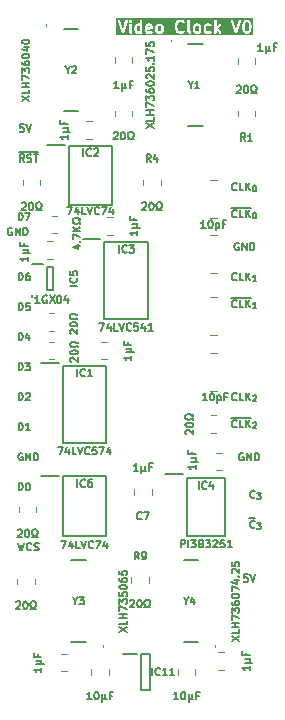
<source format=gto>
%TF.GenerationSoftware,KiCad,Pcbnew,8.0.4*%
%TF.CreationDate,2024-08-14T12:41:43+02:00*%
%TF.ProjectId,Video Clock,56696465-6f20-4436-9c6f-636b2e6b6963,V1*%
%TF.SameCoordinates,PX525bfc0PY43d3480*%
%TF.FileFunction,Legend,Top*%
%TF.FilePolarity,Positive*%
%FSLAX46Y46*%
G04 Gerber Fmt 4.6, Leading zero omitted, Abs format (unit mm)*
G04 Created by KiCad (PCBNEW 8.0.4) date 2024-08-14 12:41:43*
%MOMM*%
%LPD*%
G01*
G04 APERTURE LIST*
%ADD10C,0.150000*%
%ADD11C,0.200000*%
%ADD12C,0.120000*%
%ADD13C,0.100000*%
G04 APERTURE END LIST*
D10*
X1392874Y-28225963D02*
X1392874Y-27590963D01*
X1392874Y-27590963D02*
X1544064Y-27590963D01*
X1544064Y-27590963D02*
X1634779Y-27621201D01*
X1634779Y-27621201D02*
X1695255Y-27681677D01*
X1695255Y-27681677D02*
X1725493Y-27742153D01*
X1725493Y-27742153D02*
X1755731Y-27863105D01*
X1755731Y-27863105D02*
X1755731Y-27953820D01*
X1755731Y-27953820D02*
X1725493Y-28074772D01*
X1725493Y-28074772D02*
X1695255Y-28135248D01*
X1695255Y-28135248D02*
X1634779Y-28195725D01*
X1634779Y-28195725D02*
X1544064Y-28225963D01*
X1544064Y-28225963D02*
X1392874Y-28225963D01*
X1997636Y-27651439D02*
X2027874Y-27621201D01*
X2027874Y-27621201D02*
X2088350Y-27590963D01*
X2088350Y-27590963D02*
X2239541Y-27590963D01*
X2239541Y-27590963D02*
X2300017Y-27621201D01*
X2300017Y-27621201D02*
X2330255Y-27651439D01*
X2330255Y-27651439D02*
X2360493Y-27711915D01*
X2360493Y-27711915D02*
X2360493Y-27772391D01*
X2360493Y-27772391D02*
X2330255Y-27863105D01*
X2330255Y-27863105D02*
X1967398Y-28225963D01*
X1967398Y-28225963D02*
X2360493Y-28225963D01*
X1392874Y-23145963D02*
X1392874Y-22510963D01*
X1392874Y-22510963D02*
X1544064Y-22510963D01*
X1544064Y-22510963D02*
X1634779Y-22541201D01*
X1634779Y-22541201D02*
X1695255Y-22601677D01*
X1695255Y-22601677D02*
X1725493Y-22662153D01*
X1725493Y-22662153D02*
X1755731Y-22783105D01*
X1755731Y-22783105D02*
X1755731Y-22873820D01*
X1755731Y-22873820D02*
X1725493Y-22994772D01*
X1725493Y-22994772D02*
X1695255Y-23055248D01*
X1695255Y-23055248D02*
X1634779Y-23115725D01*
X1634779Y-23115725D02*
X1544064Y-23145963D01*
X1544064Y-23145963D02*
X1392874Y-23145963D01*
X2300017Y-22722629D02*
X2300017Y-23145963D01*
X2148826Y-22480725D02*
X1997636Y-22934296D01*
X1997636Y-22934296D02*
X2390731Y-22934296D01*
X19864505Y-18005486D02*
X19834267Y-18035725D01*
X19834267Y-18035725D02*
X19743553Y-18065963D01*
X19743553Y-18065963D02*
X19683077Y-18065963D01*
X19683077Y-18065963D02*
X19592362Y-18035725D01*
X19592362Y-18035725D02*
X19531886Y-17975248D01*
X19531886Y-17975248D02*
X19501648Y-17914772D01*
X19501648Y-17914772D02*
X19471410Y-17793820D01*
X19471410Y-17793820D02*
X19471410Y-17703105D01*
X19471410Y-17703105D02*
X19501648Y-17582153D01*
X19501648Y-17582153D02*
X19531886Y-17521677D01*
X19531886Y-17521677D02*
X19592362Y-17461201D01*
X19592362Y-17461201D02*
X19683077Y-17430963D01*
X19683077Y-17430963D02*
X19743553Y-17430963D01*
X19743553Y-17430963D02*
X19834267Y-17461201D01*
X19834267Y-17461201D02*
X19864505Y-17491439D01*
X20439029Y-18065963D02*
X20136648Y-18065963D01*
X20136648Y-18065963D02*
X20136648Y-17430963D01*
X20650696Y-18065963D02*
X20650696Y-17430963D01*
X21013553Y-18065963D02*
X20741410Y-17703105D01*
X21013553Y-17430963D02*
X20650696Y-17793820D01*
X21521553Y-18136115D02*
X21231267Y-18136115D01*
X21376410Y-18136115D02*
X21376410Y-17628115D01*
X21376410Y-17628115D02*
X21328029Y-17700686D01*
X21328029Y-17700686D02*
X21279648Y-17749067D01*
X21279648Y-17749067D02*
X21231267Y-17773258D01*
X19864505Y-10385486D02*
X19834267Y-10415725D01*
X19834267Y-10415725D02*
X19743553Y-10445963D01*
X19743553Y-10445963D02*
X19683077Y-10445963D01*
X19683077Y-10445963D02*
X19592362Y-10415725D01*
X19592362Y-10415725D02*
X19531886Y-10355248D01*
X19531886Y-10355248D02*
X19501648Y-10294772D01*
X19501648Y-10294772D02*
X19471410Y-10173820D01*
X19471410Y-10173820D02*
X19471410Y-10083105D01*
X19471410Y-10083105D02*
X19501648Y-9962153D01*
X19501648Y-9962153D02*
X19531886Y-9901677D01*
X19531886Y-9901677D02*
X19592362Y-9841201D01*
X19592362Y-9841201D02*
X19683077Y-9810963D01*
X19683077Y-9810963D02*
X19743553Y-9810963D01*
X19743553Y-9810963D02*
X19834267Y-9841201D01*
X19834267Y-9841201D02*
X19864505Y-9871439D01*
X20439029Y-10445963D02*
X20136648Y-10445963D01*
X20136648Y-10445963D02*
X20136648Y-9810963D01*
X20650696Y-10445963D02*
X20650696Y-9810963D01*
X21013553Y-10445963D02*
X20741410Y-10083105D01*
X21013553Y-9810963D02*
X20650696Y-10173820D01*
X21352220Y-10008115D02*
X21400601Y-10008115D01*
X21400601Y-10008115D02*
X21448982Y-10032305D01*
X21448982Y-10032305D02*
X21473172Y-10056496D01*
X21473172Y-10056496D02*
X21497363Y-10104877D01*
X21497363Y-10104877D02*
X21521553Y-10201639D01*
X21521553Y-10201639D02*
X21521553Y-10322591D01*
X21521553Y-10322591D02*
X21497363Y-10419353D01*
X21497363Y-10419353D02*
X21473172Y-10467734D01*
X21473172Y-10467734D02*
X21448982Y-10491925D01*
X21448982Y-10491925D02*
X21400601Y-10516115D01*
X21400601Y-10516115D02*
X21352220Y-10516115D01*
X21352220Y-10516115D02*
X21303839Y-10491925D01*
X21303839Y-10491925D02*
X21279648Y-10467734D01*
X21279648Y-10467734D02*
X21255458Y-10419353D01*
X21255458Y-10419353D02*
X21231267Y-10322591D01*
X21231267Y-10322591D02*
X21231267Y-10201639D01*
X21231267Y-10201639D02*
X21255458Y-10104877D01*
X21255458Y-10104877D02*
X21279648Y-10056496D01*
X21279648Y-10056496D02*
X21303839Y-10032305D01*
X21303839Y-10032305D02*
X21352220Y-10008115D01*
X836493Y-13651201D02*
X776017Y-13620963D01*
X776017Y-13620963D02*
X685303Y-13620963D01*
X685303Y-13620963D02*
X594588Y-13651201D01*
X594588Y-13651201D02*
X534112Y-13711677D01*
X534112Y-13711677D02*
X503874Y-13772153D01*
X503874Y-13772153D02*
X473636Y-13893105D01*
X473636Y-13893105D02*
X473636Y-13983820D01*
X473636Y-13983820D02*
X503874Y-14104772D01*
X503874Y-14104772D02*
X534112Y-14165248D01*
X534112Y-14165248D02*
X594588Y-14225725D01*
X594588Y-14225725D02*
X685303Y-14255963D01*
X685303Y-14255963D02*
X745779Y-14255963D01*
X745779Y-14255963D02*
X836493Y-14225725D01*
X836493Y-14225725D02*
X866731Y-14195486D01*
X866731Y-14195486D02*
X866731Y-13983820D01*
X866731Y-13983820D02*
X745779Y-13983820D01*
X1138874Y-14255963D02*
X1138874Y-13620963D01*
X1138874Y-13620963D02*
X1501731Y-14255963D01*
X1501731Y-14255963D02*
X1501731Y-13620963D01*
X1804112Y-14255963D02*
X1804112Y-13620963D01*
X1804112Y-13620963D02*
X1955302Y-13620963D01*
X1955302Y-13620963D02*
X2046017Y-13651201D01*
X2046017Y-13651201D02*
X2106493Y-13711677D01*
X2106493Y-13711677D02*
X2136731Y-13772153D01*
X2136731Y-13772153D02*
X2166969Y-13893105D01*
X2166969Y-13893105D02*
X2166969Y-13983820D01*
X2166969Y-13983820D02*
X2136731Y-14104772D01*
X2136731Y-14104772D02*
X2106493Y-14165248D01*
X2106493Y-14165248D02*
X2046017Y-14225725D01*
X2046017Y-14225725D02*
X1955302Y-14255963D01*
X1955302Y-14255963D02*
X1804112Y-14255963D01*
X1392874Y-35845963D02*
X1392874Y-35210963D01*
X1392874Y-35210963D02*
X1544064Y-35210963D01*
X1544064Y-35210963D02*
X1634779Y-35241201D01*
X1634779Y-35241201D02*
X1695255Y-35301677D01*
X1695255Y-35301677D02*
X1725493Y-35362153D01*
X1725493Y-35362153D02*
X1755731Y-35483105D01*
X1755731Y-35483105D02*
X1755731Y-35573820D01*
X1755731Y-35573820D02*
X1725493Y-35694772D01*
X1725493Y-35694772D02*
X1695255Y-35755248D01*
X1695255Y-35755248D02*
X1634779Y-35815725D01*
X1634779Y-35815725D02*
X1544064Y-35845963D01*
X1544064Y-35845963D02*
X1392874Y-35845963D01*
X2148826Y-35210963D02*
X2209303Y-35210963D01*
X2209303Y-35210963D02*
X2269779Y-35241201D01*
X2269779Y-35241201D02*
X2300017Y-35271439D01*
X2300017Y-35271439D02*
X2330255Y-35331915D01*
X2330255Y-35331915D02*
X2360493Y-35452867D01*
X2360493Y-35452867D02*
X2360493Y-35604058D01*
X2360493Y-35604058D02*
X2330255Y-35725010D01*
X2330255Y-35725010D02*
X2300017Y-35785486D01*
X2300017Y-35785486D02*
X2269779Y-35815725D01*
X2269779Y-35815725D02*
X2209303Y-35845963D01*
X2209303Y-35845963D02*
X2148826Y-35845963D01*
X2148826Y-35845963D02*
X2088350Y-35815725D01*
X2088350Y-35815725D02*
X2058112Y-35785486D01*
X2058112Y-35785486D02*
X2027874Y-35725010D01*
X2027874Y-35725010D02*
X1997636Y-35604058D01*
X1997636Y-35604058D02*
X1997636Y-35452867D01*
X1997636Y-35452867D02*
X2027874Y-35331915D01*
X2027874Y-35331915D02*
X2058112Y-35271439D01*
X2058112Y-35271439D02*
X2088350Y-35241201D01*
X2088350Y-35241201D02*
X2148826Y-35210963D01*
X21394553Y-38960486D02*
X21364315Y-38990725D01*
X21364315Y-38990725D02*
X21273601Y-39020963D01*
X21273601Y-39020963D02*
X21213125Y-39020963D01*
X21213125Y-39020963D02*
X21122410Y-38990725D01*
X21122410Y-38990725D02*
X21061934Y-38930248D01*
X21061934Y-38930248D02*
X21031696Y-38869772D01*
X21031696Y-38869772D02*
X21001458Y-38748820D01*
X21001458Y-38748820D02*
X21001458Y-38658105D01*
X21001458Y-38658105D02*
X21031696Y-38537153D01*
X21031696Y-38537153D02*
X21061934Y-38476677D01*
X21061934Y-38476677D02*
X21122410Y-38416201D01*
X21122410Y-38416201D02*
X21213125Y-38385963D01*
X21213125Y-38385963D02*
X21273601Y-38385963D01*
X21273601Y-38385963D02*
X21364315Y-38416201D01*
X21364315Y-38416201D02*
X21394553Y-38446439D01*
X20944006Y-38209675D02*
X21452006Y-38209675D01*
X21588077Y-38583115D02*
X21902553Y-38583115D01*
X21902553Y-38583115D02*
X21733220Y-38776639D01*
X21733220Y-38776639D02*
X21805791Y-38776639D01*
X21805791Y-38776639D02*
X21854172Y-38800829D01*
X21854172Y-38800829D02*
X21878363Y-38825020D01*
X21878363Y-38825020D02*
X21902553Y-38873401D01*
X21902553Y-38873401D02*
X21902553Y-38994353D01*
X21902553Y-38994353D02*
X21878363Y-39042734D01*
X21878363Y-39042734D02*
X21854172Y-39066925D01*
X21854172Y-39066925D02*
X21805791Y-39091115D01*
X21805791Y-39091115D02*
X21660648Y-39091115D01*
X21660648Y-39091115D02*
X21612267Y-39066925D01*
X21612267Y-39066925D02*
X21588077Y-39042734D01*
X20420887Y-32701201D02*
X20360411Y-32670963D01*
X20360411Y-32670963D02*
X20269697Y-32670963D01*
X20269697Y-32670963D02*
X20178982Y-32701201D01*
X20178982Y-32701201D02*
X20118506Y-32761677D01*
X20118506Y-32761677D02*
X20088268Y-32822153D01*
X20088268Y-32822153D02*
X20058030Y-32943105D01*
X20058030Y-32943105D02*
X20058030Y-33033820D01*
X20058030Y-33033820D02*
X20088268Y-33154772D01*
X20088268Y-33154772D02*
X20118506Y-33215248D01*
X20118506Y-33215248D02*
X20178982Y-33275725D01*
X20178982Y-33275725D02*
X20269697Y-33305963D01*
X20269697Y-33305963D02*
X20330173Y-33305963D01*
X20330173Y-33305963D02*
X20420887Y-33275725D01*
X20420887Y-33275725D02*
X20451125Y-33245486D01*
X20451125Y-33245486D02*
X20451125Y-33033820D01*
X20451125Y-33033820D02*
X20330173Y-33033820D01*
X20723268Y-33305963D02*
X20723268Y-32670963D01*
X20723268Y-32670963D02*
X21086125Y-33305963D01*
X21086125Y-33305963D02*
X21086125Y-32670963D01*
X21388506Y-33305963D02*
X21388506Y-32670963D01*
X21388506Y-32670963D02*
X21539696Y-32670963D01*
X21539696Y-32670963D02*
X21630411Y-32701201D01*
X21630411Y-32701201D02*
X21690887Y-32761677D01*
X21690887Y-32761677D02*
X21721125Y-32822153D01*
X21721125Y-32822153D02*
X21751363Y-32943105D01*
X21751363Y-32943105D02*
X21751363Y-33033820D01*
X21751363Y-33033820D02*
X21721125Y-33154772D01*
X21721125Y-33154772D02*
X21690887Y-33215248D01*
X21690887Y-33215248D02*
X21630411Y-33275725D01*
X21630411Y-33275725D02*
X21539696Y-33305963D01*
X21539696Y-33305963D02*
X21388506Y-33305963D01*
X19864505Y-12671486D02*
X19834267Y-12701725D01*
X19834267Y-12701725D02*
X19743553Y-12731963D01*
X19743553Y-12731963D02*
X19683077Y-12731963D01*
X19683077Y-12731963D02*
X19592362Y-12701725D01*
X19592362Y-12701725D02*
X19531886Y-12641248D01*
X19531886Y-12641248D02*
X19501648Y-12580772D01*
X19501648Y-12580772D02*
X19471410Y-12459820D01*
X19471410Y-12459820D02*
X19471410Y-12369105D01*
X19471410Y-12369105D02*
X19501648Y-12248153D01*
X19501648Y-12248153D02*
X19531886Y-12187677D01*
X19531886Y-12187677D02*
X19592362Y-12127201D01*
X19592362Y-12127201D02*
X19683077Y-12096963D01*
X19683077Y-12096963D02*
X19743553Y-12096963D01*
X19743553Y-12096963D02*
X19834267Y-12127201D01*
X19834267Y-12127201D02*
X19864505Y-12157439D01*
X20439029Y-12731963D02*
X20136648Y-12731963D01*
X20136648Y-12731963D02*
X20136648Y-12096963D01*
X20650696Y-12731963D02*
X20650696Y-12096963D01*
X21013553Y-12731963D02*
X20741410Y-12369105D01*
X21013553Y-12096963D02*
X20650696Y-12459820D01*
X19413958Y-11920675D02*
X21071006Y-11920675D01*
X21352220Y-12294115D02*
X21400601Y-12294115D01*
X21400601Y-12294115D02*
X21448982Y-12318305D01*
X21448982Y-12318305D02*
X21473172Y-12342496D01*
X21473172Y-12342496D02*
X21497363Y-12390877D01*
X21497363Y-12390877D02*
X21521553Y-12487639D01*
X21521553Y-12487639D02*
X21521553Y-12608591D01*
X21521553Y-12608591D02*
X21497363Y-12705353D01*
X21497363Y-12705353D02*
X21473172Y-12753734D01*
X21473172Y-12753734D02*
X21448982Y-12777925D01*
X21448982Y-12777925D02*
X21400601Y-12802115D01*
X21400601Y-12802115D02*
X21352220Y-12802115D01*
X21352220Y-12802115D02*
X21303839Y-12777925D01*
X21303839Y-12777925D02*
X21279648Y-12753734D01*
X21279648Y-12753734D02*
X21255458Y-12705353D01*
X21255458Y-12705353D02*
X21231267Y-12608591D01*
X21231267Y-12608591D02*
X21231267Y-12487639D01*
X21231267Y-12487639D02*
X21255458Y-12390877D01*
X21255458Y-12390877D02*
X21279648Y-12342496D01*
X21279648Y-12342496D02*
X21303839Y-12318305D01*
X21303839Y-12318305D02*
X21352220Y-12294115D01*
X1392874Y-25685963D02*
X1392874Y-25050963D01*
X1392874Y-25050963D02*
X1544064Y-25050963D01*
X1544064Y-25050963D02*
X1634779Y-25081201D01*
X1634779Y-25081201D02*
X1695255Y-25141677D01*
X1695255Y-25141677D02*
X1725493Y-25202153D01*
X1725493Y-25202153D02*
X1755731Y-25323105D01*
X1755731Y-25323105D02*
X1755731Y-25413820D01*
X1755731Y-25413820D02*
X1725493Y-25534772D01*
X1725493Y-25534772D02*
X1695255Y-25595248D01*
X1695255Y-25595248D02*
X1634779Y-25655725D01*
X1634779Y-25655725D02*
X1544064Y-25685963D01*
X1544064Y-25685963D02*
X1392874Y-25685963D01*
X1967398Y-25050963D02*
X2360493Y-25050963D01*
X2360493Y-25050963D02*
X2148826Y-25292867D01*
X2148826Y-25292867D02*
X2239541Y-25292867D01*
X2239541Y-25292867D02*
X2300017Y-25323105D01*
X2300017Y-25323105D02*
X2330255Y-25353344D01*
X2330255Y-25353344D02*
X2360493Y-25413820D01*
X2360493Y-25413820D02*
X2360493Y-25565010D01*
X2360493Y-25565010D02*
X2330255Y-25625486D01*
X2330255Y-25625486D02*
X2300017Y-25655725D01*
X2300017Y-25655725D02*
X2239541Y-25685963D01*
X2239541Y-25685963D02*
X2058112Y-25685963D01*
X2058112Y-25685963D02*
X1997636Y-25655725D01*
X1997636Y-25655725D02*
X1967398Y-25625486D01*
X1392874Y-12985963D02*
X1392874Y-12350963D01*
X1392874Y-12350963D02*
X1544064Y-12350963D01*
X1544064Y-12350963D02*
X1634779Y-12381201D01*
X1634779Y-12381201D02*
X1695255Y-12441677D01*
X1695255Y-12441677D02*
X1725493Y-12502153D01*
X1725493Y-12502153D02*
X1755731Y-12623105D01*
X1755731Y-12623105D02*
X1755731Y-12713820D01*
X1755731Y-12713820D02*
X1725493Y-12834772D01*
X1725493Y-12834772D02*
X1695255Y-12895248D01*
X1695255Y-12895248D02*
X1634779Y-12955725D01*
X1634779Y-12955725D02*
X1544064Y-12985963D01*
X1544064Y-12985963D02*
X1392874Y-12985963D01*
X1967398Y-12350963D02*
X2390731Y-12350963D01*
X2390731Y-12350963D02*
X2118588Y-12985963D01*
X1822255Y-4857963D02*
X1519874Y-4857963D01*
X1519874Y-4857963D02*
X1489636Y-5160344D01*
X1489636Y-5160344D02*
X1519874Y-5130105D01*
X1519874Y-5130105D02*
X1580350Y-5099867D01*
X1580350Y-5099867D02*
X1731541Y-5099867D01*
X1731541Y-5099867D02*
X1792017Y-5130105D01*
X1792017Y-5130105D02*
X1822255Y-5160344D01*
X1822255Y-5160344D02*
X1852493Y-5220820D01*
X1852493Y-5220820D02*
X1852493Y-5372010D01*
X1852493Y-5372010D02*
X1822255Y-5432486D01*
X1822255Y-5432486D02*
X1792017Y-5462725D01*
X1792017Y-5462725D02*
X1731541Y-5492963D01*
X1731541Y-5492963D02*
X1580350Y-5492963D01*
X1580350Y-5492963D02*
X1519874Y-5462725D01*
X1519874Y-5462725D02*
X1489636Y-5432486D01*
X2033922Y-4857963D02*
X2245588Y-5492963D01*
X2245588Y-5492963D02*
X2457255Y-4857963D01*
X1882731Y-8032963D02*
X1671064Y-7730582D01*
X1519874Y-8032963D02*
X1519874Y-7397963D01*
X1519874Y-7397963D02*
X1761779Y-7397963D01*
X1761779Y-7397963D02*
X1822255Y-7428201D01*
X1822255Y-7428201D02*
X1852493Y-7458439D01*
X1852493Y-7458439D02*
X1882731Y-7518915D01*
X1882731Y-7518915D02*
X1882731Y-7609629D01*
X1882731Y-7609629D02*
X1852493Y-7670105D01*
X1852493Y-7670105D02*
X1822255Y-7700344D01*
X1822255Y-7700344D02*
X1761779Y-7730582D01*
X1761779Y-7730582D02*
X1519874Y-7730582D01*
X2124636Y-8002725D02*
X2215350Y-8032963D01*
X2215350Y-8032963D02*
X2366541Y-8032963D01*
X2366541Y-8032963D02*
X2427017Y-8002725D01*
X2427017Y-8002725D02*
X2457255Y-7972486D01*
X2457255Y-7972486D02*
X2487493Y-7912010D01*
X2487493Y-7912010D02*
X2487493Y-7851534D01*
X2487493Y-7851534D02*
X2457255Y-7791058D01*
X2457255Y-7791058D02*
X2427017Y-7760820D01*
X2427017Y-7760820D02*
X2366541Y-7730582D01*
X2366541Y-7730582D02*
X2245588Y-7700344D01*
X2245588Y-7700344D02*
X2185112Y-7670105D01*
X2185112Y-7670105D02*
X2154874Y-7639867D01*
X2154874Y-7639867D02*
X2124636Y-7579391D01*
X2124636Y-7579391D02*
X2124636Y-7518915D01*
X2124636Y-7518915D02*
X2154874Y-7458439D01*
X2154874Y-7458439D02*
X2185112Y-7428201D01*
X2185112Y-7428201D02*
X2245588Y-7397963D01*
X2245588Y-7397963D02*
X2396779Y-7397963D01*
X2396779Y-7397963D02*
X2487493Y-7428201D01*
X2668922Y-7397963D02*
X3031779Y-7397963D01*
X2850350Y-8032963D02*
X2850350Y-7397963D01*
X1432184Y-7221675D02*
X3028756Y-7221675D01*
D11*
G36*
X11679713Y3484026D02*
G01*
X11679713Y3036204D01*
X11660868Y3026781D01*
X11517606Y3026781D01*
X11457996Y3056586D01*
X11433329Y3081254D01*
X11403523Y3140866D01*
X11403523Y3379365D01*
X11433328Y3438975D01*
X11457996Y3463644D01*
X11517606Y3493448D01*
X11660868Y3493448D01*
X11679713Y3484026D01*
G37*
G36*
X12562320Y3471293D02*
G01*
X12579770Y3436393D01*
X12308285Y3382096D01*
X12308285Y3426984D01*
X12330440Y3471294D01*
X12374749Y3493448D01*
X12518011Y3493448D01*
X12562320Y3471293D01*
G37*
G36*
X13434763Y3463643D02*
G01*
X13459432Y3438975D01*
X13489237Y3379365D01*
X13489237Y3140865D01*
X13459432Y3081257D01*
X13434763Y3056587D01*
X13375154Y3026781D01*
X13279511Y3026781D01*
X13219901Y3056586D01*
X13195234Y3081254D01*
X13165428Y3140866D01*
X13165428Y3379365D01*
X13195233Y3438975D01*
X13219901Y3463644D01*
X13279511Y3493448D01*
X13375154Y3493448D01*
X13434763Y3463643D01*
G37*
G36*
X16625240Y3463643D02*
G01*
X16649909Y3438975D01*
X16679714Y3379365D01*
X16679714Y3140865D01*
X16649909Y3081257D01*
X16625240Y3056587D01*
X16565631Y3026781D01*
X16469988Y3026781D01*
X16410378Y3056586D01*
X16385711Y3081254D01*
X16355905Y3140866D01*
X16355905Y3379365D01*
X16385710Y3438975D01*
X16410378Y3463644D01*
X16469988Y3493448D01*
X16565631Y3493448D01*
X16625240Y3463643D01*
G37*
G36*
X20815717Y3796976D02*
G01*
X20840386Y3772308D01*
X20875839Y3701401D01*
X20917810Y3533520D01*
X20917810Y3320044D01*
X20875839Y3152163D01*
X20840386Y3081257D01*
X20815717Y3056587D01*
X20756108Y3026781D01*
X20708084Y3026781D01*
X20648474Y3056586D01*
X20623807Y3081254D01*
X20588352Y3152163D01*
X20546382Y3320044D01*
X20546382Y3533519D01*
X20588352Y3701401D01*
X20623806Y3772308D01*
X20648474Y3796977D01*
X20708084Y3826781D01*
X20756108Y3826781D01*
X20815717Y3796976D01*
G37*
G36*
X21228921Y2715670D02*
G01*
X9664626Y2715670D01*
X9664626Y3914274D01*
X9775737Y3914274D01*
X9780084Y3895158D01*
X10113417Y2895159D01*
X10121408Y2877258D01*
X10126091Y2871859D01*
X10129286Y2865469D01*
X10138757Y2857254D01*
X10146973Y2847782D01*
X10153361Y2844588D01*
X10158762Y2839904D01*
X10170663Y2835937D01*
X10181872Y2830333D01*
X10188996Y2829827D01*
X10195778Y2827566D01*
X10208287Y2828456D01*
X10220792Y2827566D01*
X10227570Y2829826D01*
X10234698Y2830332D01*
X10245914Y2835941D01*
X10257808Y2839905D01*
X10263205Y2844586D01*
X10269597Y2847782D01*
X10277815Y2857258D01*
X10287284Y2865470D01*
X10290477Y2871857D01*
X10295162Y2877258D01*
X10303153Y2895158D01*
X10535916Y3593448D01*
X10774952Y3593448D01*
X10774952Y2926781D01*
X10776873Y2907272D01*
X10791805Y2871224D01*
X10819395Y2843634D01*
X10855443Y2828702D01*
X10894461Y2828702D01*
X10930509Y2843634D01*
X10958099Y2871224D01*
X10973031Y2907272D01*
X10974952Y2926781D01*
X10974952Y3402972D01*
X11203523Y3402972D01*
X11203523Y3117258D01*
X11205444Y3097749D01*
X11206819Y3094429D01*
X11207074Y3090845D01*
X11214080Y3072537D01*
X11261699Y2977299D01*
X11266982Y2968907D01*
X11267994Y2966463D01*
X11270250Y2963714D01*
X11272142Y2960709D01*
X11274136Y2958980D01*
X11280431Y2951310D01*
X11328049Y2903690D01*
X11335717Y2897397D01*
X11337449Y2895400D01*
X11340457Y2893507D01*
X11343203Y2891253D01*
X11345643Y2890243D01*
X11354040Y2884957D01*
X11449277Y2837338D01*
X11467586Y2830332D01*
X11471169Y2830078D01*
X11474490Y2828702D01*
X11493999Y2826781D01*
X11684475Y2826781D01*
X11703984Y2828702D01*
X11707304Y2830078D01*
X11710888Y2830332D01*
X11729196Y2837338D01*
X11733799Y2839640D01*
X11760204Y2828702D01*
X11799222Y2828702D01*
X11835270Y2843634D01*
X11862860Y2871224D01*
X11877792Y2907272D01*
X11879713Y2926781D01*
X11879713Y3450591D01*
X12108285Y3450591D01*
X12108285Y3069639D01*
X12110206Y3050130D01*
X12111581Y3046810D01*
X12111836Y3043227D01*
X12118842Y3024918D01*
X12166461Y2929679D01*
X12168514Y2926416D01*
X12169028Y2924877D01*
X12170690Y2922961D01*
X12176904Y2913089D01*
X12186375Y2904875D01*
X12194592Y2895400D01*
X12204462Y2889188D01*
X12206380Y2887524D01*
X12207920Y2887011D01*
X12211183Y2884957D01*
X12306420Y2837338D01*
X12324729Y2830332D01*
X12328312Y2830078D01*
X12331633Y2828702D01*
X12351142Y2826781D01*
X12541618Y2826781D01*
X12561127Y2828702D01*
X12564447Y2830078D01*
X12568031Y2830332D01*
X12586339Y2837338D01*
X12681577Y2884957D01*
X12698167Y2895400D01*
X12723732Y2924877D01*
X12736070Y2961893D01*
X12733305Y3000813D01*
X12715856Y3035711D01*
X12686379Y3061276D01*
X12649363Y3073615D01*
X12610443Y3070849D01*
X12592134Y3063843D01*
X12518011Y3026781D01*
X12374749Y3026781D01*
X12330439Y3048936D01*
X12308285Y3093246D01*
X12308285Y3178135D01*
X12703981Y3257274D01*
X12703984Y3257274D01*
X12703986Y3257276D01*
X12704086Y3257295D01*
X12722840Y3263005D01*
X12730980Y3268457D01*
X12740032Y3272206D01*
X12747033Y3279208D01*
X12755259Y3284716D01*
X12760693Y3292868D01*
X12767622Y3299796D01*
X12771411Y3308944D01*
X12776903Y3317181D01*
X12778804Y3326792D01*
X12782554Y3335844D01*
X12784475Y3355353D01*
X12784475Y3402972D01*
X12965428Y3402972D01*
X12965428Y3117258D01*
X12967349Y3097749D01*
X12968724Y3094429D01*
X12968979Y3090845D01*
X12975985Y3072537D01*
X13023604Y2977299D01*
X13028887Y2968907D01*
X13029899Y2966463D01*
X13032155Y2963714D01*
X13034047Y2960709D01*
X13036041Y2958980D01*
X13042336Y2951310D01*
X13089954Y2903690D01*
X13097622Y2897397D01*
X13099354Y2895400D01*
X13102362Y2893507D01*
X13105108Y2891253D01*
X13107548Y2890243D01*
X13115945Y2884957D01*
X13211182Y2837338D01*
X13229491Y2830332D01*
X13233074Y2830078D01*
X13236395Y2828702D01*
X13255904Y2826781D01*
X13398761Y2826781D01*
X13418270Y2828702D01*
X13421590Y2830078D01*
X13425174Y2830332D01*
X13443482Y2837338D01*
X13538720Y2884957D01*
X13547115Y2890242D01*
X13549557Y2891253D01*
X13552304Y2893509D01*
X13555310Y2895400D01*
X13557040Y2897395D01*
X13564710Y2903690D01*
X13612329Y2951310D01*
X13618621Y2958977D01*
X13620618Y2960708D01*
X13622511Y2963716D01*
X13624766Y2966463D01*
X13625777Y2968905D01*
X13631061Y2977299D01*
X13678680Y3072536D01*
X13685686Y3090845D01*
X13685940Y3094429D01*
X13687316Y3097749D01*
X13689237Y3117258D01*
X13689237Y3402972D01*
X13687316Y3422481D01*
X13685940Y3425802D01*
X13685686Y3429385D01*
X13678680Y3447694D01*
X13653422Y3498210D01*
X14632095Y3498210D01*
X14632095Y3355353D01*
X14632430Y3351951D01*
X14632213Y3350492D01*
X14633292Y3343195D01*
X14634016Y3335844D01*
X14634580Y3334481D01*
X14635081Y3331099D01*
X14682700Y3140624D01*
X14683213Y3139187D01*
X14683265Y3138464D01*
X14686373Y3130340D01*
X14689295Y3122163D01*
X14689725Y3121583D01*
X14690271Y3120156D01*
X14737890Y3024918D01*
X14743172Y3016526D01*
X14744185Y3014082D01*
X14746441Y3011333D01*
X14748333Y3008328D01*
X14750327Y3006599D01*
X14756622Y2998929D01*
X14851860Y2903689D01*
X14867013Y2891253D01*
X14870332Y2889878D01*
X14873048Y2887523D01*
X14890948Y2879532D01*
X15033805Y2831913D01*
X15043477Y2829714D01*
X15045919Y2828702D01*
X15049456Y2828354D01*
X15052920Y2827566D01*
X15055554Y2827754D01*
X15065428Y2826781D01*
X15160666Y2826781D01*
X15170539Y2827754D01*
X15173173Y2827566D01*
X15176636Y2828354D01*
X15180175Y2828702D01*
X15182617Y2829714D01*
X15192289Y2831913D01*
X15335145Y2879532D01*
X15353046Y2887523D01*
X15355761Y2889878D01*
X15359081Y2891253D01*
X15374234Y2903690D01*
X15421853Y2951310D01*
X15434290Y2966463D01*
X15449221Y3002512D01*
X15449220Y3041530D01*
X15434289Y3077578D01*
X15406698Y3105168D01*
X15370650Y3120099D01*
X15331632Y3120098D01*
X15295584Y3105167D01*
X15280430Y3092730D01*
X15249503Y3061803D01*
X15144439Y3026781D01*
X15081654Y3026781D01*
X14976589Y3061803D01*
X14909519Y3128873D01*
X14874065Y3199782D01*
X14832095Y3367663D01*
X14832095Y3485900D01*
X14874065Y3653782D01*
X14909518Y3724688D01*
X14976590Y3791760D01*
X15081654Y3826781D01*
X15144439Y3826781D01*
X15249504Y3791760D01*
X15280431Y3760833D01*
X15295584Y3748396D01*
X15331633Y3733465D01*
X15370651Y3733465D01*
X15406699Y3748396D01*
X15434289Y3775986D01*
X15449220Y3812034D01*
X15449220Y3851052D01*
X15434289Y3887101D01*
X15421852Y3902254D01*
X15397326Y3926781D01*
X15679714Y3926781D01*
X15679714Y3069639D01*
X15681635Y3050130D01*
X15683010Y3046810D01*
X15683265Y3043227D01*
X15690271Y3024918D01*
X15737890Y2929679D01*
X15739943Y2926416D01*
X15740457Y2924877D01*
X15742119Y2922961D01*
X15748333Y2913089D01*
X15757804Y2904875D01*
X15766021Y2895400D01*
X15775891Y2889188D01*
X15777809Y2887524D01*
X15779349Y2887011D01*
X15782612Y2884957D01*
X15877849Y2837338D01*
X15896158Y2830332D01*
X15935078Y2827566D01*
X15972094Y2839905D01*
X16001571Y2865470D01*
X16019020Y2900368D01*
X16021785Y2939288D01*
X16009447Y2976304D01*
X15983882Y3005781D01*
X15967292Y3016224D01*
X15901868Y3048936D01*
X15879714Y3093246D01*
X15879714Y3402972D01*
X16155905Y3402972D01*
X16155905Y3117258D01*
X16157826Y3097749D01*
X16159201Y3094429D01*
X16159456Y3090845D01*
X16166462Y3072537D01*
X16214081Y2977299D01*
X16219364Y2968907D01*
X16220376Y2966463D01*
X16222632Y2963714D01*
X16224524Y2960709D01*
X16226518Y2958980D01*
X16232813Y2951310D01*
X16280431Y2903690D01*
X16288099Y2897397D01*
X16289831Y2895400D01*
X16292839Y2893507D01*
X16295585Y2891253D01*
X16298025Y2890243D01*
X16306422Y2884957D01*
X16401659Y2837338D01*
X16419968Y2830332D01*
X16423551Y2830078D01*
X16426872Y2828702D01*
X16446381Y2826781D01*
X16589238Y2826781D01*
X16608747Y2828702D01*
X16612067Y2830078D01*
X16615651Y2830332D01*
X16633959Y2837338D01*
X16729197Y2884957D01*
X16737592Y2890242D01*
X16740034Y2891253D01*
X16742781Y2893509D01*
X16745787Y2895400D01*
X16747517Y2897395D01*
X16755187Y2903690D01*
X16802806Y2951310D01*
X16809098Y2958977D01*
X16811095Y2960708D01*
X16812988Y2963716D01*
X16815243Y2966463D01*
X16816254Y2968905D01*
X16821538Y2977299D01*
X16869157Y3072536D01*
X16876163Y3090845D01*
X16876417Y3094429D01*
X16877793Y3097749D01*
X16879714Y3117258D01*
X16879714Y3402972D01*
X17060667Y3402972D01*
X17060667Y3117258D01*
X17062588Y3097749D01*
X17063963Y3094429D01*
X17064218Y3090845D01*
X17071224Y3072537D01*
X17118843Y2977299D01*
X17124126Y2968907D01*
X17125138Y2966463D01*
X17127394Y2963714D01*
X17129286Y2960709D01*
X17131280Y2958980D01*
X17137575Y2951310D01*
X17185193Y2903690D01*
X17192861Y2897397D01*
X17194593Y2895400D01*
X17197601Y2893507D01*
X17200347Y2891253D01*
X17202787Y2890243D01*
X17211184Y2884957D01*
X17306421Y2837338D01*
X17324730Y2830332D01*
X17328313Y2830078D01*
X17331634Y2828702D01*
X17351143Y2826781D01*
X17541619Y2826781D01*
X17561128Y2828702D01*
X17564448Y2830078D01*
X17568032Y2830332D01*
X17586340Y2837338D01*
X17681578Y2884957D01*
X17698168Y2895400D01*
X17723733Y2924877D01*
X17736071Y2961893D01*
X17733306Y3000813D01*
X17715857Y3035711D01*
X17686380Y3061276D01*
X17649364Y3073615D01*
X17610444Y3070849D01*
X17592135Y3063843D01*
X17518012Y3026781D01*
X17374750Y3026781D01*
X17315140Y3056586D01*
X17290473Y3081254D01*
X17260667Y3140866D01*
X17260667Y3379365D01*
X17290472Y3438975D01*
X17315140Y3463644D01*
X17374750Y3493448D01*
X17518012Y3493448D01*
X17592135Y3456386D01*
X17610444Y3449380D01*
X17649364Y3446614D01*
X17686380Y3458953D01*
X17715857Y3484518D01*
X17733306Y3519416D01*
X17736071Y3558336D01*
X17723733Y3595352D01*
X17698168Y3624829D01*
X17681578Y3635272D01*
X17586340Y3682891D01*
X17568032Y3689897D01*
X17564448Y3690152D01*
X17561128Y3691527D01*
X17541619Y3693448D01*
X17351143Y3693448D01*
X17331634Y3691527D01*
X17328313Y3690152D01*
X17324730Y3689897D01*
X17306421Y3682891D01*
X17211184Y3635272D01*
X17202787Y3629987D01*
X17200347Y3628976D01*
X17197601Y3626723D01*
X17194593Y3624829D01*
X17192860Y3622832D01*
X17185194Y3616539D01*
X17137575Y3568921D01*
X17131280Y3561251D01*
X17129286Y3559521D01*
X17127392Y3556514D01*
X17125139Y3553767D01*
X17124128Y3551328D01*
X17118843Y3542931D01*
X17071224Y3447693D01*
X17064218Y3429385D01*
X17063963Y3425802D01*
X17062588Y3422481D01*
X17060667Y3402972D01*
X16879714Y3402972D01*
X16877793Y3422481D01*
X16876417Y3425802D01*
X16876163Y3429385D01*
X16869157Y3447694D01*
X16821538Y3542931D01*
X16816252Y3551328D01*
X16815242Y3553768D01*
X16812988Y3556514D01*
X16811095Y3559522D01*
X16809097Y3561255D01*
X16802805Y3568921D01*
X16755187Y3616540D01*
X16747516Y3622835D01*
X16745787Y3624829D01*
X16742779Y3626723D01*
X16740033Y3628976D01*
X16737593Y3629987D01*
X16729197Y3635272D01*
X16633959Y3682891D01*
X16615651Y3689897D01*
X16612067Y3690152D01*
X16608747Y3691527D01*
X16589238Y3693448D01*
X16446381Y3693448D01*
X16426872Y3691527D01*
X16423551Y3690152D01*
X16419968Y3689897D01*
X16401659Y3682891D01*
X16306422Y3635272D01*
X16298025Y3629987D01*
X16295585Y3628976D01*
X16292839Y3626723D01*
X16289831Y3624829D01*
X16288098Y3622832D01*
X16280432Y3616539D01*
X16232813Y3568921D01*
X16226518Y3561251D01*
X16224524Y3559521D01*
X16222630Y3556514D01*
X16220377Y3553767D01*
X16219366Y3551328D01*
X16214081Y3542931D01*
X16166462Y3447693D01*
X16159456Y3429385D01*
X16159201Y3425802D01*
X16157826Y3422481D01*
X16155905Y3402972D01*
X15879714Y3402972D01*
X15879714Y3926781D01*
X17965429Y3926781D01*
X17965429Y2926781D01*
X17967350Y2907272D01*
X17982282Y2871224D01*
X18009872Y2843634D01*
X18045920Y2828702D01*
X18084938Y2828702D01*
X18120986Y2843634D01*
X18148576Y2871224D01*
X18163508Y2907272D01*
X18165429Y2926781D01*
X18165429Y3134718D01*
X18366381Y2866781D01*
X18379623Y2852326D01*
X18413198Y2832447D01*
X18451824Y2826929D01*
X18489621Y2836612D01*
X18520836Y2860023D01*
X18540715Y2893597D01*
X18546233Y2932223D01*
X18536550Y2970021D01*
X18526381Y2986781D01*
X18292704Y3298351D01*
X18517091Y3522737D01*
X18529528Y3537890D01*
X18544459Y3573939D01*
X18544459Y3612957D01*
X18529528Y3649005D01*
X18501938Y3676595D01*
X18465890Y3691526D01*
X18426872Y3691526D01*
X18390823Y3676595D01*
X18375670Y3664158D01*
X18165429Y3453918D01*
X18165429Y3914274D01*
X19394786Y3914274D01*
X19399133Y3895158D01*
X19732466Y2895159D01*
X19740457Y2877258D01*
X19745140Y2871859D01*
X19748335Y2865469D01*
X19757806Y2857254D01*
X19766022Y2847782D01*
X19772410Y2844588D01*
X19777811Y2839904D01*
X19789712Y2835937D01*
X19800921Y2830333D01*
X19808045Y2829827D01*
X19814827Y2827566D01*
X19827336Y2828456D01*
X19839841Y2827566D01*
X19846619Y2829826D01*
X19853747Y2830332D01*
X19864963Y2835941D01*
X19876857Y2839905D01*
X19882254Y2844586D01*
X19888646Y2847782D01*
X19896864Y2857258D01*
X19906333Y2865470D01*
X19909526Y2871857D01*
X19914211Y2877258D01*
X19922202Y2895158D01*
X20139092Y3545829D01*
X20346382Y3545829D01*
X20346382Y3307734D01*
X20346717Y3304332D01*
X20346500Y3302873D01*
X20347579Y3295576D01*
X20348303Y3288225D01*
X20348867Y3286862D01*
X20349368Y3283480D01*
X20396987Y3093005D01*
X20397500Y3091568D01*
X20397552Y3090845D01*
X20400660Y3082721D01*
X20403582Y3074544D01*
X20404012Y3073964D01*
X20404558Y3072537D01*
X20452177Y2977299D01*
X20457460Y2968907D01*
X20458472Y2966463D01*
X20460728Y2963714D01*
X20462620Y2960709D01*
X20464614Y2958980D01*
X20470909Y2951310D01*
X20518527Y2903690D01*
X20526195Y2897397D01*
X20527927Y2895400D01*
X20530935Y2893507D01*
X20533681Y2891253D01*
X20536121Y2890243D01*
X20544518Y2884957D01*
X20639755Y2837338D01*
X20658064Y2830332D01*
X20661647Y2830078D01*
X20664968Y2828702D01*
X20684477Y2826781D01*
X20779715Y2826781D01*
X20799224Y2828702D01*
X20802544Y2830078D01*
X20806128Y2830332D01*
X20824436Y2837338D01*
X20919674Y2884957D01*
X20928069Y2890242D01*
X20930511Y2891253D01*
X20933258Y2893509D01*
X20936264Y2895400D01*
X20937994Y2897395D01*
X20945664Y2903690D01*
X20993283Y2951310D01*
X20999575Y2958977D01*
X21001572Y2960708D01*
X21003465Y2963716D01*
X21005720Y2966463D01*
X21006731Y2968905D01*
X21012015Y2977299D01*
X21059634Y3072536D01*
X21060180Y3073965D01*
X21060610Y3074544D01*
X21063531Y3082721D01*
X21066640Y3090845D01*
X21066691Y3091566D01*
X21067205Y3093004D01*
X21114824Y3283480D01*
X21115324Y3286862D01*
X21115889Y3288225D01*
X21116612Y3295576D01*
X21117692Y3302873D01*
X21117474Y3304332D01*
X21117810Y3307734D01*
X21117810Y3545829D01*
X21117474Y3549232D01*
X21117692Y3550690D01*
X21116612Y3557988D01*
X21115889Y3565338D01*
X21115324Y3566702D01*
X21114824Y3570083D01*
X21067205Y3760559D01*
X21066691Y3761998D01*
X21066640Y3762718D01*
X21063531Y3770843D01*
X21060610Y3779019D01*
X21060180Y3779599D01*
X21059634Y3781027D01*
X21012015Y3876264D01*
X21006729Y3884661D01*
X21005719Y3887101D01*
X21003465Y3889847D01*
X21001572Y3892855D01*
X20999574Y3894588D01*
X20993282Y3902254D01*
X20945664Y3949873D01*
X20937993Y3956168D01*
X20936264Y3958162D01*
X20933256Y3960056D01*
X20930510Y3962309D01*
X20928070Y3963320D01*
X20919674Y3968605D01*
X20824436Y4016224D01*
X20806128Y4023230D01*
X20802544Y4023485D01*
X20799224Y4024860D01*
X20779715Y4026781D01*
X20684477Y4026781D01*
X20664968Y4024860D01*
X20661647Y4023485D01*
X20658064Y4023230D01*
X20639755Y4016224D01*
X20544518Y3968605D01*
X20536121Y3963320D01*
X20533681Y3962309D01*
X20530935Y3960056D01*
X20527927Y3958162D01*
X20526194Y3956165D01*
X20518528Y3949872D01*
X20470909Y3902254D01*
X20464614Y3894584D01*
X20462620Y3892854D01*
X20460726Y3889847D01*
X20458473Y3887100D01*
X20457462Y3884661D01*
X20452177Y3876264D01*
X20404558Y3781026D01*
X20404012Y3779600D01*
X20403582Y3779019D01*
X20400660Y3770843D01*
X20397552Y3762718D01*
X20397500Y3761996D01*
X20396987Y3760558D01*
X20349368Y3570083D01*
X20348867Y3566702D01*
X20348303Y3565338D01*
X20347579Y3557988D01*
X20346500Y3550690D01*
X20346717Y3549232D01*
X20346382Y3545829D01*
X20139092Y3545829D01*
X20255535Y3895158D01*
X20259882Y3914273D01*
X20257116Y3953193D01*
X20239666Y3988092D01*
X20210190Y4013657D01*
X20173174Y4025996D01*
X20134254Y4023229D01*
X20099355Y4005780D01*
X20073790Y3976304D01*
X20065799Y3958403D01*
X19827334Y3243009D01*
X19588869Y3958404D01*
X19580878Y3976304D01*
X19555313Y4005780D01*
X19520414Y4023230D01*
X19481494Y4025996D01*
X19444478Y4013658D01*
X19415002Y3988093D01*
X19397552Y3953194D01*
X19394786Y3914274D01*
X18165429Y3914274D01*
X18165429Y3926781D01*
X18163508Y3946290D01*
X18148576Y3982338D01*
X18120986Y4009928D01*
X18084938Y4024860D01*
X18045920Y4024860D01*
X18009872Y4009928D01*
X17982282Y3982338D01*
X17967350Y3946290D01*
X17965429Y3926781D01*
X15879714Y3926781D01*
X15877793Y3946290D01*
X15862861Y3982338D01*
X15835271Y4009928D01*
X15799223Y4024860D01*
X15760205Y4024860D01*
X15724157Y4009928D01*
X15696567Y3982338D01*
X15681635Y3946290D01*
X15679714Y3926781D01*
X15397326Y3926781D01*
X15374234Y3949873D01*
X15359080Y3962309D01*
X15355761Y3963684D01*
X15353046Y3966039D01*
X15335145Y3974030D01*
X15192289Y4021649D01*
X15182617Y4023849D01*
X15180175Y4024860D01*
X15176636Y4025209D01*
X15173173Y4025996D01*
X15170539Y4025809D01*
X15160666Y4026781D01*
X15065428Y4026781D01*
X15055554Y4025809D01*
X15052920Y4025996D01*
X15049456Y4025209D01*
X15045919Y4024860D01*
X15043477Y4023849D01*
X15033805Y4021649D01*
X14890948Y3974030D01*
X14873048Y3966039D01*
X14870332Y3963684D01*
X14867014Y3962309D01*
X14851860Y3949873D01*
X14756622Y3854635D01*
X14750327Y3846965D01*
X14748333Y3845235D01*
X14746439Y3842228D01*
X14744186Y3839481D01*
X14743175Y3837042D01*
X14737890Y3828645D01*
X14690271Y3733407D01*
X14689725Y3731981D01*
X14689295Y3731400D01*
X14686373Y3723224D01*
X14683265Y3715099D01*
X14683213Y3714377D01*
X14682700Y3712939D01*
X14635081Y3522464D01*
X14634580Y3519083D01*
X14634016Y3517719D01*
X14633292Y3510369D01*
X14632213Y3503071D01*
X14632430Y3501613D01*
X14632095Y3498210D01*
X13653422Y3498210D01*
X13631061Y3542931D01*
X13625775Y3551328D01*
X13624765Y3553768D01*
X13622511Y3556514D01*
X13620618Y3559522D01*
X13618620Y3561255D01*
X13612328Y3568921D01*
X13564710Y3616540D01*
X13557039Y3622835D01*
X13555310Y3624829D01*
X13552302Y3626723D01*
X13549556Y3628976D01*
X13547116Y3629987D01*
X13538720Y3635272D01*
X13443482Y3682891D01*
X13425174Y3689897D01*
X13421590Y3690152D01*
X13418270Y3691527D01*
X13398761Y3693448D01*
X13255904Y3693448D01*
X13236395Y3691527D01*
X13233074Y3690152D01*
X13229491Y3689897D01*
X13211182Y3682891D01*
X13115945Y3635272D01*
X13107548Y3629987D01*
X13105108Y3628976D01*
X13102362Y3626723D01*
X13099354Y3624829D01*
X13097621Y3622832D01*
X13089955Y3616539D01*
X13042336Y3568921D01*
X13036041Y3561251D01*
X13034047Y3559521D01*
X13032153Y3556514D01*
X13029900Y3553767D01*
X13028889Y3551328D01*
X13023604Y3542931D01*
X12975985Y3447693D01*
X12968979Y3429385D01*
X12968724Y3425802D01*
X12967349Y3422481D01*
X12965428Y3402972D01*
X12784475Y3402972D01*
X12784475Y3450591D01*
X12782554Y3470100D01*
X12781178Y3473421D01*
X12780924Y3477004D01*
X12773918Y3495313D01*
X12726299Y3590550D01*
X12724244Y3593814D01*
X12723732Y3595352D01*
X12722070Y3597268D01*
X12715856Y3607141D01*
X12706380Y3615359D01*
X12698167Y3624829D01*
X12688295Y3631043D01*
X12686379Y3632705D01*
X12684840Y3633219D01*
X12681577Y3635272D01*
X12586339Y3682891D01*
X12568031Y3689897D01*
X12564447Y3690152D01*
X12561127Y3691527D01*
X12541618Y3693448D01*
X12351142Y3693448D01*
X12331633Y3691527D01*
X12328312Y3690152D01*
X12324729Y3689897D01*
X12306420Y3682891D01*
X12211183Y3635272D01*
X12207919Y3633218D01*
X12206381Y3632705D01*
X12204465Y3631044D01*
X12194592Y3624829D01*
X12186374Y3615354D01*
X12176904Y3607140D01*
X12170690Y3597269D01*
X12169028Y3595352D01*
X12168514Y3593814D01*
X12166461Y3590550D01*
X12118842Y3495312D01*
X12111836Y3477004D01*
X12111581Y3473421D01*
X12110206Y3470100D01*
X12108285Y3450591D01*
X11879713Y3450591D01*
X11879713Y3926781D01*
X11877792Y3946290D01*
X11862860Y3982338D01*
X11835270Y4009928D01*
X11799222Y4024860D01*
X11760204Y4024860D01*
X11724156Y4009928D01*
X11696566Y3982338D01*
X11681634Y3946290D01*
X11679713Y3926781D01*
X11679713Y3693448D01*
X11493999Y3693448D01*
X11474490Y3691527D01*
X11471169Y3690152D01*
X11467586Y3689897D01*
X11449277Y3682891D01*
X11354040Y3635272D01*
X11345643Y3629987D01*
X11343203Y3628976D01*
X11340457Y3626723D01*
X11337449Y3624829D01*
X11335716Y3622832D01*
X11328050Y3616539D01*
X11280431Y3568921D01*
X11274136Y3561251D01*
X11272142Y3559521D01*
X11270248Y3556514D01*
X11267995Y3553767D01*
X11266984Y3551328D01*
X11261699Y3542931D01*
X11214080Y3447693D01*
X11207074Y3429385D01*
X11206819Y3425802D01*
X11205444Y3422481D01*
X11203523Y3402972D01*
X10974952Y3402972D01*
X10974952Y3593448D01*
X10973031Y3612957D01*
X10958099Y3649005D01*
X10930509Y3676595D01*
X10894461Y3691527D01*
X10855443Y3691527D01*
X10819395Y3676595D01*
X10791805Y3649005D01*
X10776873Y3612957D01*
X10774952Y3593448D01*
X10535916Y3593448D01*
X10636486Y3895158D01*
X10637285Y3898671D01*
X10729254Y3898671D01*
X10729254Y3859653D01*
X10744186Y3823605D01*
X10756622Y3808451D01*
X10804241Y3760833D01*
X10819394Y3748396D01*
X10829952Y3744023D01*
X10855443Y3733464D01*
X10894461Y3733464D01*
X10930509Y3748396D01*
X10945663Y3760832D01*
X10993281Y3808451D01*
X11005718Y3823604D01*
X11020649Y3859653D01*
X11020649Y3898671D01*
X11017789Y3905575D01*
X11005718Y3934720D01*
X10993281Y3949873D01*
X10945663Y3997492D01*
X10930509Y4009928D01*
X10894461Y4024860D01*
X10855443Y4024860D01*
X10829952Y4014302D01*
X10819394Y4009928D01*
X10804241Y3997491D01*
X10756622Y3949873D01*
X10744187Y3934720D01*
X10744186Y3934719D01*
X10729254Y3898671D01*
X10637285Y3898671D01*
X10640833Y3914273D01*
X10638067Y3953193D01*
X10620617Y3988092D01*
X10591141Y4013657D01*
X10554125Y4025996D01*
X10515205Y4023229D01*
X10480306Y4005780D01*
X10454741Y3976304D01*
X10446750Y3958403D01*
X10208285Y3243009D01*
X9969820Y3958404D01*
X9961829Y3976304D01*
X9936264Y4005780D01*
X9901365Y4023230D01*
X9862445Y4025996D01*
X9825429Y4013658D01*
X9795953Y3988093D01*
X9778503Y3953194D01*
X9775737Y3914274D01*
X9664626Y3914274D01*
X9664626Y4137892D01*
X21228921Y4137892D01*
X21228921Y2715670D01*
G37*
D10*
X21394553Y-36420486D02*
X21364315Y-36450725D01*
X21364315Y-36450725D02*
X21273601Y-36480963D01*
X21273601Y-36480963D02*
X21213125Y-36480963D01*
X21213125Y-36480963D02*
X21122410Y-36450725D01*
X21122410Y-36450725D02*
X21061934Y-36390248D01*
X21061934Y-36390248D02*
X21031696Y-36329772D01*
X21031696Y-36329772D02*
X21001458Y-36208820D01*
X21001458Y-36208820D02*
X21001458Y-36118105D01*
X21001458Y-36118105D02*
X21031696Y-35997153D01*
X21031696Y-35997153D02*
X21061934Y-35936677D01*
X21061934Y-35936677D02*
X21122410Y-35876201D01*
X21122410Y-35876201D02*
X21213125Y-35845963D01*
X21213125Y-35845963D02*
X21273601Y-35845963D01*
X21273601Y-35845963D02*
X21364315Y-35876201D01*
X21364315Y-35876201D02*
X21394553Y-35906439D01*
X21588077Y-36043115D02*
X21902553Y-36043115D01*
X21902553Y-36043115D02*
X21733220Y-36236639D01*
X21733220Y-36236639D02*
X21805791Y-36236639D01*
X21805791Y-36236639D02*
X21854172Y-36260829D01*
X21854172Y-36260829D02*
X21878363Y-36285020D01*
X21878363Y-36285020D02*
X21902553Y-36333401D01*
X21902553Y-36333401D02*
X21902553Y-36454353D01*
X21902553Y-36454353D02*
X21878363Y-36502734D01*
X21878363Y-36502734D02*
X21854172Y-36526925D01*
X21854172Y-36526925D02*
X21805791Y-36551115D01*
X21805791Y-36551115D02*
X21660648Y-36551115D01*
X21660648Y-36551115D02*
X21612267Y-36526925D01*
X21612267Y-36526925D02*
X21588077Y-36502734D01*
X1392874Y-30765963D02*
X1392874Y-30130963D01*
X1392874Y-30130963D02*
X1544064Y-30130963D01*
X1544064Y-30130963D02*
X1634779Y-30161201D01*
X1634779Y-30161201D02*
X1695255Y-30221677D01*
X1695255Y-30221677D02*
X1725493Y-30282153D01*
X1725493Y-30282153D02*
X1755731Y-30403105D01*
X1755731Y-30403105D02*
X1755731Y-30493820D01*
X1755731Y-30493820D02*
X1725493Y-30614772D01*
X1725493Y-30614772D02*
X1695255Y-30675248D01*
X1695255Y-30675248D02*
X1634779Y-30735725D01*
X1634779Y-30735725D02*
X1544064Y-30765963D01*
X1544064Y-30765963D02*
X1392874Y-30765963D01*
X2360493Y-30765963D02*
X1997636Y-30765963D01*
X2179064Y-30765963D02*
X2179064Y-30130963D01*
X2179064Y-30130963D02*
X2118588Y-30221677D01*
X2118588Y-30221677D02*
X2058112Y-30282153D01*
X2058112Y-30282153D02*
X1997636Y-30312391D01*
X1392874Y-20605963D02*
X1392874Y-19970963D01*
X1392874Y-19970963D02*
X1544064Y-19970963D01*
X1544064Y-19970963D02*
X1634779Y-20001201D01*
X1634779Y-20001201D02*
X1695255Y-20061677D01*
X1695255Y-20061677D02*
X1725493Y-20122153D01*
X1725493Y-20122153D02*
X1755731Y-20243105D01*
X1755731Y-20243105D02*
X1755731Y-20333820D01*
X1755731Y-20333820D02*
X1725493Y-20454772D01*
X1725493Y-20454772D02*
X1695255Y-20515248D01*
X1695255Y-20515248D02*
X1634779Y-20575725D01*
X1634779Y-20575725D02*
X1544064Y-20605963D01*
X1544064Y-20605963D02*
X1392874Y-20605963D01*
X2330255Y-19970963D02*
X2027874Y-19970963D01*
X2027874Y-19970963D02*
X1997636Y-20273344D01*
X1997636Y-20273344D02*
X2027874Y-20243105D01*
X2027874Y-20243105D02*
X2088350Y-20212867D01*
X2088350Y-20212867D02*
X2239541Y-20212867D01*
X2239541Y-20212867D02*
X2300017Y-20243105D01*
X2300017Y-20243105D02*
X2330255Y-20273344D01*
X2330255Y-20273344D02*
X2360493Y-20333820D01*
X2360493Y-20333820D02*
X2360493Y-20485010D01*
X2360493Y-20485010D02*
X2330255Y-20545486D01*
X2330255Y-20545486D02*
X2300017Y-20575725D01*
X2300017Y-20575725D02*
X2239541Y-20605963D01*
X2239541Y-20605963D02*
X2088350Y-20605963D01*
X2088350Y-20605963D02*
X2027874Y-20575725D01*
X2027874Y-20575725D02*
X1997636Y-20545486D01*
X1392874Y-18065963D02*
X1392874Y-17430963D01*
X1392874Y-17430963D02*
X1544064Y-17430963D01*
X1544064Y-17430963D02*
X1634779Y-17461201D01*
X1634779Y-17461201D02*
X1695255Y-17521677D01*
X1695255Y-17521677D02*
X1725493Y-17582153D01*
X1725493Y-17582153D02*
X1755731Y-17703105D01*
X1755731Y-17703105D02*
X1755731Y-17793820D01*
X1755731Y-17793820D02*
X1725493Y-17914772D01*
X1725493Y-17914772D02*
X1695255Y-17975248D01*
X1695255Y-17975248D02*
X1634779Y-18035725D01*
X1634779Y-18035725D02*
X1544064Y-18065963D01*
X1544064Y-18065963D02*
X1392874Y-18065963D01*
X2300017Y-17430963D02*
X2179064Y-17430963D01*
X2179064Y-17430963D02*
X2118588Y-17461201D01*
X2118588Y-17461201D02*
X2088350Y-17491439D01*
X2088350Y-17491439D02*
X2027874Y-17582153D01*
X2027874Y-17582153D02*
X1997636Y-17703105D01*
X1997636Y-17703105D02*
X1997636Y-17945010D01*
X1997636Y-17945010D02*
X2027874Y-18005486D01*
X2027874Y-18005486D02*
X2058112Y-18035725D01*
X2058112Y-18035725D02*
X2118588Y-18065963D01*
X2118588Y-18065963D02*
X2239541Y-18065963D01*
X2239541Y-18065963D02*
X2300017Y-18035725D01*
X2300017Y-18035725D02*
X2330255Y-18005486D01*
X2330255Y-18005486D02*
X2360493Y-17945010D01*
X2360493Y-17945010D02*
X2360493Y-17793820D01*
X2360493Y-17793820D02*
X2330255Y-17733344D01*
X2330255Y-17733344D02*
X2300017Y-17703105D01*
X2300017Y-17703105D02*
X2239541Y-17672867D01*
X2239541Y-17672867D02*
X2118588Y-17672867D01*
X2118588Y-17672867D02*
X2058112Y-17703105D01*
X2058112Y-17703105D02*
X2027874Y-17733344D01*
X2027874Y-17733344D02*
X1997636Y-17793820D01*
X1332398Y-40290963D02*
X1483588Y-40925963D01*
X1483588Y-40925963D02*
X1604541Y-40472391D01*
X1604541Y-40472391D02*
X1725493Y-40925963D01*
X1725493Y-40925963D02*
X1876684Y-40290963D01*
X2481445Y-40865486D02*
X2451207Y-40895725D01*
X2451207Y-40895725D02*
X2360493Y-40925963D01*
X2360493Y-40925963D02*
X2300017Y-40925963D01*
X2300017Y-40925963D02*
X2209302Y-40895725D01*
X2209302Y-40895725D02*
X2148826Y-40835248D01*
X2148826Y-40835248D02*
X2118588Y-40774772D01*
X2118588Y-40774772D02*
X2088350Y-40653820D01*
X2088350Y-40653820D02*
X2088350Y-40563105D01*
X2088350Y-40563105D02*
X2118588Y-40442153D01*
X2118588Y-40442153D02*
X2148826Y-40381677D01*
X2148826Y-40381677D02*
X2209302Y-40321201D01*
X2209302Y-40321201D02*
X2300017Y-40290963D01*
X2300017Y-40290963D02*
X2360493Y-40290963D01*
X2360493Y-40290963D02*
X2451207Y-40321201D01*
X2451207Y-40321201D02*
X2481445Y-40351439D01*
X2723350Y-40895725D02*
X2814064Y-40925963D01*
X2814064Y-40925963D02*
X2965255Y-40925963D01*
X2965255Y-40925963D02*
X3025731Y-40895725D01*
X3025731Y-40895725D02*
X3055969Y-40865486D01*
X3055969Y-40865486D02*
X3086207Y-40805010D01*
X3086207Y-40805010D02*
X3086207Y-40744534D01*
X3086207Y-40744534D02*
X3055969Y-40684058D01*
X3055969Y-40684058D02*
X3025731Y-40653820D01*
X3025731Y-40653820D02*
X2965255Y-40623582D01*
X2965255Y-40623582D02*
X2844302Y-40593344D01*
X2844302Y-40593344D02*
X2783826Y-40563105D01*
X2783826Y-40563105D02*
X2753588Y-40532867D01*
X2753588Y-40532867D02*
X2723350Y-40472391D01*
X2723350Y-40472391D02*
X2723350Y-40411915D01*
X2723350Y-40411915D02*
X2753588Y-40351439D01*
X2753588Y-40351439D02*
X2783826Y-40321201D01*
X2783826Y-40321201D02*
X2844302Y-40290963D01*
X2844302Y-40290963D02*
X2995493Y-40290963D01*
X2995493Y-40290963D02*
X3086207Y-40321201D01*
X19864505Y-30451486D02*
X19834267Y-30481725D01*
X19834267Y-30481725D02*
X19743553Y-30511963D01*
X19743553Y-30511963D02*
X19683077Y-30511963D01*
X19683077Y-30511963D02*
X19592362Y-30481725D01*
X19592362Y-30481725D02*
X19531886Y-30421248D01*
X19531886Y-30421248D02*
X19501648Y-30360772D01*
X19501648Y-30360772D02*
X19471410Y-30239820D01*
X19471410Y-30239820D02*
X19471410Y-30149105D01*
X19471410Y-30149105D02*
X19501648Y-30028153D01*
X19501648Y-30028153D02*
X19531886Y-29967677D01*
X19531886Y-29967677D02*
X19592362Y-29907201D01*
X19592362Y-29907201D02*
X19683077Y-29876963D01*
X19683077Y-29876963D02*
X19743553Y-29876963D01*
X19743553Y-29876963D02*
X19834267Y-29907201D01*
X19834267Y-29907201D02*
X19864505Y-29937439D01*
X20439029Y-30511963D02*
X20136648Y-30511963D01*
X20136648Y-30511963D02*
X20136648Y-29876963D01*
X20650696Y-30511963D02*
X20650696Y-29876963D01*
X21013553Y-30511963D02*
X20741410Y-30149105D01*
X21013553Y-29876963D02*
X20650696Y-30239820D01*
X19413958Y-29700675D02*
X21071006Y-29700675D01*
X21231267Y-30122496D02*
X21255458Y-30098305D01*
X21255458Y-30098305D02*
X21303839Y-30074115D01*
X21303839Y-30074115D02*
X21424791Y-30074115D01*
X21424791Y-30074115D02*
X21473172Y-30098305D01*
X21473172Y-30098305D02*
X21497363Y-30122496D01*
X21497363Y-30122496D02*
X21521553Y-30170877D01*
X21521553Y-30170877D02*
X21521553Y-30219258D01*
X21521553Y-30219258D02*
X21497363Y-30291829D01*
X21497363Y-30291829D02*
X21207077Y-30582115D01*
X21207077Y-30582115D02*
X21521553Y-30582115D01*
X19864505Y-20291486D02*
X19834267Y-20321725D01*
X19834267Y-20321725D02*
X19743553Y-20351963D01*
X19743553Y-20351963D02*
X19683077Y-20351963D01*
X19683077Y-20351963D02*
X19592362Y-20321725D01*
X19592362Y-20321725D02*
X19531886Y-20261248D01*
X19531886Y-20261248D02*
X19501648Y-20200772D01*
X19501648Y-20200772D02*
X19471410Y-20079820D01*
X19471410Y-20079820D02*
X19471410Y-19989105D01*
X19471410Y-19989105D02*
X19501648Y-19868153D01*
X19501648Y-19868153D02*
X19531886Y-19807677D01*
X19531886Y-19807677D02*
X19592362Y-19747201D01*
X19592362Y-19747201D02*
X19683077Y-19716963D01*
X19683077Y-19716963D02*
X19743553Y-19716963D01*
X19743553Y-19716963D02*
X19834267Y-19747201D01*
X19834267Y-19747201D02*
X19864505Y-19777439D01*
X20439029Y-20351963D02*
X20136648Y-20351963D01*
X20136648Y-20351963D02*
X20136648Y-19716963D01*
X20650696Y-20351963D02*
X20650696Y-19716963D01*
X21013553Y-20351963D02*
X20741410Y-19989105D01*
X21013553Y-19716963D02*
X20650696Y-20079820D01*
X19413958Y-19540675D02*
X21071006Y-19540675D01*
X21521553Y-20422115D02*
X21231267Y-20422115D01*
X21376410Y-20422115D02*
X21376410Y-19914115D01*
X21376410Y-19914115D02*
X21328029Y-19986686D01*
X21328029Y-19986686D02*
X21279648Y-20035067D01*
X21279648Y-20035067D02*
X21231267Y-20059258D01*
X20039887Y-14921201D02*
X19979411Y-14890963D01*
X19979411Y-14890963D02*
X19888697Y-14890963D01*
X19888697Y-14890963D02*
X19797982Y-14921201D01*
X19797982Y-14921201D02*
X19737506Y-14981677D01*
X19737506Y-14981677D02*
X19707268Y-15042153D01*
X19707268Y-15042153D02*
X19677030Y-15163105D01*
X19677030Y-15163105D02*
X19677030Y-15253820D01*
X19677030Y-15253820D02*
X19707268Y-15374772D01*
X19707268Y-15374772D02*
X19737506Y-15435248D01*
X19737506Y-15435248D02*
X19797982Y-15495725D01*
X19797982Y-15495725D02*
X19888697Y-15525963D01*
X19888697Y-15525963D02*
X19949173Y-15525963D01*
X19949173Y-15525963D02*
X20039887Y-15495725D01*
X20039887Y-15495725D02*
X20070125Y-15465486D01*
X20070125Y-15465486D02*
X20070125Y-15253820D01*
X20070125Y-15253820D02*
X19949173Y-15253820D01*
X20342268Y-15525963D02*
X20342268Y-14890963D01*
X20342268Y-14890963D02*
X20705125Y-15525963D01*
X20705125Y-15525963D02*
X20705125Y-14890963D01*
X21007506Y-15525963D02*
X21007506Y-14890963D01*
X21007506Y-14890963D02*
X21158696Y-14890963D01*
X21158696Y-14890963D02*
X21249411Y-14921201D01*
X21249411Y-14921201D02*
X21309887Y-14981677D01*
X21309887Y-14981677D02*
X21340125Y-15042153D01*
X21340125Y-15042153D02*
X21370363Y-15163105D01*
X21370363Y-15163105D02*
X21370363Y-15253820D01*
X21370363Y-15253820D02*
X21340125Y-15374772D01*
X21340125Y-15374772D02*
X21309887Y-15435248D01*
X21309887Y-15435248D02*
X21249411Y-15495725D01*
X21249411Y-15495725D02*
X21158696Y-15525963D01*
X21158696Y-15525963D02*
X21007506Y-15525963D01*
X20795839Y-42957963D02*
X20493458Y-42957963D01*
X20493458Y-42957963D02*
X20463220Y-43260344D01*
X20463220Y-43260344D02*
X20493458Y-43230105D01*
X20493458Y-43230105D02*
X20553934Y-43199867D01*
X20553934Y-43199867D02*
X20705125Y-43199867D01*
X20705125Y-43199867D02*
X20765601Y-43230105D01*
X20765601Y-43230105D02*
X20795839Y-43260344D01*
X20795839Y-43260344D02*
X20826077Y-43320820D01*
X20826077Y-43320820D02*
X20826077Y-43472010D01*
X20826077Y-43472010D02*
X20795839Y-43532486D01*
X20795839Y-43532486D02*
X20765601Y-43562725D01*
X20765601Y-43562725D02*
X20705125Y-43592963D01*
X20705125Y-43592963D02*
X20553934Y-43592963D01*
X20553934Y-43592963D02*
X20493458Y-43562725D01*
X20493458Y-43562725D02*
X20463220Y-43532486D01*
X21007506Y-42957963D02*
X21219172Y-43592963D01*
X21219172Y-43592963D02*
X21430839Y-42957963D01*
X1725493Y-32701201D02*
X1665017Y-32670963D01*
X1665017Y-32670963D02*
X1574303Y-32670963D01*
X1574303Y-32670963D02*
X1483588Y-32701201D01*
X1483588Y-32701201D02*
X1423112Y-32761677D01*
X1423112Y-32761677D02*
X1392874Y-32822153D01*
X1392874Y-32822153D02*
X1362636Y-32943105D01*
X1362636Y-32943105D02*
X1362636Y-33033820D01*
X1362636Y-33033820D02*
X1392874Y-33154772D01*
X1392874Y-33154772D02*
X1423112Y-33215248D01*
X1423112Y-33215248D02*
X1483588Y-33275725D01*
X1483588Y-33275725D02*
X1574303Y-33305963D01*
X1574303Y-33305963D02*
X1634779Y-33305963D01*
X1634779Y-33305963D02*
X1725493Y-33275725D01*
X1725493Y-33275725D02*
X1755731Y-33245486D01*
X1755731Y-33245486D02*
X1755731Y-33033820D01*
X1755731Y-33033820D02*
X1634779Y-33033820D01*
X2027874Y-33305963D02*
X2027874Y-32670963D01*
X2027874Y-32670963D02*
X2390731Y-33305963D01*
X2390731Y-33305963D02*
X2390731Y-32670963D01*
X2693112Y-33305963D02*
X2693112Y-32670963D01*
X2693112Y-32670963D02*
X2844302Y-32670963D01*
X2844302Y-32670963D02*
X2935017Y-32701201D01*
X2935017Y-32701201D02*
X2995493Y-32761677D01*
X2995493Y-32761677D02*
X3025731Y-32822153D01*
X3025731Y-32822153D02*
X3055969Y-32943105D01*
X3055969Y-32943105D02*
X3055969Y-33033820D01*
X3055969Y-33033820D02*
X3025731Y-33154772D01*
X3025731Y-33154772D02*
X2995493Y-33215248D01*
X2995493Y-33215248D02*
X2935017Y-33275725D01*
X2935017Y-33275725D02*
X2844302Y-33305963D01*
X2844302Y-33305963D02*
X2693112Y-33305963D01*
X19864505Y-28165486D02*
X19834267Y-28195725D01*
X19834267Y-28195725D02*
X19743553Y-28225963D01*
X19743553Y-28225963D02*
X19683077Y-28225963D01*
X19683077Y-28225963D02*
X19592362Y-28195725D01*
X19592362Y-28195725D02*
X19531886Y-28135248D01*
X19531886Y-28135248D02*
X19501648Y-28074772D01*
X19501648Y-28074772D02*
X19471410Y-27953820D01*
X19471410Y-27953820D02*
X19471410Y-27863105D01*
X19471410Y-27863105D02*
X19501648Y-27742153D01*
X19501648Y-27742153D02*
X19531886Y-27681677D01*
X19531886Y-27681677D02*
X19592362Y-27621201D01*
X19592362Y-27621201D02*
X19683077Y-27590963D01*
X19683077Y-27590963D02*
X19743553Y-27590963D01*
X19743553Y-27590963D02*
X19834267Y-27621201D01*
X19834267Y-27621201D02*
X19864505Y-27651439D01*
X20439029Y-28225963D02*
X20136648Y-28225963D01*
X20136648Y-28225963D02*
X20136648Y-27590963D01*
X20650696Y-28225963D02*
X20650696Y-27590963D01*
X21013553Y-28225963D02*
X20741410Y-27863105D01*
X21013553Y-27590963D02*
X20650696Y-27953820D01*
X21231267Y-27836496D02*
X21255458Y-27812305D01*
X21255458Y-27812305D02*
X21303839Y-27788115D01*
X21303839Y-27788115D02*
X21424791Y-27788115D01*
X21424791Y-27788115D02*
X21473172Y-27812305D01*
X21473172Y-27812305D02*
X21497363Y-27836496D01*
X21497363Y-27836496D02*
X21521553Y-27884877D01*
X21521553Y-27884877D02*
X21521553Y-27933258D01*
X21521553Y-27933258D02*
X21497363Y-28005829D01*
X21497363Y-28005829D02*
X21207077Y-28296115D01*
X21207077Y-28296115D02*
X21521553Y-28296115D01*
X10953963Y-24426333D02*
X10953963Y-24789190D01*
X10953963Y-24607762D02*
X10318963Y-24607762D01*
X10318963Y-24607762D02*
X10409677Y-24668238D01*
X10409677Y-24668238D02*
X10470153Y-24728714D01*
X10470153Y-24728714D02*
X10500391Y-24789190D01*
X10530629Y-24154190D02*
X11165629Y-24154190D01*
X10863248Y-23851809D02*
X10923725Y-23821571D01*
X10923725Y-23821571D02*
X10953963Y-23761095D01*
X10863248Y-24154190D02*
X10923725Y-24123952D01*
X10923725Y-24123952D02*
X10953963Y-24063476D01*
X10953963Y-24063476D02*
X10953963Y-23942523D01*
X10953963Y-23942523D02*
X10923725Y-23882047D01*
X10923725Y-23882047D02*
X10863248Y-23851809D01*
X10863248Y-23851809D02*
X10530629Y-23851809D01*
X10621344Y-23277285D02*
X10621344Y-23488952D01*
X10953963Y-23488952D02*
X10318963Y-23488952D01*
X10318963Y-23488952D02*
X10318963Y-23186571D01*
X11805166Y-38241486D02*
X11774928Y-38271725D01*
X11774928Y-38271725D02*
X11684214Y-38301963D01*
X11684214Y-38301963D02*
X11623738Y-38301963D01*
X11623738Y-38301963D02*
X11533023Y-38271725D01*
X11533023Y-38271725D02*
X11472547Y-38211248D01*
X11472547Y-38211248D02*
X11442309Y-38150772D01*
X11442309Y-38150772D02*
X11412071Y-38029820D01*
X11412071Y-38029820D02*
X11412071Y-37939105D01*
X11412071Y-37939105D02*
X11442309Y-37818153D01*
X11442309Y-37818153D02*
X11472547Y-37757677D01*
X11472547Y-37757677D02*
X11533023Y-37697201D01*
X11533023Y-37697201D02*
X11623738Y-37666963D01*
X11623738Y-37666963D02*
X11684214Y-37666963D01*
X11684214Y-37666963D02*
X11774928Y-37697201D01*
X11774928Y-37697201D02*
X11805166Y-37727439D01*
X12016833Y-37666963D02*
X12440166Y-37666963D01*
X12440166Y-37666963D02*
X12168023Y-38301963D01*
X11514666Y-34194963D02*
X11151809Y-34194963D01*
X11333237Y-34194963D02*
X11333237Y-33559963D01*
X11333237Y-33559963D02*
X11272761Y-33650677D01*
X11272761Y-33650677D02*
X11212285Y-33711153D01*
X11212285Y-33711153D02*
X11151809Y-33741391D01*
X11786809Y-33771629D02*
X11786809Y-34406629D01*
X12089190Y-34104248D02*
X12119428Y-34164725D01*
X12119428Y-34164725D02*
X12179904Y-34194963D01*
X11786809Y-34104248D02*
X11817047Y-34164725D01*
X11817047Y-34164725D02*
X11877523Y-34194963D01*
X11877523Y-34194963D02*
X11998476Y-34194963D01*
X11998476Y-34194963D02*
X12058952Y-34164725D01*
X12058952Y-34164725D02*
X12089190Y-34104248D01*
X12089190Y-34104248D02*
X12089190Y-33771629D01*
X12663714Y-33862344D02*
X12452047Y-33862344D01*
X12452047Y-34194963D02*
X12452047Y-33559963D01*
X12452047Y-33559963D02*
X12754428Y-33559963D01*
X14911485Y-53539563D02*
X14548628Y-53539563D01*
X14730056Y-53539563D02*
X14730056Y-52904563D01*
X14730056Y-52904563D02*
X14669580Y-52995277D01*
X14669580Y-52995277D02*
X14609104Y-53055753D01*
X14609104Y-53055753D02*
X14548628Y-53085991D01*
X15304580Y-52904563D02*
X15365057Y-52904563D01*
X15365057Y-52904563D02*
X15425533Y-52934801D01*
X15425533Y-52934801D02*
X15455771Y-52965039D01*
X15455771Y-52965039D02*
X15486009Y-53025515D01*
X15486009Y-53025515D02*
X15516247Y-53146467D01*
X15516247Y-53146467D02*
X15516247Y-53297658D01*
X15516247Y-53297658D02*
X15486009Y-53418610D01*
X15486009Y-53418610D02*
X15455771Y-53479086D01*
X15455771Y-53479086D02*
X15425533Y-53509325D01*
X15425533Y-53509325D02*
X15365057Y-53539563D01*
X15365057Y-53539563D02*
X15304580Y-53539563D01*
X15304580Y-53539563D02*
X15244104Y-53509325D01*
X15244104Y-53509325D02*
X15213866Y-53479086D01*
X15213866Y-53479086D02*
X15183628Y-53418610D01*
X15183628Y-53418610D02*
X15153390Y-53297658D01*
X15153390Y-53297658D02*
X15153390Y-53146467D01*
X15153390Y-53146467D02*
X15183628Y-53025515D01*
X15183628Y-53025515D02*
X15213866Y-52965039D01*
X15213866Y-52965039D02*
X15244104Y-52934801D01*
X15244104Y-52934801D02*
X15304580Y-52904563D01*
X15788390Y-53116229D02*
X15788390Y-53751229D01*
X16090771Y-53448848D02*
X16121009Y-53509325D01*
X16121009Y-53509325D02*
X16181485Y-53539563D01*
X15788390Y-53448848D02*
X15818628Y-53509325D01*
X15818628Y-53509325D02*
X15879104Y-53539563D01*
X15879104Y-53539563D02*
X16000057Y-53539563D01*
X16000057Y-53539563D02*
X16060533Y-53509325D01*
X16060533Y-53509325D02*
X16090771Y-53448848D01*
X16090771Y-53448848D02*
X16090771Y-53116229D01*
X16665295Y-53206944D02*
X16453628Y-53206944D01*
X16453628Y-53539563D02*
X16453628Y-52904563D01*
X16453628Y-52904563D02*
X16756009Y-52904563D01*
X5539618Y-237582D02*
X5539618Y-539963D01*
X5327952Y95037D02*
X5539618Y-237582D01*
X5539618Y-237582D02*
X5751285Y95037D01*
X5932714Y34561D02*
X5962952Y64799D01*
X5962952Y64799D02*
X6023428Y95037D01*
X6023428Y95037D02*
X6174619Y95037D01*
X6174619Y95037D02*
X6235095Y64799D01*
X6235095Y64799D02*
X6265333Y34561D01*
X6265333Y34561D02*
X6295571Y-25915D01*
X6295571Y-25915D02*
X6295571Y-86391D01*
X6295571Y-86391D02*
X6265333Y-177105D01*
X6265333Y-177105D02*
X5902476Y-539963D01*
X5902476Y-539963D02*
X6295571Y-539963D01*
X1682963Y-2869595D02*
X2317963Y-2446262D01*
X1682963Y-2446262D02*
X2317963Y-2869595D01*
X2317963Y-1901976D02*
X2317963Y-2204357D01*
X2317963Y-2204357D02*
X1682963Y-2204357D01*
X2317963Y-1690309D02*
X1682963Y-1690309D01*
X1985344Y-1690309D02*
X1985344Y-1327452D01*
X2317963Y-1327452D02*
X1682963Y-1327452D01*
X1682963Y-1085547D02*
X1682963Y-662214D01*
X1682963Y-662214D02*
X2317963Y-934357D01*
X1682963Y-480785D02*
X1682963Y-87690D01*
X1682963Y-87690D02*
X1924867Y-299357D01*
X1924867Y-299357D02*
X1924867Y-208642D01*
X1924867Y-208642D02*
X1955105Y-148166D01*
X1955105Y-148166D02*
X1985344Y-117928D01*
X1985344Y-117928D02*
X2045820Y-87690D01*
X2045820Y-87690D02*
X2197010Y-87690D01*
X2197010Y-87690D02*
X2257486Y-117928D01*
X2257486Y-117928D02*
X2287725Y-148166D01*
X2287725Y-148166D02*
X2317963Y-208642D01*
X2317963Y-208642D02*
X2317963Y-390071D01*
X2317963Y-390071D02*
X2287725Y-450547D01*
X2287725Y-450547D02*
X2257486Y-480785D01*
X1682963Y456596D02*
X1682963Y335643D01*
X1682963Y335643D02*
X1713201Y275167D01*
X1713201Y275167D02*
X1743439Y244929D01*
X1743439Y244929D02*
X1834153Y184453D01*
X1834153Y184453D02*
X1955105Y154215D01*
X1955105Y154215D02*
X2197010Y154215D01*
X2197010Y154215D02*
X2257486Y184453D01*
X2257486Y184453D02*
X2287725Y214691D01*
X2287725Y214691D02*
X2317963Y275167D01*
X2317963Y275167D02*
X2317963Y396120D01*
X2317963Y396120D02*
X2287725Y456596D01*
X2287725Y456596D02*
X2257486Y486834D01*
X2257486Y486834D02*
X2197010Y517072D01*
X2197010Y517072D02*
X2045820Y517072D01*
X2045820Y517072D02*
X1985344Y486834D01*
X1985344Y486834D02*
X1955105Y456596D01*
X1955105Y456596D02*
X1924867Y396120D01*
X1924867Y396120D02*
X1924867Y275167D01*
X1924867Y275167D02*
X1955105Y214691D01*
X1955105Y214691D02*
X1985344Y184453D01*
X1985344Y184453D02*
X2045820Y154215D01*
X1682963Y910167D02*
X1682963Y970644D01*
X1682963Y970644D02*
X1713201Y1031120D01*
X1713201Y1031120D02*
X1743439Y1061358D01*
X1743439Y1061358D02*
X1803915Y1091596D01*
X1803915Y1091596D02*
X1924867Y1121834D01*
X1924867Y1121834D02*
X2076058Y1121834D01*
X2076058Y1121834D02*
X2197010Y1091596D01*
X2197010Y1091596D02*
X2257486Y1061358D01*
X2257486Y1061358D02*
X2287725Y1031120D01*
X2287725Y1031120D02*
X2317963Y970644D01*
X2317963Y970644D02*
X2317963Y910167D01*
X2317963Y910167D02*
X2287725Y849691D01*
X2287725Y849691D02*
X2257486Y819453D01*
X2257486Y819453D02*
X2197010Y789215D01*
X2197010Y789215D02*
X2076058Y758977D01*
X2076058Y758977D02*
X1924867Y758977D01*
X1924867Y758977D02*
X1803915Y789215D01*
X1803915Y789215D02*
X1743439Y819453D01*
X1743439Y819453D02*
X1713201Y849691D01*
X1713201Y849691D02*
X1682963Y910167D01*
X1894629Y1666120D02*
X2317963Y1666120D01*
X1652725Y1514929D02*
X2106296Y1363739D01*
X2106296Y1363739D02*
X2106296Y1756834D01*
X1682963Y2119691D02*
X1682963Y2180168D01*
X1682963Y2180168D02*
X1713201Y2240644D01*
X1713201Y2240644D02*
X1743439Y2270882D01*
X1743439Y2270882D02*
X1803915Y2301120D01*
X1803915Y2301120D02*
X1924867Y2331358D01*
X1924867Y2331358D02*
X2076058Y2331358D01*
X2076058Y2331358D02*
X2197010Y2301120D01*
X2197010Y2301120D02*
X2257486Y2270882D01*
X2257486Y2270882D02*
X2287725Y2240644D01*
X2287725Y2240644D02*
X2317963Y2180168D01*
X2317963Y2180168D02*
X2317963Y2119691D01*
X2317963Y2119691D02*
X2287725Y2059215D01*
X2287725Y2059215D02*
X2257486Y2028977D01*
X2257486Y2028977D02*
X2197010Y1998739D01*
X2197010Y1998739D02*
X2076058Y1968501D01*
X2076058Y1968501D02*
X1924867Y1968501D01*
X1924867Y1968501D02*
X1803915Y1998739D01*
X1803915Y1998739D02*
X1743439Y2028977D01*
X1743439Y2028977D02*
X1713201Y2059215D01*
X1713201Y2059215D02*
X1682963Y2119691D01*
X15586439Y-31072666D02*
X15556201Y-31042428D01*
X15556201Y-31042428D02*
X15525963Y-30981952D01*
X15525963Y-30981952D02*
X15525963Y-30830761D01*
X15525963Y-30830761D02*
X15556201Y-30770285D01*
X15556201Y-30770285D02*
X15586439Y-30740047D01*
X15586439Y-30740047D02*
X15646915Y-30709809D01*
X15646915Y-30709809D02*
X15707391Y-30709809D01*
X15707391Y-30709809D02*
X15798105Y-30740047D01*
X15798105Y-30740047D02*
X16160963Y-31102904D01*
X16160963Y-31102904D02*
X16160963Y-30709809D01*
X15525963Y-30316714D02*
X15525963Y-30256237D01*
X15525963Y-30256237D02*
X15556201Y-30195761D01*
X15556201Y-30195761D02*
X15586439Y-30165523D01*
X15586439Y-30165523D02*
X15646915Y-30135285D01*
X15646915Y-30135285D02*
X15767867Y-30105047D01*
X15767867Y-30105047D02*
X15919058Y-30105047D01*
X15919058Y-30105047D02*
X16040010Y-30135285D01*
X16040010Y-30135285D02*
X16100486Y-30165523D01*
X16100486Y-30165523D02*
X16130725Y-30195761D01*
X16130725Y-30195761D02*
X16160963Y-30256237D01*
X16160963Y-30256237D02*
X16160963Y-30316714D01*
X16160963Y-30316714D02*
X16130725Y-30377190D01*
X16130725Y-30377190D02*
X16100486Y-30407428D01*
X16100486Y-30407428D02*
X16040010Y-30437666D01*
X16040010Y-30437666D02*
X15919058Y-30467904D01*
X15919058Y-30467904D02*
X15767867Y-30467904D01*
X15767867Y-30467904D02*
X15646915Y-30437666D01*
X15646915Y-30437666D02*
X15586439Y-30407428D01*
X15586439Y-30407428D02*
X15556201Y-30377190D01*
X15556201Y-30377190D02*
X15525963Y-30316714D01*
X16160963Y-29863142D02*
X16160963Y-29711952D01*
X16160963Y-29711952D02*
X16040010Y-29711952D01*
X16040010Y-29711952D02*
X16009772Y-29772428D01*
X16009772Y-29772428D02*
X15949296Y-29832904D01*
X15949296Y-29832904D02*
X15858582Y-29863142D01*
X15858582Y-29863142D02*
X15707391Y-29863142D01*
X15707391Y-29863142D02*
X15616677Y-29832904D01*
X15616677Y-29832904D02*
X15556201Y-29772428D01*
X15556201Y-29772428D02*
X15525963Y-29681714D01*
X15525963Y-29681714D02*
X15525963Y-29560761D01*
X15525963Y-29560761D02*
X15556201Y-29470047D01*
X15556201Y-29470047D02*
X15616677Y-29409571D01*
X15616677Y-29409571D02*
X15707391Y-29379333D01*
X15707391Y-29379333D02*
X15858582Y-29379333D01*
X15858582Y-29379333D02*
X15949296Y-29409571D01*
X15949296Y-29409571D02*
X16009772Y-29470047D01*
X16009772Y-29470047D02*
X16040010Y-29530523D01*
X16040010Y-29530523D02*
X16160963Y-29530523D01*
X16160963Y-29530523D02*
X16160963Y-29379333D01*
X12712938Y-51507563D02*
X12712938Y-50872563D01*
X13378176Y-51447086D02*
X13347938Y-51477325D01*
X13347938Y-51477325D02*
X13257224Y-51507563D01*
X13257224Y-51507563D02*
X13196748Y-51507563D01*
X13196748Y-51507563D02*
X13106033Y-51477325D01*
X13106033Y-51477325D02*
X13045557Y-51416848D01*
X13045557Y-51416848D02*
X13015319Y-51356372D01*
X13015319Y-51356372D02*
X12985081Y-51235420D01*
X12985081Y-51235420D02*
X12985081Y-51144705D01*
X12985081Y-51144705D02*
X13015319Y-51023753D01*
X13015319Y-51023753D02*
X13045557Y-50963277D01*
X13045557Y-50963277D02*
X13106033Y-50902801D01*
X13106033Y-50902801D02*
X13196748Y-50872563D01*
X13196748Y-50872563D02*
X13257224Y-50872563D01*
X13257224Y-50872563D02*
X13347938Y-50902801D01*
X13347938Y-50902801D02*
X13378176Y-50933039D01*
X13982938Y-51507563D02*
X13620081Y-51507563D01*
X13801509Y-51507563D02*
X13801509Y-50872563D01*
X13801509Y-50872563D02*
X13741033Y-50963277D01*
X13741033Y-50963277D02*
X13680557Y-51023753D01*
X13680557Y-51023753D02*
X13620081Y-51053991D01*
X14587700Y-51507563D02*
X14224843Y-51507563D01*
X14406271Y-51507563D02*
X14406271Y-50872563D01*
X14406271Y-50872563D02*
X14345795Y-50963277D01*
X14345795Y-50963277D02*
X14285319Y-51023753D01*
X14285319Y-51023753D02*
X14224843Y-51053991D01*
X6174618Y-45195582D02*
X6174618Y-45497963D01*
X5962952Y-44862963D02*
X6174618Y-45195582D01*
X6174618Y-45195582D02*
X6386285Y-44862963D01*
X6537476Y-44862963D02*
X6930571Y-44862963D01*
X6930571Y-44862963D02*
X6718904Y-45104867D01*
X6718904Y-45104867D02*
X6809619Y-45104867D01*
X6809619Y-45104867D02*
X6870095Y-45135105D01*
X6870095Y-45135105D02*
X6900333Y-45165344D01*
X6900333Y-45165344D02*
X6930571Y-45225820D01*
X6930571Y-45225820D02*
X6930571Y-45377010D01*
X6930571Y-45377010D02*
X6900333Y-45437486D01*
X6900333Y-45437486D02*
X6870095Y-45467725D01*
X6870095Y-45467725D02*
X6809619Y-45497963D01*
X6809619Y-45497963D02*
X6628190Y-45497963D01*
X6628190Y-45497963D02*
X6567714Y-45467725D01*
X6567714Y-45467725D02*
X6537476Y-45437486D01*
X9937963Y-47827595D02*
X10572963Y-47404262D01*
X9937963Y-47404262D02*
X10572963Y-47827595D01*
X10572963Y-46859976D02*
X10572963Y-47162357D01*
X10572963Y-47162357D02*
X9937963Y-47162357D01*
X10572963Y-46648309D02*
X9937963Y-46648309D01*
X10240344Y-46648309D02*
X10240344Y-46285452D01*
X10572963Y-46285452D02*
X9937963Y-46285452D01*
X9937963Y-46043547D02*
X9937963Y-45620214D01*
X9937963Y-45620214D02*
X10572963Y-45892357D01*
X9937963Y-45438785D02*
X9937963Y-45045690D01*
X9937963Y-45045690D02*
X10179867Y-45257357D01*
X10179867Y-45257357D02*
X10179867Y-45166642D01*
X10179867Y-45166642D02*
X10210105Y-45106166D01*
X10210105Y-45106166D02*
X10240344Y-45075928D01*
X10240344Y-45075928D02*
X10300820Y-45045690D01*
X10300820Y-45045690D02*
X10452010Y-45045690D01*
X10452010Y-45045690D02*
X10512486Y-45075928D01*
X10512486Y-45075928D02*
X10542725Y-45106166D01*
X10542725Y-45106166D02*
X10572963Y-45166642D01*
X10572963Y-45166642D02*
X10572963Y-45348071D01*
X10572963Y-45348071D02*
X10542725Y-45408547D01*
X10542725Y-45408547D02*
X10512486Y-45438785D01*
X9937963Y-44471166D02*
X9937963Y-44773547D01*
X9937963Y-44773547D02*
X10240344Y-44803785D01*
X10240344Y-44803785D02*
X10210105Y-44773547D01*
X10210105Y-44773547D02*
X10179867Y-44713071D01*
X10179867Y-44713071D02*
X10179867Y-44561880D01*
X10179867Y-44561880D02*
X10210105Y-44501404D01*
X10210105Y-44501404D02*
X10240344Y-44471166D01*
X10240344Y-44471166D02*
X10300820Y-44440928D01*
X10300820Y-44440928D02*
X10452010Y-44440928D01*
X10452010Y-44440928D02*
X10512486Y-44471166D01*
X10512486Y-44471166D02*
X10542725Y-44501404D01*
X10542725Y-44501404D02*
X10572963Y-44561880D01*
X10572963Y-44561880D02*
X10572963Y-44713071D01*
X10572963Y-44713071D02*
X10542725Y-44773547D01*
X10542725Y-44773547D02*
X10512486Y-44803785D01*
X9937963Y-44047833D02*
X9937963Y-43987356D01*
X9937963Y-43987356D02*
X9968201Y-43926880D01*
X9968201Y-43926880D02*
X9998439Y-43896642D01*
X9998439Y-43896642D02*
X10058915Y-43866404D01*
X10058915Y-43866404D02*
X10179867Y-43836166D01*
X10179867Y-43836166D02*
X10331058Y-43836166D01*
X10331058Y-43836166D02*
X10452010Y-43866404D01*
X10452010Y-43866404D02*
X10512486Y-43896642D01*
X10512486Y-43896642D02*
X10542725Y-43926880D01*
X10542725Y-43926880D02*
X10572963Y-43987356D01*
X10572963Y-43987356D02*
X10572963Y-44047833D01*
X10572963Y-44047833D02*
X10542725Y-44108309D01*
X10542725Y-44108309D02*
X10512486Y-44138547D01*
X10512486Y-44138547D02*
X10452010Y-44168785D01*
X10452010Y-44168785D02*
X10331058Y-44199023D01*
X10331058Y-44199023D02*
X10179867Y-44199023D01*
X10179867Y-44199023D02*
X10058915Y-44168785D01*
X10058915Y-44168785D02*
X9998439Y-44138547D01*
X9998439Y-44138547D02*
X9968201Y-44108309D01*
X9968201Y-44108309D02*
X9937963Y-44047833D01*
X9937963Y-43291880D02*
X9937963Y-43412833D01*
X9937963Y-43412833D02*
X9968201Y-43473309D01*
X9968201Y-43473309D02*
X9998439Y-43503547D01*
X9998439Y-43503547D02*
X10089153Y-43564023D01*
X10089153Y-43564023D02*
X10210105Y-43594261D01*
X10210105Y-43594261D02*
X10452010Y-43594261D01*
X10452010Y-43594261D02*
X10512486Y-43564023D01*
X10512486Y-43564023D02*
X10542725Y-43533785D01*
X10542725Y-43533785D02*
X10572963Y-43473309D01*
X10572963Y-43473309D02*
X10572963Y-43352356D01*
X10572963Y-43352356D02*
X10542725Y-43291880D01*
X10542725Y-43291880D02*
X10512486Y-43261642D01*
X10512486Y-43261642D02*
X10452010Y-43231404D01*
X10452010Y-43231404D02*
X10300820Y-43231404D01*
X10300820Y-43231404D02*
X10240344Y-43261642D01*
X10240344Y-43261642D02*
X10210105Y-43291880D01*
X10210105Y-43291880D02*
X10179867Y-43352356D01*
X10179867Y-43352356D02*
X10179867Y-43473309D01*
X10179867Y-43473309D02*
X10210105Y-43533785D01*
X10210105Y-43533785D02*
X10240344Y-43564023D01*
X10240344Y-43564023D02*
X10300820Y-43594261D01*
X9937963Y-42656880D02*
X9937963Y-42959261D01*
X9937963Y-42959261D02*
X10240344Y-42989499D01*
X10240344Y-42989499D02*
X10210105Y-42959261D01*
X10210105Y-42959261D02*
X10179867Y-42898785D01*
X10179867Y-42898785D02*
X10179867Y-42747594D01*
X10179867Y-42747594D02*
X10210105Y-42687118D01*
X10210105Y-42687118D02*
X10240344Y-42656880D01*
X10240344Y-42656880D02*
X10300820Y-42626642D01*
X10300820Y-42626642D02*
X10452010Y-42626642D01*
X10452010Y-42626642D02*
X10512486Y-42656880D01*
X10512486Y-42656880D02*
X10542725Y-42687118D01*
X10542725Y-42687118D02*
X10572963Y-42747594D01*
X10572963Y-42747594D02*
X10572963Y-42898785D01*
X10572963Y-42898785D02*
X10542725Y-42959261D01*
X10542725Y-42959261D02*
X10512486Y-42989499D01*
X6365119Y-26193963D02*
X6365119Y-25558963D01*
X7030357Y-26133486D02*
X7000119Y-26163725D01*
X7000119Y-26163725D02*
X6909405Y-26193963D01*
X6909405Y-26193963D02*
X6848929Y-26193963D01*
X6848929Y-26193963D02*
X6758214Y-26163725D01*
X6758214Y-26163725D02*
X6697738Y-26103248D01*
X6697738Y-26103248D02*
X6667500Y-26042772D01*
X6667500Y-26042772D02*
X6637262Y-25921820D01*
X6637262Y-25921820D02*
X6637262Y-25831105D01*
X6637262Y-25831105D02*
X6667500Y-25710153D01*
X6667500Y-25710153D02*
X6697738Y-25649677D01*
X6697738Y-25649677D02*
X6758214Y-25589201D01*
X6758214Y-25589201D02*
X6848929Y-25558963D01*
X6848929Y-25558963D02*
X6909405Y-25558963D01*
X6909405Y-25558963D02*
X7000119Y-25589201D01*
X7000119Y-25589201D02*
X7030357Y-25619439D01*
X7635119Y-26193963D02*
X7272262Y-26193963D01*
X7453690Y-26193963D02*
X7453690Y-25558963D01*
X7453690Y-25558963D02*
X7393214Y-25649677D01*
X7393214Y-25649677D02*
X7332738Y-25710153D01*
X7332738Y-25710153D02*
X7272262Y-25740391D01*
X4717142Y-32162963D02*
X5140475Y-32162963D01*
X5140475Y-32162963D02*
X4868332Y-32797963D01*
X5654523Y-32374629D02*
X5654523Y-32797963D01*
X5503332Y-32132725D02*
X5352142Y-32586296D01*
X5352142Y-32586296D02*
X5745237Y-32586296D01*
X6289523Y-32797963D02*
X5987142Y-32797963D01*
X5987142Y-32797963D02*
X5987142Y-32162963D01*
X6410476Y-32162963D02*
X6622142Y-32797963D01*
X6622142Y-32797963D02*
X6833809Y-32162963D01*
X7408333Y-32737486D02*
X7378095Y-32767725D01*
X7378095Y-32767725D02*
X7287381Y-32797963D01*
X7287381Y-32797963D02*
X7226905Y-32797963D01*
X7226905Y-32797963D02*
X7136190Y-32767725D01*
X7136190Y-32767725D02*
X7075714Y-32707248D01*
X7075714Y-32707248D02*
X7045476Y-32646772D01*
X7045476Y-32646772D02*
X7015238Y-32525820D01*
X7015238Y-32525820D02*
X7015238Y-32435105D01*
X7015238Y-32435105D02*
X7045476Y-32314153D01*
X7045476Y-32314153D02*
X7075714Y-32253677D01*
X7075714Y-32253677D02*
X7136190Y-32193201D01*
X7136190Y-32193201D02*
X7226905Y-32162963D01*
X7226905Y-32162963D02*
X7287381Y-32162963D01*
X7287381Y-32162963D02*
X7378095Y-32193201D01*
X7378095Y-32193201D02*
X7408333Y-32223439D01*
X7982857Y-32162963D02*
X7680476Y-32162963D01*
X7680476Y-32162963D02*
X7650238Y-32465344D01*
X7650238Y-32465344D02*
X7680476Y-32435105D01*
X7680476Y-32435105D02*
X7740952Y-32404867D01*
X7740952Y-32404867D02*
X7892143Y-32404867D01*
X7892143Y-32404867D02*
X7952619Y-32435105D01*
X7952619Y-32435105D02*
X7982857Y-32465344D01*
X7982857Y-32465344D02*
X8013095Y-32525820D01*
X8013095Y-32525820D02*
X8013095Y-32677010D01*
X8013095Y-32677010D02*
X7982857Y-32737486D01*
X7982857Y-32737486D02*
X7952619Y-32767725D01*
X7952619Y-32767725D02*
X7892143Y-32797963D01*
X7892143Y-32797963D02*
X7740952Y-32797963D01*
X7740952Y-32797963D02*
X7680476Y-32767725D01*
X7680476Y-32767725D02*
X7650238Y-32737486D01*
X8224762Y-32162963D02*
X8648095Y-32162963D01*
X8648095Y-32162963D02*
X8375952Y-32797963D01*
X9162143Y-32374629D02*
X9162143Y-32797963D01*
X9010952Y-32132725D02*
X8859762Y-32586296D01*
X8859762Y-32586296D02*
X9252857Y-32586296D01*
X3333963Y-50842333D02*
X3333963Y-51205190D01*
X3333963Y-51023762D02*
X2698963Y-51023762D01*
X2698963Y-51023762D02*
X2789677Y-51084238D01*
X2789677Y-51084238D02*
X2850153Y-51144714D01*
X2850153Y-51144714D02*
X2880391Y-51205190D01*
X2910629Y-50570190D02*
X3545629Y-50570190D01*
X3243248Y-50267809D02*
X3303725Y-50237571D01*
X3303725Y-50237571D02*
X3333963Y-50177095D01*
X3243248Y-50570190D02*
X3303725Y-50539952D01*
X3303725Y-50539952D02*
X3333963Y-50479476D01*
X3333963Y-50479476D02*
X3333963Y-50358523D01*
X3333963Y-50358523D02*
X3303725Y-50298047D01*
X3303725Y-50298047D02*
X3243248Y-50267809D01*
X3243248Y-50267809D02*
X2910629Y-50267809D01*
X3001344Y-49693285D02*
X3001344Y-49904952D01*
X3333963Y-49904952D02*
X2698963Y-49904952D01*
X2698963Y-49904952D02*
X2698963Y-49602571D01*
X1312333Y-39208439D02*
X1342571Y-39178201D01*
X1342571Y-39178201D02*
X1403047Y-39147963D01*
X1403047Y-39147963D02*
X1554238Y-39147963D01*
X1554238Y-39147963D02*
X1614714Y-39178201D01*
X1614714Y-39178201D02*
X1644952Y-39208439D01*
X1644952Y-39208439D02*
X1675190Y-39268915D01*
X1675190Y-39268915D02*
X1675190Y-39329391D01*
X1675190Y-39329391D02*
X1644952Y-39420105D01*
X1644952Y-39420105D02*
X1282095Y-39782963D01*
X1282095Y-39782963D02*
X1675190Y-39782963D01*
X2068285Y-39147963D02*
X2128762Y-39147963D01*
X2128762Y-39147963D02*
X2189238Y-39178201D01*
X2189238Y-39178201D02*
X2219476Y-39208439D01*
X2219476Y-39208439D02*
X2249714Y-39268915D01*
X2249714Y-39268915D02*
X2279952Y-39389867D01*
X2279952Y-39389867D02*
X2279952Y-39541058D01*
X2279952Y-39541058D02*
X2249714Y-39662010D01*
X2249714Y-39662010D02*
X2219476Y-39722486D01*
X2219476Y-39722486D02*
X2189238Y-39752725D01*
X2189238Y-39752725D02*
X2128762Y-39782963D01*
X2128762Y-39782963D02*
X2068285Y-39782963D01*
X2068285Y-39782963D02*
X2007809Y-39752725D01*
X2007809Y-39752725D02*
X1977571Y-39722486D01*
X1977571Y-39722486D02*
X1947333Y-39662010D01*
X1947333Y-39662010D02*
X1917095Y-39541058D01*
X1917095Y-39541058D02*
X1917095Y-39389867D01*
X1917095Y-39389867D02*
X1947333Y-39268915D01*
X1947333Y-39268915D02*
X1977571Y-39208439D01*
X1977571Y-39208439D02*
X2007809Y-39178201D01*
X2007809Y-39178201D02*
X2068285Y-39147963D01*
X2521857Y-39782963D02*
X2673047Y-39782963D01*
X2673047Y-39782963D02*
X2673047Y-39662010D01*
X2673047Y-39662010D02*
X2612571Y-39631772D01*
X2612571Y-39631772D02*
X2552095Y-39571296D01*
X2552095Y-39571296D02*
X2521857Y-39480582D01*
X2521857Y-39480582D02*
X2521857Y-39329391D01*
X2521857Y-39329391D02*
X2552095Y-39238677D01*
X2552095Y-39238677D02*
X2612571Y-39178201D01*
X2612571Y-39178201D02*
X2703285Y-39147963D01*
X2703285Y-39147963D02*
X2824238Y-39147963D01*
X2824238Y-39147963D02*
X2914952Y-39178201D01*
X2914952Y-39178201D02*
X2975428Y-39238677D01*
X2975428Y-39238677D02*
X3005666Y-39329391D01*
X3005666Y-39329391D02*
X3005666Y-39480582D01*
X3005666Y-39480582D02*
X2975428Y-39571296D01*
X2975428Y-39571296D02*
X2914952Y-39631772D01*
X2914952Y-39631772D02*
X2854476Y-39662010D01*
X2854476Y-39662010D02*
X2854476Y-39782963D01*
X2854476Y-39782963D02*
X3005666Y-39782963D01*
X20595166Y-6254963D02*
X20383499Y-5952582D01*
X20232309Y-6254963D02*
X20232309Y-5619963D01*
X20232309Y-5619963D02*
X20474214Y-5619963D01*
X20474214Y-5619963D02*
X20534690Y-5650201D01*
X20534690Y-5650201D02*
X20564928Y-5680439D01*
X20564928Y-5680439D02*
X20595166Y-5740915D01*
X20595166Y-5740915D02*
X20595166Y-5831629D01*
X20595166Y-5831629D02*
X20564928Y-5892105D01*
X20564928Y-5892105D02*
X20534690Y-5922344D01*
X20534690Y-5922344D02*
X20474214Y-5952582D01*
X20474214Y-5952582D02*
X20232309Y-5952582D01*
X21199928Y-6254963D02*
X20837071Y-6254963D01*
X21018499Y-6254963D02*
X21018499Y-5619963D01*
X21018499Y-5619963D02*
X20958023Y-5710677D01*
X20958023Y-5710677D02*
X20897547Y-5771153D01*
X20897547Y-5771153D02*
X20837071Y-5801391D01*
X19854333Y-1616439D02*
X19884571Y-1586201D01*
X19884571Y-1586201D02*
X19945047Y-1555963D01*
X19945047Y-1555963D02*
X20096238Y-1555963D01*
X20096238Y-1555963D02*
X20156714Y-1586201D01*
X20156714Y-1586201D02*
X20186952Y-1616439D01*
X20186952Y-1616439D02*
X20217190Y-1676915D01*
X20217190Y-1676915D02*
X20217190Y-1737391D01*
X20217190Y-1737391D02*
X20186952Y-1828105D01*
X20186952Y-1828105D02*
X19824095Y-2190963D01*
X19824095Y-2190963D02*
X20217190Y-2190963D01*
X20610285Y-1555963D02*
X20670762Y-1555963D01*
X20670762Y-1555963D02*
X20731238Y-1586201D01*
X20731238Y-1586201D02*
X20761476Y-1616439D01*
X20761476Y-1616439D02*
X20791714Y-1676915D01*
X20791714Y-1676915D02*
X20821952Y-1797867D01*
X20821952Y-1797867D02*
X20821952Y-1949058D01*
X20821952Y-1949058D02*
X20791714Y-2070010D01*
X20791714Y-2070010D02*
X20761476Y-2130486D01*
X20761476Y-2130486D02*
X20731238Y-2160725D01*
X20731238Y-2160725D02*
X20670762Y-2190963D01*
X20670762Y-2190963D02*
X20610285Y-2190963D01*
X20610285Y-2190963D02*
X20549809Y-2160725D01*
X20549809Y-2160725D02*
X20519571Y-2130486D01*
X20519571Y-2130486D02*
X20489333Y-2070010D01*
X20489333Y-2070010D02*
X20459095Y-1949058D01*
X20459095Y-1949058D02*
X20459095Y-1797867D01*
X20459095Y-1797867D02*
X20489333Y-1676915D01*
X20489333Y-1676915D02*
X20519571Y-1616439D01*
X20519571Y-1616439D02*
X20549809Y-1586201D01*
X20549809Y-1586201D02*
X20610285Y-1555963D01*
X21063857Y-2190963D02*
X21215047Y-2190963D01*
X21215047Y-2190963D02*
X21215047Y-2070010D01*
X21215047Y-2070010D02*
X21154571Y-2039772D01*
X21154571Y-2039772D02*
X21094095Y-1979296D01*
X21094095Y-1979296D02*
X21063857Y-1888582D01*
X21063857Y-1888582D02*
X21063857Y-1737391D01*
X21063857Y-1737391D02*
X21094095Y-1646677D01*
X21094095Y-1646677D02*
X21154571Y-1586201D01*
X21154571Y-1586201D02*
X21245285Y-1555963D01*
X21245285Y-1555963D02*
X21366238Y-1555963D01*
X21366238Y-1555963D02*
X21456952Y-1586201D01*
X21456952Y-1586201D02*
X21517428Y-1646677D01*
X21517428Y-1646677D02*
X21547666Y-1737391D01*
X21547666Y-1737391D02*
X21547666Y-1888582D01*
X21547666Y-1888582D02*
X21517428Y-1979296D01*
X21517428Y-1979296D02*
X21456952Y-2039772D01*
X21456952Y-2039772D02*
X21396476Y-2070010D01*
X21396476Y-2070010D02*
X21396476Y-2190963D01*
X21396476Y-2190963D02*
X21547666Y-2190963D01*
X16652119Y-35718963D02*
X16652119Y-35083963D01*
X17317357Y-35658486D02*
X17287119Y-35688725D01*
X17287119Y-35688725D02*
X17196405Y-35718963D01*
X17196405Y-35718963D02*
X17135929Y-35718963D01*
X17135929Y-35718963D02*
X17045214Y-35688725D01*
X17045214Y-35688725D02*
X16984738Y-35628248D01*
X16984738Y-35628248D02*
X16954500Y-35567772D01*
X16954500Y-35567772D02*
X16924262Y-35446820D01*
X16924262Y-35446820D02*
X16924262Y-35356105D01*
X16924262Y-35356105D02*
X16954500Y-35235153D01*
X16954500Y-35235153D02*
X16984738Y-35174677D01*
X16984738Y-35174677D02*
X17045214Y-35114201D01*
X17045214Y-35114201D02*
X17135929Y-35083963D01*
X17135929Y-35083963D02*
X17196405Y-35083963D01*
X17196405Y-35083963D02*
X17287119Y-35114201D01*
X17287119Y-35114201D02*
X17317357Y-35144439D01*
X17861643Y-35295629D02*
X17861643Y-35718963D01*
X17710452Y-35053725D02*
X17559262Y-35507296D01*
X17559262Y-35507296D02*
X17952357Y-35507296D01*
X15125095Y-40671963D02*
X15125095Y-40036963D01*
X15125095Y-40036963D02*
X15367000Y-40036963D01*
X15367000Y-40036963D02*
X15427476Y-40067201D01*
X15427476Y-40067201D02*
X15457714Y-40097439D01*
X15457714Y-40097439D02*
X15487952Y-40157915D01*
X15487952Y-40157915D02*
X15487952Y-40248629D01*
X15487952Y-40248629D02*
X15457714Y-40309105D01*
X15457714Y-40309105D02*
X15427476Y-40339344D01*
X15427476Y-40339344D02*
X15367000Y-40369582D01*
X15367000Y-40369582D02*
X15125095Y-40369582D01*
X15760095Y-40671963D02*
X15760095Y-40036963D01*
X16002000Y-40036963D02*
X16395095Y-40036963D01*
X16395095Y-40036963D02*
X16183428Y-40278867D01*
X16183428Y-40278867D02*
X16274143Y-40278867D01*
X16274143Y-40278867D02*
X16334619Y-40309105D01*
X16334619Y-40309105D02*
X16364857Y-40339344D01*
X16364857Y-40339344D02*
X16395095Y-40399820D01*
X16395095Y-40399820D02*
X16395095Y-40551010D01*
X16395095Y-40551010D02*
X16364857Y-40611486D01*
X16364857Y-40611486D02*
X16334619Y-40641725D01*
X16334619Y-40641725D02*
X16274143Y-40671963D01*
X16274143Y-40671963D02*
X16092714Y-40671963D01*
X16092714Y-40671963D02*
X16032238Y-40641725D01*
X16032238Y-40641725D02*
X16002000Y-40611486D01*
X16878905Y-40339344D02*
X16969619Y-40369582D01*
X16969619Y-40369582D02*
X16999857Y-40399820D01*
X16999857Y-40399820D02*
X17030095Y-40460296D01*
X17030095Y-40460296D02*
X17030095Y-40551010D01*
X17030095Y-40551010D02*
X16999857Y-40611486D01*
X16999857Y-40611486D02*
X16969619Y-40641725D01*
X16969619Y-40641725D02*
X16909143Y-40671963D01*
X16909143Y-40671963D02*
X16667238Y-40671963D01*
X16667238Y-40671963D02*
X16667238Y-40036963D01*
X16667238Y-40036963D02*
X16878905Y-40036963D01*
X16878905Y-40036963D02*
X16939381Y-40067201D01*
X16939381Y-40067201D02*
X16969619Y-40097439D01*
X16969619Y-40097439D02*
X16999857Y-40157915D01*
X16999857Y-40157915D02*
X16999857Y-40218391D01*
X16999857Y-40218391D02*
X16969619Y-40278867D01*
X16969619Y-40278867D02*
X16939381Y-40309105D01*
X16939381Y-40309105D02*
X16878905Y-40339344D01*
X16878905Y-40339344D02*
X16667238Y-40339344D01*
X17241762Y-40036963D02*
X17634857Y-40036963D01*
X17634857Y-40036963D02*
X17423190Y-40278867D01*
X17423190Y-40278867D02*
X17513905Y-40278867D01*
X17513905Y-40278867D02*
X17574381Y-40309105D01*
X17574381Y-40309105D02*
X17604619Y-40339344D01*
X17604619Y-40339344D02*
X17634857Y-40399820D01*
X17634857Y-40399820D02*
X17634857Y-40551010D01*
X17634857Y-40551010D02*
X17604619Y-40611486D01*
X17604619Y-40611486D02*
X17574381Y-40641725D01*
X17574381Y-40641725D02*
X17513905Y-40671963D01*
X17513905Y-40671963D02*
X17332476Y-40671963D01*
X17332476Y-40671963D02*
X17272000Y-40641725D01*
X17272000Y-40641725D02*
X17241762Y-40611486D01*
X17876762Y-40097439D02*
X17907000Y-40067201D01*
X17907000Y-40067201D02*
X17967476Y-40036963D01*
X17967476Y-40036963D02*
X18118667Y-40036963D01*
X18118667Y-40036963D02*
X18179143Y-40067201D01*
X18179143Y-40067201D02*
X18209381Y-40097439D01*
X18209381Y-40097439D02*
X18239619Y-40157915D01*
X18239619Y-40157915D02*
X18239619Y-40218391D01*
X18239619Y-40218391D02*
X18209381Y-40309105D01*
X18209381Y-40309105D02*
X17846524Y-40671963D01*
X17846524Y-40671963D02*
X18239619Y-40671963D01*
X18814143Y-40036963D02*
X18511762Y-40036963D01*
X18511762Y-40036963D02*
X18481524Y-40339344D01*
X18481524Y-40339344D02*
X18511762Y-40309105D01*
X18511762Y-40309105D02*
X18572238Y-40278867D01*
X18572238Y-40278867D02*
X18723429Y-40278867D01*
X18723429Y-40278867D02*
X18783905Y-40309105D01*
X18783905Y-40309105D02*
X18814143Y-40339344D01*
X18814143Y-40339344D02*
X18844381Y-40399820D01*
X18844381Y-40399820D02*
X18844381Y-40551010D01*
X18844381Y-40551010D02*
X18814143Y-40611486D01*
X18814143Y-40611486D02*
X18783905Y-40641725D01*
X18783905Y-40641725D02*
X18723429Y-40671963D01*
X18723429Y-40671963D02*
X18572238Y-40671963D01*
X18572238Y-40671963D02*
X18511762Y-40641725D01*
X18511762Y-40641725D02*
X18481524Y-40611486D01*
X19449143Y-40671963D02*
X19086286Y-40671963D01*
X19267714Y-40671963D02*
X19267714Y-40036963D01*
X19267714Y-40036963D02*
X19207238Y-40127677D01*
X19207238Y-40127677D02*
X19146762Y-40188153D01*
X19146762Y-40188153D02*
X19086286Y-40218391D01*
X17353642Y-28225963D02*
X16990785Y-28225963D01*
X17172213Y-28225963D02*
X17172213Y-27590963D01*
X17172213Y-27590963D02*
X17111737Y-27681677D01*
X17111737Y-27681677D02*
X17051261Y-27742153D01*
X17051261Y-27742153D02*
X16990785Y-27772391D01*
X17746737Y-27590963D02*
X17807214Y-27590963D01*
X17807214Y-27590963D02*
X17867690Y-27621201D01*
X17867690Y-27621201D02*
X17897928Y-27651439D01*
X17897928Y-27651439D02*
X17928166Y-27711915D01*
X17928166Y-27711915D02*
X17958404Y-27832867D01*
X17958404Y-27832867D02*
X17958404Y-27984058D01*
X17958404Y-27984058D02*
X17928166Y-28105010D01*
X17928166Y-28105010D02*
X17897928Y-28165486D01*
X17897928Y-28165486D02*
X17867690Y-28195725D01*
X17867690Y-28195725D02*
X17807214Y-28225963D01*
X17807214Y-28225963D02*
X17746737Y-28225963D01*
X17746737Y-28225963D02*
X17686261Y-28195725D01*
X17686261Y-28195725D02*
X17656023Y-28165486D01*
X17656023Y-28165486D02*
X17625785Y-28105010D01*
X17625785Y-28105010D02*
X17595547Y-27984058D01*
X17595547Y-27984058D02*
X17595547Y-27832867D01*
X17595547Y-27832867D02*
X17625785Y-27711915D01*
X17625785Y-27711915D02*
X17656023Y-27651439D01*
X17656023Y-27651439D02*
X17686261Y-27621201D01*
X17686261Y-27621201D02*
X17746737Y-27590963D01*
X18230547Y-27802629D02*
X18230547Y-28437629D01*
X18230547Y-27832867D02*
X18291023Y-27802629D01*
X18291023Y-27802629D02*
X18411976Y-27802629D01*
X18411976Y-27802629D02*
X18472452Y-27832867D01*
X18472452Y-27832867D02*
X18502690Y-27863105D01*
X18502690Y-27863105D02*
X18532928Y-27923582D01*
X18532928Y-27923582D02*
X18532928Y-28105010D01*
X18532928Y-28105010D02*
X18502690Y-28165486D01*
X18502690Y-28165486D02*
X18472452Y-28195725D01*
X18472452Y-28195725D02*
X18411976Y-28225963D01*
X18411976Y-28225963D02*
X18291023Y-28225963D01*
X18291023Y-28225963D02*
X18230547Y-28195725D01*
X19016738Y-27893344D02*
X18805071Y-27893344D01*
X18805071Y-28225963D02*
X18805071Y-27590963D01*
X18805071Y-27590963D02*
X19107452Y-27590963D01*
X11578166Y-41687963D02*
X11366499Y-41385582D01*
X11215309Y-41687963D02*
X11215309Y-41052963D01*
X11215309Y-41052963D02*
X11457214Y-41052963D01*
X11457214Y-41052963D02*
X11517690Y-41083201D01*
X11517690Y-41083201D02*
X11547928Y-41113439D01*
X11547928Y-41113439D02*
X11578166Y-41173915D01*
X11578166Y-41173915D02*
X11578166Y-41264629D01*
X11578166Y-41264629D02*
X11547928Y-41325105D01*
X11547928Y-41325105D02*
X11517690Y-41355344D01*
X11517690Y-41355344D02*
X11457214Y-41385582D01*
X11457214Y-41385582D02*
X11215309Y-41385582D01*
X11880547Y-41687963D02*
X12001499Y-41687963D01*
X12001499Y-41687963D02*
X12061976Y-41657725D01*
X12061976Y-41657725D02*
X12092214Y-41627486D01*
X12092214Y-41627486D02*
X12152690Y-41536772D01*
X12152690Y-41536772D02*
X12182928Y-41415820D01*
X12182928Y-41415820D02*
X12182928Y-41173915D01*
X12182928Y-41173915D02*
X12152690Y-41113439D01*
X12152690Y-41113439D02*
X12122452Y-41083201D01*
X12122452Y-41083201D02*
X12061976Y-41052963D01*
X12061976Y-41052963D02*
X11941023Y-41052963D01*
X11941023Y-41052963D02*
X11880547Y-41083201D01*
X11880547Y-41083201D02*
X11850309Y-41113439D01*
X11850309Y-41113439D02*
X11820071Y-41173915D01*
X11820071Y-41173915D02*
X11820071Y-41325105D01*
X11820071Y-41325105D02*
X11850309Y-41385582D01*
X11850309Y-41385582D02*
X11880547Y-41415820D01*
X11880547Y-41415820D02*
X11941023Y-41446058D01*
X11941023Y-41446058D02*
X12061976Y-41446058D01*
X12061976Y-41446058D02*
X12122452Y-41415820D01*
X12122452Y-41415820D02*
X12152690Y-41385582D01*
X12152690Y-41385582D02*
X12182928Y-41325105D01*
X10837333Y-45177439D02*
X10867571Y-45147201D01*
X10867571Y-45147201D02*
X10928047Y-45116963D01*
X10928047Y-45116963D02*
X11079238Y-45116963D01*
X11079238Y-45116963D02*
X11139714Y-45147201D01*
X11139714Y-45147201D02*
X11169952Y-45177439D01*
X11169952Y-45177439D02*
X11200190Y-45237915D01*
X11200190Y-45237915D02*
X11200190Y-45298391D01*
X11200190Y-45298391D02*
X11169952Y-45389105D01*
X11169952Y-45389105D02*
X10807095Y-45751963D01*
X10807095Y-45751963D02*
X11200190Y-45751963D01*
X11593285Y-45116963D02*
X11653762Y-45116963D01*
X11653762Y-45116963D02*
X11714238Y-45147201D01*
X11714238Y-45147201D02*
X11744476Y-45177439D01*
X11744476Y-45177439D02*
X11774714Y-45237915D01*
X11774714Y-45237915D02*
X11804952Y-45358867D01*
X11804952Y-45358867D02*
X11804952Y-45510058D01*
X11804952Y-45510058D02*
X11774714Y-45631010D01*
X11774714Y-45631010D02*
X11744476Y-45691486D01*
X11744476Y-45691486D02*
X11714238Y-45721725D01*
X11714238Y-45721725D02*
X11653762Y-45751963D01*
X11653762Y-45751963D02*
X11593285Y-45751963D01*
X11593285Y-45751963D02*
X11532809Y-45721725D01*
X11532809Y-45721725D02*
X11502571Y-45691486D01*
X11502571Y-45691486D02*
X11472333Y-45631010D01*
X11472333Y-45631010D02*
X11442095Y-45510058D01*
X11442095Y-45510058D02*
X11442095Y-45358867D01*
X11442095Y-45358867D02*
X11472333Y-45237915D01*
X11472333Y-45237915D02*
X11502571Y-45177439D01*
X11502571Y-45177439D02*
X11532809Y-45147201D01*
X11532809Y-45147201D02*
X11593285Y-45116963D01*
X12046857Y-45751963D02*
X12198047Y-45751963D01*
X12198047Y-45751963D02*
X12198047Y-45631010D01*
X12198047Y-45631010D02*
X12137571Y-45600772D01*
X12137571Y-45600772D02*
X12077095Y-45540296D01*
X12077095Y-45540296D02*
X12046857Y-45449582D01*
X12046857Y-45449582D02*
X12046857Y-45298391D01*
X12046857Y-45298391D02*
X12077095Y-45207677D01*
X12077095Y-45207677D02*
X12137571Y-45147201D01*
X12137571Y-45147201D02*
X12228285Y-45116963D01*
X12228285Y-45116963D02*
X12349238Y-45116963D01*
X12349238Y-45116963D02*
X12439952Y-45147201D01*
X12439952Y-45147201D02*
X12500428Y-45207677D01*
X12500428Y-45207677D02*
X12530666Y-45298391D01*
X12530666Y-45298391D02*
X12530666Y-45449582D01*
X12530666Y-45449582D02*
X12500428Y-45540296D01*
X12500428Y-45540296D02*
X12439952Y-45600772D01*
X12439952Y-45600772D02*
X12379476Y-45631010D01*
X12379476Y-45631010D02*
X12379476Y-45751963D01*
X12379476Y-45751963D02*
X12530666Y-45751963D01*
X2190963Y-16044333D02*
X2190963Y-16407190D01*
X2190963Y-16225762D02*
X1555963Y-16225762D01*
X1555963Y-16225762D02*
X1646677Y-16286238D01*
X1646677Y-16286238D02*
X1707153Y-16346714D01*
X1707153Y-16346714D02*
X1737391Y-16407190D01*
X1767629Y-15772190D02*
X2402629Y-15772190D01*
X2100248Y-15469809D02*
X2160725Y-15439571D01*
X2160725Y-15439571D02*
X2190963Y-15379095D01*
X2100248Y-15772190D02*
X2160725Y-15741952D01*
X2160725Y-15741952D02*
X2190963Y-15681476D01*
X2190963Y-15681476D02*
X2190963Y-15560523D01*
X2190963Y-15560523D02*
X2160725Y-15500047D01*
X2160725Y-15500047D02*
X2100248Y-15469809D01*
X2100248Y-15469809D02*
X1767629Y-15469809D01*
X1858344Y-14895285D02*
X1858344Y-15106952D01*
X2190963Y-15106952D02*
X1555963Y-15106952D01*
X1555963Y-15106952D02*
X1555963Y-14804571D01*
X9440333Y-5553439D02*
X9470571Y-5523201D01*
X9470571Y-5523201D02*
X9531047Y-5492963D01*
X9531047Y-5492963D02*
X9682238Y-5492963D01*
X9682238Y-5492963D02*
X9742714Y-5523201D01*
X9742714Y-5523201D02*
X9772952Y-5553439D01*
X9772952Y-5553439D02*
X9803190Y-5613915D01*
X9803190Y-5613915D02*
X9803190Y-5674391D01*
X9803190Y-5674391D02*
X9772952Y-5765105D01*
X9772952Y-5765105D02*
X9410095Y-6127963D01*
X9410095Y-6127963D02*
X9803190Y-6127963D01*
X10196285Y-5492963D02*
X10256762Y-5492963D01*
X10256762Y-5492963D02*
X10317238Y-5523201D01*
X10317238Y-5523201D02*
X10347476Y-5553439D01*
X10347476Y-5553439D02*
X10377714Y-5613915D01*
X10377714Y-5613915D02*
X10407952Y-5734867D01*
X10407952Y-5734867D02*
X10407952Y-5886058D01*
X10407952Y-5886058D02*
X10377714Y-6007010D01*
X10377714Y-6007010D02*
X10347476Y-6067486D01*
X10347476Y-6067486D02*
X10317238Y-6097725D01*
X10317238Y-6097725D02*
X10256762Y-6127963D01*
X10256762Y-6127963D02*
X10196285Y-6127963D01*
X10196285Y-6127963D02*
X10135809Y-6097725D01*
X10135809Y-6097725D02*
X10105571Y-6067486D01*
X10105571Y-6067486D02*
X10075333Y-6007010D01*
X10075333Y-6007010D02*
X10045095Y-5886058D01*
X10045095Y-5886058D02*
X10045095Y-5734867D01*
X10045095Y-5734867D02*
X10075333Y-5613915D01*
X10075333Y-5613915D02*
X10105571Y-5553439D01*
X10105571Y-5553439D02*
X10135809Y-5523201D01*
X10135809Y-5523201D02*
X10196285Y-5492963D01*
X10649857Y-6127963D02*
X10801047Y-6127963D01*
X10801047Y-6127963D02*
X10801047Y-6007010D01*
X10801047Y-6007010D02*
X10740571Y-5976772D01*
X10740571Y-5976772D02*
X10680095Y-5916296D01*
X10680095Y-5916296D02*
X10649857Y-5825582D01*
X10649857Y-5825582D02*
X10649857Y-5674391D01*
X10649857Y-5674391D02*
X10680095Y-5583677D01*
X10680095Y-5583677D02*
X10740571Y-5523201D01*
X10740571Y-5523201D02*
X10831285Y-5492963D01*
X10831285Y-5492963D02*
X10952238Y-5492963D01*
X10952238Y-5492963D02*
X11042952Y-5523201D01*
X11042952Y-5523201D02*
X11103428Y-5583677D01*
X11103428Y-5583677D02*
X11133666Y-5674391D01*
X11133666Y-5674391D02*
X11133666Y-5825582D01*
X11133666Y-5825582D02*
X11103428Y-5916296D01*
X11103428Y-5916296D02*
X11042952Y-5976772D01*
X11042952Y-5976772D02*
X10982476Y-6007010D01*
X10982476Y-6007010D02*
X10982476Y-6127963D01*
X10982476Y-6127963D02*
X11133666Y-6127963D01*
X11461963Y-13885333D02*
X11461963Y-14248190D01*
X11461963Y-14066762D02*
X10826963Y-14066762D01*
X10826963Y-14066762D02*
X10917677Y-14127238D01*
X10917677Y-14127238D02*
X10978153Y-14187714D01*
X10978153Y-14187714D02*
X11008391Y-14248190D01*
X11038629Y-13613190D02*
X11673629Y-13613190D01*
X11371248Y-13310809D02*
X11431725Y-13280571D01*
X11431725Y-13280571D02*
X11461963Y-13220095D01*
X11371248Y-13613190D02*
X11431725Y-13582952D01*
X11431725Y-13582952D02*
X11461963Y-13522476D01*
X11461963Y-13522476D02*
X11461963Y-13401523D01*
X11461963Y-13401523D02*
X11431725Y-13341047D01*
X11431725Y-13341047D02*
X11371248Y-13310809D01*
X11371248Y-13310809D02*
X11038629Y-13310809D01*
X11129344Y-12736285D02*
X11129344Y-12947952D01*
X11461963Y-12947952D02*
X10826963Y-12947952D01*
X10826963Y-12947952D02*
X10826963Y-12645571D01*
X12594166Y-8032963D02*
X12382499Y-7730582D01*
X12231309Y-8032963D02*
X12231309Y-7397963D01*
X12231309Y-7397963D02*
X12473214Y-7397963D01*
X12473214Y-7397963D02*
X12533690Y-7428201D01*
X12533690Y-7428201D02*
X12563928Y-7458439D01*
X12563928Y-7458439D02*
X12594166Y-7518915D01*
X12594166Y-7518915D02*
X12594166Y-7609629D01*
X12594166Y-7609629D02*
X12563928Y-7670105D01*
X12563928Y-7670105D02*
X12533690Y-7700344D01*
X12533690Y-7700344D02*
X12473214Y-7730582D01*
X12473214Y-7730582D02*
X12231309Y-7730582D01*
X13138452Y-7609629D02*
X13138452Y-8032963D01*
X12987261Y-7367725D02*
X12836071Y-7821296D01*
X12836071Y-7821296D02*
X13229166Y-7821296D01*
X11853333Y-11522439D02*
X11883571Y-11492201D01*
X11883571Y-11492201D02*
X11944047Y-11461963D01*
X11944047Y-11461963D02*
X12095238Y-11461963D01*
X12095238Y-11461963D02*
X12155714Y-11492201D01*
X12155714Y-11492201D02*
X12185952Y-11522439D01*
X12185952Y-11522439D02*
X12216190Y-11582915D01*
X12216190Y-11582915D02*
X12216190Y-11643391D01*
X12216190Y-11643391D02*
X12185952Y-11734105D01*
X12185952Y-11734105D02*
X11823095Y-12096963D01*
X11823095Y-12096963D02*
X12216190Y-12096963D01*
X12609285Y-11461963D02*
X12669762Y-11461963D01*
X12669762Y-11461963D02*
X12730238Y-11492201D01*
X12730238Y-11492201D02*
X12760476Y-11522439D01*
X12760476Y-11522439D02*
X12790714Y-11582915D01*
X12790714Y-11582915D02*
X12820952Y-11703867D01*
X12820952Y-11703867D02*
X12820952Y-11855058D01*
X12820952Y-11855058D02*
X12790714Y-11976010D01*
X12790714Y-11976010D02*
X12760476Y-12036486D01*
X12760476Y-12036486D02*
X12730238Y-12066725D01*
X12730238Y-12066725D02*
X12669762Y-12096963D01*
X12669762Y-12096963D02*
X12609285Y-12096963D01*
X12609285Y-12096963D02*
X12548809Y-12066725D01*
X12548809Y-12066725D02*
X12518571Y-12036486D01*
X12518571Y-12036486D02*
X12488333Y-11976010D01*
X12488333Y-11976010D02*
X12458095Y-11855058D01*
X12458095Y-11855058D02*
X12458095Y-11703867D01*
X12458095Y-11703867D02*
X12488333Y-11582915D01*
X12488333Y-11582915D02*
X12518571Y-11522439D01*
X12518571Y-11522439D02*
X12548809Y-11492201D01*
X12548809Y-11492201D02*
X12609285Y-11461963D01*
X13062857Y-12096963D02*
X13214047Y-12096963D01*
X13214047Y-12096963D02*
X13214047Y-11976010D01*
X13214047Y-11976010D02*
X13153571Y-11945772D01*
X13153571Y-11945772D02*
X13093095Y-11885296D01*
X13093095Y-11885296D02*
X13062857Y-11794582D01*
X13062857Y-11794582D02*
X13062857Y-11643391D01*
X13062857Y-11643391D02*
X13093095Y-11552677D01*
X13093095Y-11552677D02*
X13153571Y-11492201D01*
X13153571Y-11492201D02*
X13244285Y-11461963D01*
X13244285Y-11461963D02*
X13365238Y-11461963D01*
X13365238Y-11461963D02*
X13455952Y-11492201D01*
X13455952Y-11492201D02*
X13516428Y-11552677D01*
X13516428Y-11552677D02*
X13546666Y-11643391D01*
X13546666Y-11643391D02*
X13546666Y-11794582D01*
X13546666Y-11794582D02*
X13516428Y-11885296D01*
X13516428Y-11885296D02*
X13455952Y-11945772D01*
X13455952Y-11945772D02*
X13395476Y-11976010D01*
X13395476Y-11976010D02*
X13395476Y-12096963D01*
X13395476Y-12096963D02*
X13546666Y-12096963D01*
X15953618Y-1507582D02*
X15953618Y-1809963D01*
X15741952Y-1174963D02*
X15953618Y-1507582D01*
X15953618Y-1507582D02*
X16165285Y-1174963D01*
X16709571Y-1809963D02*
X16346714Y-1809963D01*
X16528142Y-1809963D02*
X16528142Y-1174963D01*
X16528142Y-1174963D02*
X16467666Y-1265677D01*
X16467666Y-1265677D02*
X16407190Y-1326153D01*
X16407190Y-1326153D02*
X16346714Y-1356391D01*
X12223963Y-5197928D02*
X12858963Y-4774595D01*
X12223963Y-4774595D02*
X12858963Y-5197928D01*
X12858963Y-4230309D02*
X12858963Y-4532690D01*
X12858963Y-4532690D02*
X12223963Y-4532690D01*
X12858963Y-4018642D02*
X12223963Y-4018642D01*
X12526344Y-4018642D02*
X12526344Y-3655785D01*
X12858963Y-3655785D02*
X12223963Y-3655785D01*
X12223963Y-3413880D02*
X12223963Y-2990547D01*
X12223963Y-2990547D02*
X12858963Y-3262690D01*
X12223963Y-2809118D02*
X12223963Y-2416023D01*
X12223963Y-2416023D02*
X12465867Y-2627690D01*
X12465867Y-2627690D02*
X12465867Y-2536975D01*
X12465867Y-2536975D02*
X12496105Y-2476499D01*
X12496105Y-2476499D02*
X12526344Y-2446261D01*
X12526344Y-2446261D02*
X12586820Y-2416023D01*
X12586820Y-2416023D02*
X12738010Y-2416023D01*
X12738010Y-2416023D02*
X12798486Y-2446261D01*
X12798486Y-2446261D02*
X12828725Y-2476499D01*
X12828725Y-2476499D02*
X12858963Y-2536975D01*
X12858963Y-2536975D02*
X12858963Y-2718404D01*
X12858963Y-2718404D02*
X12828725Y-2778880D01*
X12828725Y-2778880D02*
X12798486Y-2809118D01*
X12223963Y-1871737D02*
X12223963Y-1992690D01*
X12223963Y-1992690D02*
X12254201Y-2053166D01*
X12254201Y-2053166D02*
X12284439Y-2083404D01*
X12284439Y-2083404D02*
X12375153Y-2143880D01*
X12375153Y-2143880D02*
X12496105Y-2174118D01*
X12496105Y-2174118D02*
X12738010Y-2174118D01*
X12738010Y-2174118D02*
X12798486Y-2143880D01*
X12798486Y-2143880D02*
X12828725Y-2113642D01*
X12828725Y-2113642D02*
X12858963Y-2053166D01*
X12858963Y-2053166D02*
X12858963Y-1932213D01*
X12858963Y-1932213D02*
X12828725Y-1871737D01*
X12828725Y-1871737D02*
X12798486Y-1841499D01*
X12798486Y-1841499D02*
X12738010Y-1811261D01*
X12738010Y-1811261D02*
X12586820Y-1811261D01*
X12586820Y-1811261D02*
X12526344Y-1841499D01*
X12526344Y-1841499D02*
X12496105Y-1871737D01*
X12496105Y-1871737D02*
X12465867Y-1932213D01*
X12465867Y-1932213D02*
X12465867Y-2053166D01*
X12465867Y-2053166D02*
X12496105Y-2113642D01*
X12496105Y-2113642D02*
X12526344Y-2143880D01*
X12526344Y-2143880D02*
X12586820Y-2174118D01*
X12223963Y-1418166D02*
X12223963Y-1357689D01*
X12223963Y-1357689D02*
X12254201Y-1297213D01*
X12254201Y-1297213D02*
X12284439Y-1266975D01*
X12284439Y-1266975D02*
X12344915Y-1236737D01*
X12344915Y-1236737D02*
X12465867Y-1206499D01*
X12465867Y-1206499D02*
X12617058Y-1206499D01*
X12617058Y-1206499D02*
X12738010Y-1236737D01*
X12738010Y-1236737D02*
X12798486Y-1266975D01*
X12798486Y-1266975D02*
X12828725Y-1297213D01*
X12828725Y-1297213D02*
X12858963Y-1357689D01*
X12858963Y-1357689D02*
X12858963Y-1418166D01*
X12858963Y-1418166D02*
X12828725Y-1478642D01*
X12828725Y-1478642D02*
X12798486Y-1508880D01*
X12798486Y-1508880D02*
X12738010Y-1539118D01*
X12738010Y-1539118D02*
X12617058Y-1569356D01*
X12617058Y-1569356D02*
X12465867Y-1569356D01*
X12465867Y-1569356D02*
X12344915Y-1539118D01*
X12344915Y-1539118D02*
X12284439Y-1508880D01*
X12284439Y-1508880D02*
X12254201Y-1478642D01*
X12254201Y-1478642D02*
X12223963Y-1418166D01*
X12284439Y-964594D02*
X12254201Y-934356D01*
X12254201Y-934356D02*
X12223963Y-873880D01*
X12223963Y-873880D02*
X12223963Y-722689D01*
X12223963Y-722689D02*
X12254201Y-662213D01*
X12254201Y-662213D02*
X12284439Y-631975D01*
X12284439Y-631975D02*
X12344915Y-601737D01*
X12344915Y-601737D02*
X12405391Y-601737D01*
X12405391Y-601737D02*
X12496105Y-631975D01*
X12496105Y-631975D02*
X12858963Y-994832D01*
X12858963Y-994832D02*
X12858963Y-601737D01*
X12223963Y-27213D02*
X12223963Y-329594D01*
X12223963Y-329594D02*
X12526344Y-359832D01*
X12526344Y-359832D02*
X12496105Y-329594D01*
X12496105Y-329594D02*
X12465867Y-269118D01*
X12465867Y-269118D02*
X12465867Y-117927D01*
X12465867Y-117927D02*
X12496105Y-57451D01*
X12496105Y-57451D02*
X12526344Y-27213D01*
X12526344Y-27213D02*
X12586820Y3025D01*
X12586820Y3025D02*
X12738010Y3025D01*
X12738010Y3025D02*
X12798486Y-27213D01*
X12798486Y-27213D02*
X12828725Y-57451D01*
X12828725Y-57451D02*
X12858963Y-117927D01*
X12858963Y-117927D02*
X12858963Y-269118D01*
X12858963Y-269118D02*
X12828725Y-329594D01*
X12828725Y-329594D02*
X12798486Y-359832D01*
X12798486Y275168D02*
X12828725Y305406D01*
X12828725Y305406D02*
X12858963Y275168D01*
X12858963Y275168D02*
X12828725Y244930D01*
X12828725Y244930D02*
X12798486Y275168D01*
X12798486Y275168D02*
X12858963Y275168D01*
X12858963Y910168D02*
X12858963Y547311D01*
X12858963Y728739D02*
X12223963Y728739D01*
X12223963Y728739D02*
X12314677Y668263D01*
X12314677Y668263D02*
X12375153Y607787D01*
X12375153Y607787D02*
X12405391Y547311D01*
X12223963Y1121835D02*
X12223963Y1545168D01*
X12223963Y1545168D02*
X12858963Y1273025D01*
X12223963Y2089454D02*
X12223963Y1787073D01*
X12223963Y1787073D02*
X12526344Y1756835D01*
X12526344Y1756835D02*
X12496105Y1787073D01*
X12496105Y1787073D02*
X12465867Y1847549D01*
X12465867Y1847549D02*
X12465867Y1998740D01*
X12465867Y1998740D02*
X12496105Y2059216D01*
X12496105Y2059216D02*
X12526344Y2089454D01*
X12526344Y2089454D02*
X12586820Y2119692D01*
X12586820Y2119692D02*
X12738010Y2119692D01*
X12738010Y2119692D02*
X12798486Y2089454D01*
X12798486Y2089454D02*
X12828725Y2059216D01*
X12828725Y2059216D02*
X12858963Y1998740D01*
X12858963Y1998740D02*
X12858963Y1847549D01*
X12858963Y1847549D02*
X12828725Y1787073D01*
X12828725Y1787073D02*
X12798486Y1756835D01*
X15572618Y-45195582D02*
X15572618Y-45497963D01*
X15360952Y-44862963D02*
X15572618Y-45195582D01*
X15572618Y-45195582D02*
X15784285Y-44862963D01*
X16268095Y-45074629D02*
X16268095Y-45497963D01*
X16116904Y-44832725D02*
X15965714Y-45286296D01*
X15965714Y-45286296D02*
X16358809Y-45286296D01*
X19437567Y-48583547D02*
X20072567Y-48160214D01*
X19437567Y-48160214D02*
X20072567Y-48583547D01*
X20072567Y-47615928D02*
X20072567Y-47918309D01*
X20072567Y-47918309D02*
X19437567Y-47918309D01*
X20072567Y-47404261D02*
X19437567Y-47404261D01*
X19739948Y-47404261D02*
X19739948Y-47041404D01*
X20072567Y-47041404D02*
X19437567Y-47041404D01*
X19437567Y-46799499D02*
X19437567Y-46376166D01*
X19437567Y-46376166D02*
X20072567Y-46648309D01*
X19437567Y-46194737D02*
X19437567Y-45801642D01*
X19437567Y-45801642D02*
X19679471Y-46013309D01*
X19679471Y-46013309D02*
X19679471Y-45922594D01*
X19679471Y-45922594D02*
X19709709Y-45862118D01*
X19709709Y-45862118D02*
X19739948Y-45831880D01*
X19739948Y-45831880D02*
X19800424Y-45801642D01*
X19800424Y-45801642D02*
X19951614Y-45801642D01*
X19951614Y-45801642D02*
X20012090Y-45831880D01*
X20012090Y-45831880D02*
X20042329Y-45862118D01*
X20042329Y-45862118D02*
X20072567Y-45922594D01*
X20072567Y-45922594D02*
X20072567Y-46104023D01*
X20072567Y-46104023D02*
X20042329Y-46164499D01*
X20042329Y-46164499D02*
X20012090Y-46194737D01*
X19437567Y-45257356D02*
X19437567Y-45378309D01*
X19437567Y-45378309D02*
X19467805Y-45438785D01*
X19467805Y-45438785D02*
X19498043Y-45469023D01*
X19498043Y-45469023D02*
X19588757Y-45529499D01*
X19588757Y-45529499D02*
X19709709Y-45559737D01*
X19709709Y-45559737D02*
X19951614Y-45559737D01*
X19951614Y-45559737D02*
X20012090Y-45529499D01*
X20012090Y-45529499D02*
X20042329Y-45499261D01*
X20042329Y-45499261D02*
X20072567Y-45438785D01*
X20072567Y-45438785D02*
X20072567Y-45317832D01*
X20072567Y-45317832D02*
X20042329Y-45257356D01*
X20042329Y-45257356D02*
X20012090Y-45227118D01*
X20012090Y-45227118D02*
X19951614Y-45196880D01*
X19951614Y-45196880D02*
X19800424Y-45196880D01*
X19800424Y-45196880D02*
X19739948Y-45227118D01*
X19739948Y-45227118D02*
X19709709Y-45257356D01*
X19709709Y-45257356D02*
X19679471Y-45317832D01*
X19679471Y-45317832D02*
X19679471Y-45438785D01*
X19679471Y-45438785D02*
X19709709Y-45499261D01*
X19709709Y-45499261D02*
X19739948Y-45529499D01*
X19739948Y-45529499D02*
X19800424Y-45559737D01*
X19437567Y-44803785D02*
X19437567Y-44743308D01*
X19437567Y-44743308D02*
X19467805Y-44682832D01*
X19467805Y-44682832D02*
X19498043Y-44652594D01*
X19498043Y-44652594D02*
X19558519Y-44622356D01*
X19558519Y-44622356D02*
X19679471Y-44592118D01*
X19679471Y-44592118D02*
X19830662Y-44592118D01*
X19830662Y-44592118D02*
X19951614Y-44622356D01*
X19951614Y-44622356D02*
X20012090Y-44652594D01*
X20012090Y-44652594D02*
X20042329Y-44682832D01*
X20042329Y-44682832D02*
X20072567Y-44743308D01*
X20072567Y-44743308D02*
X20072567Y-44803785D01*
X20072567Y-44803785D02*
X20042329Y-44864261D01*
X20042329Y-44864261D02*
X20012090Y-44894499D01*
X20012090Y-44894499D02*
X19951614Y-44924737D01*
X19951614Y-44924737D02*
X19830662Y-44954975D01*
X19830662Y-44954975D02*
X19679471Y-44954975D01*
X19679471Y-44954975D02*
X19558519Y-44924737D01*
X19558519Y-44924737D02*
X19498043Y-44894499D01*
X19498043Y-44894499D02*
X19467805Y-44864261D01*
X19467805Y-44864261D02*
X19437567Y-44803785D01*
X19437567Y-44380451D02*
X19437567Y-43957118D01*
X19437567Y-43957118D02*
X20072567Y-44229261D01*
X19649233Y-43443070D02*
X20072567Y-43443070D01*
X19407329Y-43594261D02*
X19860900Y-43745451D01*
X19860900Y-43745451D02*
X19860900Y-43352356D01*
X20012090Y-43110451D02*
X20042329Y-43080213D01*
X20042329Y-43080213D02*
X20072567Y-43110451D01*
X20072567Y-43110451D02*
X20042329Y-43140689D01*
X20042329Y-43140689D02*
X20012090Y-43110451D01*
X20012090Y-43110451D02*
X20072567Y-43110451D01*
X19498043Y-42838308D02*
X19467805Y-42808070D01*
X19467805Y-42808070D02*
X19437567Y-42747594D01*
X19437567Y-42747594D02*
X19437567Y-42596403D01*
X19437567Y-42596403D02*
X19467805Y-42535927D01*
X19467805Y-42535927D02*
X19498043Y-42505689D01*
X19498043Y-42505689D02*
X19558519Y-42475451D01*
X19558519Y-42475451D02*
X19618995Y-42475451D01*
X19618995Y-42475451D02*
X19709709Y-42505689D01*
X19709709Y-42505689D02*
X20072567Y-42868546D01*
X20072567Y-42868546D02*
X20072567Y-42475451D01*
X19437567Y-41900927D02*
X19437567Y-42203308D01*
X19437567Y-42203308D02*
X19739948Y-42233546D01*
X19739948Y-42233546D02*
X19709709Y-42203308D01*
X19709709Y-42203308D02*
X19679471Y-42142832D01*
X19679471Y-42142832D02*
X19679471Y-41991641D01*
X19679471Y-41991641D02*
X19709709Y-41931165D01*
X19709709Y-41931165D02*
X19739948Y-41900927D01*
X19739948Y-41900927D02*
X19800424Y-41870689D01*
X19800424Y-41870689D02*
X19951614Y-41870689D01*
X19951614Y-41870689D02*
X20012090Y-41900927D01*
X20012090Y-41900927D02*
X20042329Y-41931165D01*
X20042329Y-41931165D02*
X20072567Y-41991641D01*
X20072567Y-41991641D02*
X20072567Y-42142832D01*
X20072567Y-42142832D02*
X20042329Y-42203308D01*
X20042329Y-42203308D02*
X20012090Y-42233546D01*
X1185333Y-45304439D02*
X1215571Y-45274201D01*
X1215571Y-45274201D02*
X1276047Y-45243963D01*
X1276047Y-45243963D02*
X1427238Y-45243963D01*
X1427238Y-45243963D02*
X1487714Y-45274201D01*
X1487714Y-45274201D02*
X1517952Y-45304439D01*
X1517952Y-45304439D02*
X1548190Y-45364915D01*
X1548190Y-45364915D02*
X1548190Y-45425391D01*
X1548190Y-45425391D02*
X1517952Y-45516105D01*
X1517952Y-45516105D02*
X1155095Y-45878963D01*
X1155095Y-45878963D02*
X1548190Y-45878963D01*
X1941285Y-45243963D02*
X2001762Y-45243963D01*
X2001762Y-45243963D02*
X2062238Y-45274201D01*
X2062238Y-45274201D02*
X2092476Y-45304439D01*
X2092476Y-45304439D02*
X2122714Y-45364915D01*
X2122714Y-45364915D02*
X2152952Y-45485867D01*
X2152952Y-45485867D02*
X2152952Y-45637058D01*
X2152952Y-45637058D02*
X2122714Y-45758010D01*
X2122714Y-45758010D02*
X2092476Y-45818486D01*
X2092476Y-45818486D02*
X2062238Y-45848725D01*
X2062238Y-45848725D02*
X2001762Y-45878963D01*
X2001762Y-45878963D02*
X1941285Y-45878963D01*
X1941285Y-45878963D02*
X1880809Y-45848725D01*
X1880809Y-45848725D02*
X1850571Y-45818486D01*
X1850571Y-45818486D02*
X1820333Y-45758010D01*
X1820333Y-45758010D02*
X1790095Y-45637058D01*
X1790095Y-45637058D02*
X1790095Y-45485867D01*
X1790095Y-45485867D02*
X1820333Y-45364915D01*
X1820333Y-45364915D02*
X1850571Y-45304439D01*
X1850571Y-45304439D02*
X1880809Y-45274201D01*
X1880809Y-45274201D02*
X1941285Y-45243963D01*
X2394857Y-45878963D02*
X2546047Y-45878963D01*
X2546047Y-45878963D02*
X2546047Y-45758010D01*
X2546047Y-45758010D02*
X2485571Y-45727772D01*
X2485571Y-45727772D02*
X2425095Y-45667296D01*
X2425095Y-45667296D02*
X2394857Y-45576582D01*
X2394857Y-45576582D02*
X2394857Y-45425391D01*
X2394857Y-45425391D02*
X2425095Y-45334677D01*
X2425095Y-45334677D02*
X2485571Y-45274201D01*
X2485571Y-45274201D02*
X2576285Y-45243963D01*
X2576285Y-45243963D02*
X2697238Y-45243963D01*
X2697238Y-45243963D02*
X2787952Y-45274201D01*
X2787952Y-45274201D02*
X2848428Y-45334677D01*
X2848428Y-45334677D02*
X2878666Y-45425391D01*
X2878666Y-45425391D02*
X2878666Y-45576582D01*
X2878666Y-45576582D02*
X2848428Y-45667296D01*
X2848428Y-45667296D02*
X2787952Y-45727772D01*
X2787952Y-45727772D02*
X2727476Y-45758010D01*
X2727476Y-45758010D02*
X2727476Y-45878963D01*
X2727476Y-45878963D02*
X2878666Y-45878963D01*
X9863666Y-1809963D02*
X9500809Y-1809963D01*
X9682237Y-1809963D02*
X9682237Y-1174963D01*
X9682237Y-1174963D02*
X9621761Y-1265677D01*
X9621761Y-1265677D02*
X9561285Y-1326153D01*
X9561285Y-1326153D02*
X9500809Y-1356391D01*
X10135809Y-1386629D02*
X10135809Y-2021629D01*
X10438190Y-1719248D02*
X10468428Y-1779725D01*
X10468428Y-1779725D02*
X10528904Y-1809963D01*
X10135809Y-1719248D02*
X10166047Y-1779725D01*
X10166047Y-1779725D02*
X10226523Y-1809963D01*
X10226523Y-1809963D02*
X10347476Y-1809963D01*
X10347476Y-1809963D02*
X10407952Y-1779725D01*
X10407952Y-1779725D02*
X10438190Y-1719248D01*
X10438190Y-1719248D02*
X10438190Y-1386629D01*
X11012714Y-1477344D02*
X10801047Y-1477344D01*
X10801047Y-1809963D02*
X10801047Y-1174963D01*
X10801047Y-1174963D02*
X11103428Y-1174963D01*
X6212629Y-15109975D02*
X6635963Y-15109975D01*
X5970725Y-15261166D02*
X6424296Y-15412356D01*
X6424296Y-15412356D02*
X6424296Y-15019261D01*
X6575486Y-14777356D02*
X6605725Y-14747118D01*
X6605725Y-14747118D02*
X6635963Y-14777356D01*
X6635963Y-14777356D02*
X6605725Y-14807594D01*
X6605725Y-14807594D02*
X6575486Y-14777356D01*
X6575486Y-14777356D02*
X6635963Y-14777356D01*
X6000963Y-14535451D02*
X6000963Y-14112118D01*
X6000963Y-14112118D02*
X6635963Y-14384261D01*
X6635963Y-13870213D02*
X6000963Y-13870213D01*
X6635963Y-13507356D02*
X6273105Y-13779499D01*
X6000963Y-13507356D02*
X6363820Y-13870213D01*
X6635963Y-13265451D02*
X6635963Y-13114261D01*
X6635963Y-13114261D02*
X6515010Y-13114261D01*
X6515010Y-13114261D02*
X6484772Y-13174737D01*
X6484772Y-13174737D02*
X6424296Y-13235213D01*
X6424296Y-13235213D02*
X6333582Y-13265451D01*
X6333582Y-13265451D02*
X6182391Y-13265451D01*
X6182391Y-13265451D02*
X6091677Y-13235213D01*
X6091677Y-13235213D02*
X6031201Y-13174737D01*
X6031201Y-13174737D02*
X6000963Y-13084023D01*
X6000963Y-13084023D02*
X6000963Y-12963070D01*
X6000963Y-12963070D02*
X6031201Y-12872356D01*
X6031201Y-12872356D02*
X6091677Y-12811880D01*
X6091677Y-12811880D02*
X6182391Y-12781642D01*
X6182391Y-12781642D02*
X6333582Y-12781642D01*
X6333582Y-12781642D02*
X6424296Y-12811880D01*
X6424296Y-12811880D02*
X6484772Y-12872356D01*
X6484772Y-12872356D02*
X6515010Y-12932832D01*
X6515010Y-12932832D02*
X6635963Y-12932832D01*
X6635963Y-12932832D02*
X6635963Y-12781642D01*
X5807439Y-22563666D02*
X5777201Y-22533428D01*
X5777201Y-22533428D02*
X5746963Y-22472952D01*
X5746963Y-22472952D02*
X5746963Y-22321761D01*
X5746963Y-22321761D02*
X5777201Y-22261285D01*
X5777201Y-22261285D02*
X5807439Y-22231047D01*
X5807439Y-22231047D02*
X5867915Y-22200809D01*
X5867915Y-22200809D02*
X5928391Y-22200809D01*
X5928391Y-22200809D02*
X6019105Y-22231047D01*
X6019105Y-22231047D02*
X6381963Y-22593904D01*
X6381963Y-22593904D02*
X6381963Y-22200809D01*
X5746963Y-21807714D02*
X5746963Y-21747237D01*
X5746963Y-21747237D02*
X5777201Y-21686761D01*
X5777201Y-21686761D02*
X5807439Y-21656523D01*
X5807439Y-21656523D02*
X5867915Y-21626285D01*
X5867915Y-21626285D02*
X5988867Y-21596047D01*
X5988867Y-21596047D02*
X6140058Y-21596047D01*
X6140058Y-21596047D02*
X6261010Y-21626285D01*
X6261010Y-21626285D02*
X6321486Y-21656523D01*
X6321486Y-21656523D02*
X6351725Y-21686761D01*
X6351725Y-21686761D02*
X6381963Y-21747237D01*
X6381963Y-21747237D02*
X6381963Y-21807714D01*
X6381963Y-21807714D02*
X6351725Y-21868190D01*
X6351725Y-21868190D02*
X6321486Y-21898428D01*
X6321486Y-21898428D02*
X6261010Y-21928666D01*
X6261010Y-21928666D02*
X6140058Y-21958904D01*
X6140058Y-21958904D02*
X5988867Y-21958904D01*
X5988867Y-21958904D02*
X5867915Y-21928666D01*
X5867915Y-21928666D02*
X5807439Y-21898428D01*
X5807439Y-21898428D02*
X5777201Y-21868190D01*
X5777201Y-21868190D02*
X5746963Y-21807714D01*
X6381963Y-21354142D02*
X6381963Y-21202952D01*
X6381963Y-21202952D02*
X6261010Y-21202952D01*
X6261010Y-21202952D02*
X6230772Y-21263428D01*
X6230772Y-21263428D02*
X6170296Y-21323904D01*
X6170296Y-21323904D02*
X6079582Y-21354142D01*
X6079582Y-21354142D02*
X5928391Y-21354142D01*
X5928391Y-21354142D02*
X5837677Y-21323904D01*
X5837677Y-21323904D02*
X5777201Y-21263428D01*
X5777201Y-21263428D02*
X5746963Y-21172714D01*
X5746963Y-21172714D02*
X5746963Y-21051761D01*
X5746963Y-21051761D02*
X5777201Y-20961047D01*
X5777201Y-20961047D02*
X5837677Y-20900571D01*
X5837677Y-20900571D02*
X5928391Y-20870333D01*
X5928391Y-20870333D02*
X6079582Y-20870333D01*
X6079582Y-20870333D02*
X6170296Y-20900571D01*
X6170296Y-20900571D02*
X6230772Y-20961047D01*
X6230772Y-20961047D02*
X6261010Y-21021523D01*
X6261010Y-21021523D02*
X6381963Y-21021523D01*
X6381963Y-21021523D02*
X6381963Y-20870333D01*
X22055666Y1365037D02*
X21692809Y1365037D01*
X21874237Y1365037D02*
X21874237Y2000037D01*
X21874237Y2000037D02*
X21813761Y1909323D01*
X21813761Y1909323D02*
X21753285Y1848847D01*
X21753285Y1848847D02*
X21692809Y1818609D01*
X22327809Y1788371D02*
X22327809Y1153371D01*
X22630190Y1455752D02*
X22660428Y1395275D01*
X22660428Y1395275D02*
X22720904Y1365037D01*
X22327809Y1455752D02*
X22358047Y1395275D01*
X22358047Y1395275D02*
X22418523Y1365037D01*
X22418523Y1365037D02*
X22539476Y1365037D01*
X22539476Y1365037D02*
X22599952Y1395275D01*
X22599952Y1395275D02*
X22630190Y1455752D01*
X22630190Y1455752D02*
X22630190Y1788371D01*
X23204714Y1697656D02*
X22993047Y1697656D01*
X22993047Y1365037D02*
X22993047Y2000037D01*
X22993047Y2000037D02*
X23295428Y2000037D01*
X5830939Y-24936666D02*
X5800701Y-24906428D01*
X5800701Y-24906428D02*
X5770463Y-24845952D01*
X5770463Y-24845952D02*
X5770463Y-24694761D01*
X5770463Y-24694761D02*
X5800701Y-24634285D01*
X5800701Y-24634285D02*
X5830939Y-24604047D01*
X5830939Y-24604047D02*
X5891415Y-24573809D01*
X5891415Y-24573809D02*
X5951891Y-24573809D01*
X5951891Y-24573809D02*
X6042605Y-24604047D01*
X6042605Y-24604047D02*
X6405463Y-24966904D01*
X6405463Y-24966904D02*
X6405463Y-24573809D01*
X5770463Y-24180714D02*
X5770463Y-24120237D01*
X5770463Y-24120237D02*
X5800701Y-24059761D01*
X5800701Y-24059761D02*
X5830939Y-24029523D01*
X5830939Y-24029523D02*
X5891415Y-23999285D01*
X5891415Y-23999285D02*
X6012367Y-23969047D01*
X6012367Y-23969047D02*
X6163558Y-23969047D01*
X6163558Y-23969047D02*
X6284510Y-23999285D01*
X6284510Y-23999285D02*
X6344986Y-24029523D01*
X6344986Y-24029523D02*
X6375225Y-24059761D01*
X6375225Y-24059761D02*
X6405463Y-24120237D01*
X6405463Y-24120237D02*
X6405463Y-24180714D01*
X6405463Y-24180714D02*
X6375225Y-24241190D01*
X6375225Y-24241190D02*
X6344986Y-24271428D01*
X6344986Y-24271428D02*
X6284510Y-24301666D01*
X6284510Y-24301666D02*
X6163558Y-24331904D01*
X6163558Y-24331904D02*
X6012367Y-24331904D01*
X6012367Y-24331904D02*
X5891415Y-24301666D01*
X5891415Y-24301666D02*
X5830939Y-24271428D01*
X5830939Y-24271428D02*
X5800701Y-24241190D01*
X5800701Y-24241190D02*
X5770463Y-24180714D01*
X6405463Y-23727142D02*
X6405463Y-23575952D01*
X6405463Y-23575952D02*
X6284510Y-23575952D01*
X6284510Y-23575952D02*
X6254272Y-23636428D01*
X6254272Y-23636428D02*
X6193796Y-23696904D01*
X6193796Y-23696904D02*
X6103082Y-23727142D01*
X6103082Y-23727142D02*
X5951891Y-23727142D01*
X5951891Y-23727142D02*
X5861177Y-23696904D01*
X5861177Y-23696904D02*
X5800701Y-23636428D01*
X5800701Y-23636428D02*
X5770463Y-23545714D01*
X5770463Y-23545714D02*
X5770463Y-23424761D01*
X5770463Y-23424761D02*
X5800701Y-23334047D01*
X5800701Y-23334047D02*
X5861177Y-23273571D01*
X5861177Y-23273571D02*
X5951891Y-23243333D01*
X5951891Y-23243333D02*
X6103082Y-23243333D01*
X6103082Y-23243333D02*
X6193796Y-23273571D01*
X6193796Y-23273571D02*
X6254272Y-23334047D01*
X6254272Y-23334047D02*
X6284510Y-23394523D01*
X6284510Y-23394523D02*
X6405463Y-23394523D01*
X6405463Y-23394523D02*
X6405463Y-23243333D01*
X9895719Y-15703763D02*
X9895719Y-15068763D01*
X10560957Y-15643286D02*
X10530719Y-15673525D01*
X10530719Y-15673525D02*
X10440005Y-15703763D01*
X10440005Y-15703763D02*
X10379529Y-15703763D01*
X10379529Y-15703763D02*
X10288814Y-15673525D01*
X10288814Y-15673525D02*
X10228338Y-15613048D01*
X10228338Y-15613048D02*
X10198100Y-15552572D01*
X10198100Y-15552572D02*
X10167862Y-15431620D01*
X10167862Y-15431620D02*
X10167862Y-15340905D01*
X10167862Y-15340905D02*
X10198100Y-15219953D01*
X10198100Y-15219953D02*
X10228338Y-15159477D01*
X10228338Y-15159477D02*
X10288814Y-15099001D01*
X10288814Y-15099001D02*
X10379529Y-15068763D01*
X10379529Y-15068763D02*
X10440005Y-15068763D01*
X10440005Y-15068763D02*
X10530719Y-15099001D01*
X10530719Y-15099001D02*
X10560957Y-15129239D01*
X10772624Y-15068763D02*
X11165719Y-15068763D01*
X11165719Y-15068763D02*
X10954052Y-15310667D01*
X10954052Y-15310667D02*
X11044767Y-15310667D01*
X11044767Y-15310667D02*
X11105243Y-15340905D01*
X11105243Y-15340905D02*
X11135481Y-15371144D01*
X11135481Y-15371144D02*
X11165719Y-15431620D01*
X11165719Y-15431620D02*
X11165719Y-15582810D01*
X11165719Y-15582810D02*
X11135481Y-15643286D01*
X11135481Y-15643286D02*
X11105243Y-15673525D01*
X11105243Y-15673525D02*
X11044767Y-15703763D01*
X11044767Y-15703763D02*
X10863338Y-15703763D01*
X10863338Y-15703763D02*
X10802862Y-15673525D01*
X10802862Y-15673525D02*
X10772624Y-15643286D01*
X8247742Y-21672763D02*
X8671075Y-21672763D01*
X8671075Y-21672763D02*
X8398932Y-22307763D01*
X9185123Y-21884429D02*
X9185123Y-22307763D01*
X9033932Y-21642525D02*
X8882742Y-22096096D01*
X8882742Y-22096096D02*
X9275837Y-22096096D01*
X9820123Y-22307763D02*
X9517742Y-22307763D01*
X9517742Y-22307763D02*
X9517742Y-21672763D01*
X9941076Y-21672763D02*
X10152742Y-22307763D01*
X10152742Y-22307763D02*
X10364409Y-21672763D01*
X10938933Y-22247286D02*
X10908695Y-22277525D01*
X10908695Y-22277525D02*
X10817981Y-22307763D01*
X10817981Y-22307763D02*
X10757505Y-22307763D01*
X10757505Y-22307763D02*
X10666790Y-22277525D01*
X10666790Y-22277525D02*
X10606314Y-22217048D01*
X10606314Y-22217048D02*
X10576076Y-22156572D01*
X10576076Y-22156572D02*
X10545838Y-22035620D01*
X10545838Y-22035620D02*
X10545838Y-21944905D01*
X10545838Y-21944905D02*
X10576076Y-21823953D01*
X10576076Y-21823953D02*
X10606314Y-21763477D01*
X10606314Y-21763477D02*
X10666790Y-21703001D01*
X10666790Y-21703001D02*
X10757505Y-21672763D01*
X10757505Y-21672763D02*
X10817981Y-21672763D01*
X10817981Y-21672763D02*
X10908695Y-21703001D01*
X10908695Y-21703001D02*
X10938933Y-21733239D01*
X11513457Y-21672763D02*
X11211076Y-21672763D01*
X11211076Y-21672763D02*
X11180838Y-21975144D01*
X11180838Y-21975144D02*
X11211076Y-21944905D01*
X11211076Y-21944905D02*
X11271552Y-21914667D01*
X11271552Y-21914667D02*
X11422743Y-21914667D01*
X11422743Y-21914667D02*
X11483219Y-21944905D01*
X11483219Y-21944905D02*
X11513457Y-21975144D01*
X11513457Y-21975144D02*
X11543695Y-22035620D01*
X11543695Y-22035620D02*
X11543695Y-22186810D01*
X11543695Y-22186810D02*
X11513457Y-22247286D01*
X11513457Y-22247286D02*
X11483219Y-22277525D01*
X11483219Y-22277525D02*
X11422743Y-22307763D01*
X11422743Y-22307763D02*
X11271552Y-22307763D01*
X11271552Y-22307763D02*
X11211076Y-22277525D01*
X11211076Y-22277525D02*
X11180838Y-22247286D01*
X12087981Y-21884429D02*
X12087981Y-22307763D01*
X11936790Y-21642525D02*
X11785600Y-22096096D01*
X11785600Y-22096096D02*
X12178695Y-22096096D01*
X12753219Y-22307763D02*
X12390362Y-22307763D01*
X12571790Y-22307763D02*
X12571790Y-21672763D01*
X12571790Y-21672763D02*
X12511314Y-21763477D01*
X12511314Y-21763477D02*
X12450838Y-21823953D01*
X12450838Y-21823953D02*
X12390362Y-21854191D01*
X7575485Y-53539563D02*
X7212628Y-53539563D01*
X7394056Y-53539563D02*
X7394056Y-52904563D01*
X7394056Y-52904563D02*
X7333580Y-52995277D01*
X7333580Y-52995277D02*
X7273104Y-53055753D01*
X7273104Y-53055753D02*
X7212628Y-53085991D01*
X7968580Y-52904563D02*
X8029057Y-52904563D01*
X8029057Y-52904563D02*
X8089533Y-52934801D01*
X8089533Y-52934801D02*
X8119771Y-52965039D01*
X8119771Y-52965039D02*
X8150009Y-53025515D01*
X8150009Y-53025515D02*
X8180247Y-53146467D01*
X8180247Y-53146467D02*
X8180247Y-53297658D01*
X8180247Y-53297658D02*
X8150009Y-53418610D01*
X8150009Y-53418610D02*
X8119771Y-53479086D01*
X8119771Y-53479086D02*
X8089533Y-53509325D01*
X8089533Y-53509325D02*
X8029057Y-53539563D01*
X8029057Y-53539563D02*
X7968580Y-53539563D01*
X7968580Y-53539563D02*
X7908104Y-53509325D01*
X7908104Y-53509325D02*
X7877866Y-53479086D01*
X7877866Y-53479086D02*
X7847628Y-53418610D01*
X7847628Y-53418610D02*
X7817390Y-53297658D01*
X7817390Y-53297658D02*
X7817390Y-53146467D01*
X7817390Y-53146467D02*
X7847628Y-53025515D01*
X7847628Y-53025515D02*
X7877866Y-52965039D01*
X7877866Y-52965039D02*
X7908104Y-52934801D01*
X7908104Y-52934801D02*
X7968580Y-52904563D01*
X8452390Y-53116229D02*
X8452390Y-53751229D01*
X8754771Y-53448848D02*
X8785009Y-53509325D01*
X8785009Y-53509325D02*
X8845485Y-53539563D01*
X8452390Y-53448848D02*
X8482628Y-53509325D01*
X8482628Y-53509325D02*
X8543104Y-53539563D01*
X8543104Y-53539563D02*
X8664057Y-53539563D01*
X8664057Y-53539563D02*
X8724533Y-53509325D01*
X8724533Y-53509325D02*
X8754771Y-53448848D01*
X8754771Y-53448848D02*
X8754771Y-53116229D01*
X9329295Y-53206944D02*
X9117628Y-53206944D01*
X9117628Y-53539563D02*
X9117628Y-52904563D01*
X9117628Y-52904563D02*
X9420009Y-52904563D01*
X16414963Y-33697333D02*
X16414963Y-34060190D01*
X16414963Y-33878762D02*
X15779963Y-33878762D01*
X15779963Y-33878762D02*
X15870677Y-33939238D01*
X15870677Y-33939238D02*
X15931153Y-33999714D01*
X15931153Y-33999714D02*
X15961391Y-34060190D01*
X15991629Y-33425190D02*
X16626629Y-33425190D01*
X16324248Y-33122809D02*
X16384725Y-33092571D01*
X16384725Y-33092571D02*
X16414963Y-33032095D01*
X16324248Y-33425190D02*
X16384725Y-33394952D01*
X16384725Y-33394952D02*
X16414963Y-33334476D01*
X16414963Y-33334476D02*
X16414963Y-33213523D01*
X16414963Y-33213523D02*
X16384725Y-33153047D01*
X16384725Y-33153047D02*
X16324248Y-33122809D01*
X16324248Y-33122809D02*
X15991629Y-33122809D01*
X16082344Y-32548285D02*
X16082344Y-32759952D01*
X16414963Y-32759952D02*
X15779963Y-32759952D01*
X15779963Y-32759952D02*
X15779963Y-32457571D01*
X20986963Y-50715333D02*
X20986963Y-51078190D01*
X20986963Y-50896762D02*
X20351963Y-50896762D01*
X20351963Y-50896762D02*
X20442677Y-50957238D01*
X20442677Y-50957238D02*
X20503153Y-51017714D01*
X20503153Y-51017714D02*
X20533391Y-51078190D01*
X20563629Y-50443190D02*
X21198629Y-50443190D01*
X20896248Y-50140809D02*
X20956725Y-50110571D01*
X20956725Y-50110571D02*
X20986963Y-50050095D01*
X20896248Y-50443190D02*
X20956725Y-50412952D01*
X20956725Y-50412952D02*
X20986963Y-50352476D01*
X20986963Y-50352476D02*
X20986963Y-50231523D01*
X20986963Y-50231523D02*
X20956725Y-50171047D01*
X20956725Y-50171047D02*
X20896248Y-50140809D01*
X20896248Y-50140809D02*
X20563629Y-50140809D01*
X20654344Y-49566285D02*
X20654344Y-49777952D01*
X20986963Y-49777952D02*
X20351963Y-49777952D01*
X20351963Y-49777952D02*
X20351963Y-49475571D01*
X6381963Y-18526880D02*
X5746963Y-18526880D01*
X6321486Y-17861642D02*
X6351725Y-17891880D01*
X6351725Y-17891880D02*
X6381963Y-17982594D01*
X6381963Y-17982594D02*
X6381963Y-18043070D01*
X6381963Y-18043070D02*
X6351725Y-18133785D01*
X6351725Y-18133785D02*
X6291248Y-18194261D01*
X6291248Y-18194261D02*
X6230772Y-18224499D01*
X6230772Y-18224499D02*
X6109820Y-18254737D01*
X6109820Y-18254737D02*
X6019105Y-18254737D01*
X6019105Y-18254737D02*
X5898153Y-18224499D01*
X5898153Y-18224499D02*
X5837677Y-18194261D01*
X5837677Y-18194261D02*
X5777201Y-18133785D01*
X5777201Y-18133785D02*
X5746963Y-18043070D01*
X5746963Y-18043070D02*
X5746963Y-17982594D01*
X5746963Y-17982594D02*
X5777201Y-17891880D01*
X5777201Y-17891880D02*
X5807439Y-17861642D01*
X5746963Y-17287118D02*
X5746963Y-17589499D01*
X5746963Y-17589499D02*
X6049344Y-17619737D01*
X6049344Y-17619737D02*
X6019105Y-17589499D01*
X6019105Y-17589499D02*
X5988867Y-17529023D01*
X5988867Y-17529023D02*
X5988867Y-17377832D01*
X5988867Y-17377832D02*
X6019105Y-17317356D01*
X6019105Y-17317356D02*
X6049344Y-17287118D01*
X6049344Y-17287118D02*
X6109820Y-17256880D01*
X6109820Y-17256880D02*
X6261010Y-17256880D01*
X6261010Y-17256880D02*
X6321486Y-17287118D01*
X6321486Y-17287118D02*
X6351725Y-17317356D01*
X6351725Y-17317356D02*
X6381963Y-17377832D01*
X6381963Y-17377832D02*
X6381963Y-17529023D01*
X6381963Y-17529023D02*
X6351725Y-17589499D01*
X6351725Y-17589499D02*
X6321486Y-17619737D01*
X2567214Y-19335963D02*
X2506738Y-19456915D01*
X3171976Y-19970963D02*
X2809119Y-19970963D01*
X2990547Y-19970963D02*
X2990547Y-19335963D01*
X2990547Y-19335963D02*
X2930071Y-19426677D01*
X2930071Y-19426677D02*
X2869595Y-19487153D01*
X2869595Y-19487153D02*
X2809119Y-19517391D01*
X3776738Y-19366201D02*
X3716262Y-19335963D01*
X3716262Y-19335963D02*
X3625548Y-19335963D01*
X3625548Y-19335963D02*
X3534833Y-19366201D01*
X3534833Y-19366201D02*
X3474357Y-19426677D01*
X3474357Y-19426677D02*
X3444119Y-19487153D01*
X3444119Y-19487153D02*
X3413881Y-19608105D01*
X3413881Y-19608105D02*
X3413881Y-19698820D01*
X3413881Y-19698820D02*
X3444119Y-19819772D01*
X3444119Y-19819772D02*
X3474357Y-19880248D01*
X3474357Y-19880248D02*
X3534833Y-19940725D01*
X3534833Y-19940725D02*
X3625548Y-19970963D01*
X3625548Y-19970963D02*
X3686024Y-19970963D01*
X3686024Y-19970963D02*
X3776738Y-19940725D01*
X3776738Y-19940725D02*
X3806976Y-19910486D01*
X3806976Y-19910486D02*
X3806976Y-19698820D01*
X3806976Y-19698820D02*
X3686024Y-19698820D01*
X4018643Y-19335963D02*
X4441976Y-19970963D01*
X4441976Y-19335963D02*
X4018643Y-19970963D01*
X4804833Y-19335963D02*
X4865310Y-19335963D01*
X4865310Y-19335963D02*
X4925786Y-19366201D01*
X4925786Y-19366201D02*
X4956024Y-19396439D01*
X4956024Y-19396439D02*
X4986262Y-19456915D01*
X4986262Y-19456915D02*
X5016500Y-19577867D01*
X5016500Y-19577867D02*
X5016500Y-19729058D01*
X5016500Y-19729058D02*
X4986262Y-19850010D01*
X4986262Y-19850010D02*
X4956024Y-19910486D01*
X4956024Y-19910486D02*
X4925786Y-19940725D01*
X4925786Y-19940725D02*
X4865310Y-19970963D01*
X4865310Y-19970963D02*
X4804833Y-19970963D01*
X4804833Y-19970963D02*
X4744357Y-19940725D01*
X4744357Y-19940725D02*
X4714119Y-19910486D01*
X4714119Y-19910486D02*
X4683881Y-19850010D01*
X4683881Y-19850010D02*
X4653643Y-19729058D01*
X4653643Y-19729058D02*
X4653643Y-19577867D01*
X4653643Y-19577867D02*
X4683881Y-19456915D01*
X4683881Y-19456915D02*
X4714119Y-19396439D01*
X4714119Y-19396439D02*
X4744357Y-19366201D01*
X4744357Y-19366201D02*
X4804833Y-19335963D01*
X5560786Y-19547629D02*
X5560786Y-19970963D01*
X5409595Y-19305725D02*
X5258405Y-19759296D01*
X5258405Y-19759296D02*
X5651500Y-19759296D01*
X6365119Y-35541163D02*
X6365119Y-34906163D01*
X7030357Y-35480686D02*
X7000119Y-35510925D01*
X7000119Y-35510925D02*
X6909405Y-35541163D01*
X6909405Y-35541163D02*
X6848929Y-35541163D01*
X6848929Y-35541163D02*
X6758214Y-35510925D01*
X6758214Y-35510925D02*
X6697738Y-35450448D01*
X6697738Y-35450448D02*
X6667500Y-35389972D01*
X6667500Y-35389972D02*
X6637262Y-35269020D01*
X6637262Y-35269020D02*
X6637262Y-35178305D01*
X6637262Y-35178305D02*
X6667500Y-35057353D01*
X6667500Y-35057353D02*
X6697738Y-34996877D01*
X6697738Y-34996877D02*
X6758214Y-34936401D01*
X6758214Y-34936401D02*
X6848929Y-34906163D01*
X6848929Y-34906163D02*
X6909405Y-34906163D01*
X6909405Y-34906163D02*
X7000119Y-34936401D01*
X7000119Y-34936401D02*
X7030357Y-34966639D01*
X7574643Y-34906163D02*
X7453690Y-34906163D01*
X7453690Y-34906163D02*
X7393214Y-34936401D01*
X7393214Y-34936401D02*
X7362976Y-34966639D01*
X7362976Y-34966639D02*
X7302500Y-35057353D01*
X7302500Y-35057353D02*
X7272262Y-35178305D01*
X7272262Y-35178305D02*
X7272262Y-35420210D01*
X7272262Y-35420210D02*
X7302500Y-35480686D01*
X7302500Y-35480686D02*
X7332738Y-35510925D01*
X7332738Y-35510925D02*
X7393214Y-35541163D01*
X7393214Y-35541163D02*
X7514167Y-35541163D01*
X7514167Y-35541163D02*
X7574643Y-35510925D01*
X7574643Y-35510925D02*
X7604881Y-35480686D01*
X7604881Y-35480686D02*
X7635119Y-35420210D01*
X7635119Y-35420210D02*
X7635119Y-35269020D01*
X7635119Y-35269020D02*
X7604881Y-35208544D01*
X7604881Y-35208544D02*
X7574643Y-35178305D01*
X7574643Y-35178305D02*
X7514167Y-35148067D01*
X7514167Y-35148067D02*
X7393214Y-35148067D01*
X7393214Y-35148067D02*
X7332738Y-35178305D01*
X7332738Y-35178305D02*
X7302500Y-35208544D01*
X7302500Y-35208544D02*
X7272262Y-35269020D01*
X5019523Y-40113163D02*
X5442856Y-40113163D01*
X5442856Y-40113163D02*
X5170713Y-40748163D01*
X5956904Y-40324829D02*
X5956904Y-40748163D01*
X5805713Y-40082925D02*
X5654523Y-40536496D01*
X5654523Y-40536496D02*
X6047618Y-40536496D01*
X6591904Y-40748163D02*
X6289523Y-40748163D01*
X6289523Y-40748163D02*
X6289523Y-40113163D01*
X6712857Y-40113163D02*
X6924523Y-40748163D01*
X6924523Y-40748163D02*
X7136190Y-40113163D01*
X7710714Y-40687686D02*
X7680476Y-40717925D01*
X7680476Y-40717925D02*
X7589762Y-40748163D01*
X7589762Y-40748163D02*
X7529286Y-40748163D01*
X7529286Y-40748163D02*
X7438571Y-40717925D01*
X7438571Y-40717925D02*
X7378095Y-40657448D01*
X7378095Y-40657448D02*
X7347857Y-40596972D01*
X7347857Y-40596972D02*
X7317619Y-40476020D01*
X7317619Y-40476020D02*
X7317619Y-40385305D01*
X7317619Y-40385305D02*
X7347857Y-40264353D01*
X7347857Y-40264353D02*
X7378095Y-40203877D01*
X7378095Y-40203877D02*
X7438571Y-40143401D01*
X7438571Y-40143401D02*
X7529286Y-40113163D01*
X7529286Y-40113163D02*
X7589762Y-40113163D01*
X7589762Y-40113163D02*
X7680476Y-40143401D01*
X7680476Y-40143401D02*
X7710714Y-40173639D01*
X7922381Y-40113163D02*
X8345714Y-40113163D01*
X8345714Y-40113163D02*
X8073571Y-40748163D01*
X8859762Y-40324829D02*
X8859762Y-40748163D01*
X8708571Y-40082925D02*
X8557381Y-40536496D01*
X8557381Y-40536496D02*
X8950476Y-40536496D01*
X1652533Y-11522439D02*
X1682771Y-11492201D01*
X1682771Y-11492201D02*
X1743247Y-11461963D01*
X1743247Y-11461963D02*
X1894438Y-11461963D01*
X1894438Y-11461963D02*
X1954914Y-11492201D01*
X1954914Y-11492201D02*
X1985152Y-11522439D01*
X1985152Y-11522439D02*
X2015390Y-11582915D01*
X2015390Y-11582915D02*
X2015390Y-11643391D01*
X2015390Y-11643391D02*
X1985152Y-11734105D01*
X1985152Y-11734105D02*
X1622295Y-12096963D01*
X1622295Y-12096963D02*
X2015390Y-12096963D01*
X2408485Y-11461963D02*
X2468962Y-11461963D01*
X2468962Y-11461963D02*
X2529438Y-11492201D01*
X2529438Y-11492201D02*
X2559676Y-11522439D01*
X2559676Y-11522439D02*
X2589914Y-11582915D01*
X2589914Y-11582915D02*
X2620152Y-11703867D01*
X2620152Y-11703867D02*
X2620152Y-11855058D01*
X2620152Y-11855058D02*
X2589914Y-11976010D01*
X2589914Y-11976010D02*
X2559676Y-12036486D01*
X2559676Y-12036486D02*
X2529438Y-12066725D01*
X2529438Y-12066725D02*
X2468962Y-12096963D01*
X2468962Y-12096963D02*
X2408485Y-12096963D01*
X2408485Y-12096963D02*
X2348009Y-12066725D01*
X2348009Y-12066725D02*
X2317771Y-12036486D01*
X2317771Y-12036486D02*
X2287533Y-11976010D01*
X2287533Y-11976010D02*
X2257295Y-11855058D01*
X2257295Y-11855058D02*
X2257295Y-11703867D01*
X2257295Y-11703867D02*
X2287533Y-11582915D01*
X2287533Y-11582915D02*
X2317771Y-11522439D01*
X2317771Y-11522439D02*
X2348009Y-11492201D01*
X2348009Y-11492201D02*
X2408485Y-11461963D01*
X2862057Y-12096963D02*
X3013247Y-12096963D01*
X3013247Y-12096963D02*
X3013247Y-11976010D01*
X3013247Y-11976010D02*
X2952771Y-11945772D01*
X2952771Y-11945772D02*
X2892295Y-11885296D01*
X2892295Y-11885296D02*
X2862057Y-11794582D01*
X2862057Y-11794582D02*
X2862057Y-11643391D01*
X2862057Y-11643391D02*
X2892295Y-11552677D01*
X2892295Y-11552677D02*
X2952771Y-11492201D01*
X2952771Y-11492201D02*
X3043485Y-11461963D01*
X3043485Y-11461963D02*
X3164438Y-11461963D01*
X3164438Y-11461963D02*
X3255152Y-11492201D01*
X3255152Y-11492201D02*
X3315628Y-11552677D01*
X3315628Y-11552677D02*
X3345866Y-11643391D01*
X3345866Y-11643391D02*
X3345866Y-11794582D01*
X3345866Y-11794582D02*
X3315628Y-11885296D01*
X3315628Y-11885296D02*
X3255152Y-11945772D01*
X3255152Y-11945772D02*
X3194676Y-11976010D01*
X3194676Y-11976010D02*
X3194676Y-12096963D01*
X3194676Y-12096963D02*
X3345866Y-12096963D01*
X5576963Y-5757333D02*
X5576963Y-6120190D01*
X5576963Y-5938762D02*
X4941963Y-5938762D01*
X4941963Y-5938762D02*
X5032677Y-5999238D01*
X5032677Y-5999238D02*
X5093153Y-6059714D01*
X5093153Y-6059714D02*
X5123391Y-6120190D01*
X5153629Y-5485190D02*
X5788629Y-5485190D01*
X5486248Y-5182809D02*
X5546725Y-5152571D01*
X5546725Y-5152571D02*
X5576963Y-5092095D01*
X5486248Y-5485190D02*
X5546725Y-5454952D01*
X5546725Y-5454952D02*
X5576963Y-5394476D01*
X5576963Y-5394476D02*
X5576963Y-5273523D01*
X5576963Y-5273523D02*
X5546725Y-5213047D01*
X5546725Y-5213047D02*
X5486248Y-5182809D01*
X5486248Y-5182809D02*
X5153629Y-5182809D01*
X5244344Y-4608285D02*
X5244344Y-4819952D01*
X5576963Y-4819952D02*
X4941963Y-4819952D01*
X4941963Y-4819952D02*
X4941963Y-4517571D01*
X6873119Y-7524963D02*
X6873119Y-6889963D01*
X7538357Y-7464486D02*
X7508119Y-7494725D01*
X7508119Y-7494725D02*
X7417405Y-7524963D01*
X7417405Y-7524963D02*
X7356929Y-7524963D01*
X7356929Y-7524963D02*
X7266214Y-7494725D01*
X7266214Y-7494725D02*
X7205738Y-7434248D01*
X7205738Y-7434248D02*
X7175500Y-7373772D01*
X7175500Y-7373772D02*
X7145262Y-7252820D01*
X7145262Y-7252820D02*
X7145262Y-7162105D01*
X7145262Y-7162105D02*
X7175500Y-7041153D01*
X7175500Y-7041153D02*
X7205738Y-6980677D01*
X7205738Y-6980677D02*
X7266214Y-6920201D01*
X7266214Y-6920201D02*
X7356929Y-6889963D01*
X7356929Y-6889963D02*
X7417405Y-6889963D01*
X7417405Y-6889963D02*
X7508119Y-6920201D01*
X7508119Y-6920201D02*
X7538357Y-6950439D01*
X7780262Y-6950439D02*
X7810500Y-6920201D01*
X7810500Y-6920201D02*
X7870976Y-6889963D01*
X7870976Y-6889963D02*
X8022167Y-6889963D01*
X8022167Y-6889963D02*
X8082643Y-6920201D01*
X8082643Y-6920201D02*
X8112881Y-6950439D01*
X8112881Y-6950439D02*
X8143119Y-7010915D01*
X8143119Y-7010915D02*
X8143119Y-7071391D01*
X8143119Y-7071391D02*
X8112881Y-7162105D01*
X8112881Y-7162105D02*
X7750024Y-7524963D01*
X7750024Y-7524963D02*
X8143119Y-7524963D01*
X5527523Y-11842963D02*
X5950856Y-11842963D01*
X5950856Y-11842963D02*
X5678713Y-12477963D01*
X6464904Y-12054629D02*
X6464904Y-12477963D01*
X6313713Y-11812725D02*
X6162523Y-12266296D01*
X6162523Y-12266296D02*
X6555618Y-12266296D01*
X7099904Y-12477963D02*
X6797523Y-12477963D01*
X6797523Y-12477963D02*
X6797523Y-11842963D01*
X7220857Y-11842963D02*
X7432523Y-12477963D01*
X7432523Y-12477963D02*
X7644190Y-11842963D01*
X8218714Y-12417486D02*
X8188476Y-12447725D01*
X8188476Y-12447725D02*
X8097762Y-12477963D01*
X8097762Y-12477963D02*
X8037286Y-12477963D01*
X8037286Y-12477963D02*
X7946571Y-12447725D01*
X7946571Y-12447725D02*
X7886095Y-12387248D01*
X7886095Y-12387248D02*
X7855857Y-12326772D01*
X7855857Y-12326772D02*
X7825619Y-12205820D01*
X7825619Y-12205820D02*
X7825619Y-12115105D01*
X7825619Y-12115105D02*
X7855857Y-11994153D01*
X7855857Y-11994153D02*
X7886095Y-11933677D01*
X7886095Y-11933677D02*
X7946571Y-11873201D01*
X7946571Y-11873201D02*
X8037286Y-11842963D01*
X8037286Y-11842963D02*
X8097762Y-11842963D01*
X8097762Y-11842963D02*
X8188476Y-11873201D01*
X8188476Y-11873201D02*
X8218714Y-11903439D01*
X8430381Y-11842963D02*
X8853714Y-11842963D01*
X8853714Y-11842963D02*
X8581571Y-12477963D01*
X9367762Y-12054629D02*
X9367762Y-12477963D01*
X9216571Y-11812725D02*
X9065381Y-12266296D01*
X9065381Y-12266296D02*
X9458476Y-12266296D01*
X17226642Y-13620963D02*
X16863785Y-13620963D01*
X17045213Y-13620963D02*
X17045213Y-12985963D01*
X17045213Y-12985963D02*
X16984737Y-13076677D01*
X16984737Y-13076677D02*
X16924261Y-13137153D01*
X16924261Y-13137153D02*
X16863785Y-13167391D01*
X17619737Y-12985963D02*
X17680214Y-12985963D01*
X17680214Y-12985963D02*
X17740690Y-13016201D01*
X17740690Y-13016201D02*
X17770928Y-13046439D01*
X17770928Y-13046439D02*
X17801166Y-13106915D01*
X17801166Y-13106915D02*
X17831404Y-13227867D01*
X17831404Y-13227867D02*
X17831404Y-13379058D01*
X17831404Y-13379058D02*
X17801166Y-13500010D01*
X17801166Y-13500010D02*
X17770928Y-13560486D01*
X17770928Y-13560486D02*
X17740690Y-13590725D01*
X17740690Y-13590725D02*
X17680214Y-13620963D01*
X17680214Y-13620963D02*
X17619737Y-13620963D01*
X17619737Y-13620963D02*
X17559261Y-13590725D01*
X17559261Y-13590725D02*
X17529023Y-13560486D01*
X17529023Y-13560486D02*
X17498785Y-13500010D01*
X17498785Y-13500010D02*
X17468547Y-13379058D01*
X17468547Y-13379058D02*
X17468547Y-13227867D01*
X17468547Y-13227867D02*
X17498785Y-13106915D01*
X17498785Y-13106915D02*
X17529023Y-13046439D01*
X17529023Y-13046439D02*
X17559261Y-13016201D01*
X17559261Y-13016201D02*
X17619737Y-12985963D01*
X18103547Y-13197629D02*
X18103547Y-13832629D01*
X18103547Y-13227867D02*
X18164023Y-13197629D01*
X18164023Y-13197629D02*
X18284976Y-13197629D01*
X18284976Y-13197629D02*
X18345452Y-13227867D01*
X18345452Y-13227867D02*
X18375690Y-13258105D01*
X18375690Y-13258105D02*
X18405928Y-13318582D01*
X18405928Y-13318582D02*
X18405928Y-13500010D01*
X18405928Y-13500010D02*
X18375690Y-13560486D01*
X18375690Y-13560486D02*
X18345452Y-13590725D01*
X18345452Y-13590725D02*
X18284976Y-13620963D01*
X18284976Y-13620963D02*
X18164023Y-13620963D01*
X18164023Y-13620963D02*
X18103547Y-13590725D01*
X18889738Y-13288344D02*
X18678071Y-13288344D01*
X18678071Y-13620963D02*
X18678071Y-12985963D01*
X18678071Y-12985963D02*
X18980452Y-12985963D01*
D12*
%TO.C,C4*%
X8881252Y-23268000D02*
X8358748Y-23268000D01*
X8881252Y-24738000D02*
X8358748Y-24738000D01*
%TO.C,C7*%
X11203000Y-35695748D02*
X11203000Y-36218252D01*
X12673000Y-35695748D02*
X12673000Y-36218252D01*
%TO.C,C10*%
X14902200Y-51466852D02*
X14902200Y-50944348D01*
X16372200Y-51466852D02*
X16372200Y-50944348D01*
D13*
%TO.C,Y2*%
X3760000Y3606000D02*
X3760000Y3606000D01*
X3760000Y3506000D02*
X3760000Y3506000D01*
D11*
X6442000Y3246000D02*
X5242000Y3246000D01*
X6442000Y-3754000D02*
X5242000Y-3754000D01*
D13*
X3760000Y3606000D02*
G75*
G02*
X3760000Y3506000I0J-50000D01*
G01*
X3760000Y3506000D02*
G75*
G02*
X3760000Y3606000I0J50000D01*
G01*
D12*
%TO.C,R10*%
X17679936Y-29481000D02*
X18134064Y-29481000D01*
X17679936Y-30951000D02*
X18134064Y-30951000D01*
D11*
%TO.C,IC11*%
X10236200Y-49721600D02*
X11386200Y-49721600D01*
X11736200Y-49721600D02*
X12486200Y-49721600D01*
X11736200Y-52721600D02*
X11736200Y-49721600D01*
X12486200Y-49721600D02*
X12486200Y-52721600D01*
X12486200Y-52721600D02*
X11736200Y-52721600D01*
D13*
%TO.C,RN2*%
X18207000Y-14255800D02*
X17607000Y-14255800D01*
X18207000Y-17455800D02*
X17607000Y-17455800D01*
D11*
%TO.C,Y3*%
X5877000Y-41712000D02*
X7077000Y-41712000D01*
X5877000Y-48712000D02*
X7077000Y-48712000D01*
D13*
X8559000Y-48972000D02*
X8559000Y-48972000D01*
X8559000Y-49072000D02*
X8559000Y-49072000D01*
X8559000Y-48972000D02*
G75*
G02*
X8559000Y-49072000I0J-50000D01*
G01*
X8559000Y-49072000D02*
G75*
G02*
X8559000Y-48972000I0J50000D01*
G01*
D11*
%TO.C,IC1*%
X3310000Y-25075000D02*
X4785000Y-25075000D01*
X5135000Y-25325000D02*
X8835000Y-25325000D01*
X5135000Y-31825000D02*
X5135000Y-25325000D01*
X8835000Y-25325000D02*
X8835000Y-31825000D01*
X8835000Y-31825000D02*
X5135000Y-31825000D01*
D12*
%TO.C,C5*%
X4961748Y-49684000D02*
X5484252Y-49684000D01*
X4961748Y-51154000D02*
X5484252Y-51154000D01*
%TO.C,R8*%
X1414000Y-37692064D02*
X1414000Y-37237936D01*
X2884000Y-37692064D02*
X2884000Y-37237936D01*
%TO.C,R1*%
X19976000Y-3709936D02*
X19976000Y-4164064D01*
X21446000Y-3709936D02*
X21446000Y-4164064D01*
D11*
%TO.C,IC4*%
X13797000Y-34421000D02*
X15322000Y-34421000D01*
X15672000Y-34761000D02*
X18872000Y-34761000D01*
X15672000Y-39661000D02*
X15672000Y-34761000D01*
X18872000Y-34761000D02*
X18872000Y-39661000D01*
X18872000Y-39661000D02*
X15672000Y-39661000D01*
D13*
%TO.C,CN1*%
X17602200Y-24181200D02*
X18202200Y-24181200D01*
X17602200Y-27381200D02*
X18202200Y-27381200D01*
D12*
%TO.C,R9*%
X10939000Y-43661064D02*
X10939000Y-43206936D01*
X12409000Y-43661064D02*
X12409000Y-43206936D01*
%TO.C,C11*%
X4309252Y-14759000D02*
X3786748Y-14759000D01*
X4309252Y-16229000D02*
X3786748Y-16229000D01*
D13*
%TO.C,RN1*%
X18207000Y-19462800D02*
X17607000Y-19462800D01*
X18207000Y-22662800D02*
X17607000Y-22662800D01*
D12*
%TO.C,R3*%
X9562000Y-3709936D02*
X9562000Y-4164064D01*
X11032000Y-3709936D02*
X11032000Y-4164064D01*
%TO.C,C1*%
X9389252Y-12727000D02*
X8866748Y-12727000D01*
X9389252Y-14197000D02*
X8866748Y-14197000D01*
%TO.C,R4*%
X11955000Y-10006064D02*
X11955000Y-9551936D01*
X13425000Y-10006064D02*
X13425000Y-9551936D01*
D13*
%TO.C,Y1*%
X14301000Y2336000D02*
X14301000Y2336000D01*
X14301000Y2236000D02*
X14301000Y2236000D01*
D11*
X16983000Y1976000D02*
X15783000Y1976000D01*
X16983000Y-5024000D02*
X15783000Y-5024000D01*
D13*
X14301000Y2336000D02*
G75*
G02*
X14301000Y2236000I0J-50000D01*
G01*
X14301000Y2236000D02*
G75*
G02*
X14301000Y2336000I0J50000D01*
G01*
D11*
%TO.C,Y4*%
X15376604Y-41712000D02*
X16576604Y-41712000D01*
X15376604Y-48712000D02*
X16576604Y-48712000D01*
D13*
X18058604Y-48972000D02*
X18058604Y-48972000D01*
X18058604Y-49072000D02*
X18058604Y-49072000D01*
X18058604Y-48972000D02*
G75*
G02*
X18058604Y-49072000I0J-50000D01*
G01*
X18058604Y-49072000D02*
G75*
G02*
X18058604Y-48972000I0J50000D01*
G01*
D12*
%TO.C,R7*%
X1287000Y-43788064D02*
X1287000Y-43333936D01*
X2757000Y-43788064D02*
X2757000Y-43333936D01*
%TO.C,C2*%
X9552000Y880252D02*
X9552000Y357748D01*
X11022000Y880252D02*
X11022000Y357748D01*
%TO.C,R11*%
X4217936Y-12590000D02*
X4672064Y-12590000D01*
X4217936Y-14060000D02*
X4672064Y-14060000D01*
%TO.C,R5*%
X3963936Y-20845000D02*
X4418064Y-20845000D01*
X3963936Y-22315000D02*
X4418064Y-22315000D01*
%TO.C,C3*%
X19966000Y753252D02*
X19966000Y230748D01*
X21436000Y753252D02*
X21436000Y230748D01*
%TO.C,R6*%
X3963936Y-23258000D02*
X4418064Y-23258000D01*
X3963936Y-24728000D02*
X4418064Y-24728000D01*
D11*
%TO.C,IC3*%
X6840600Y-14584800D02*
X8315600Y-14584800D01*
X8665600Y-14834800D02*
X12365600Y-14834800D01*
X8665600Y-21334800D02*
X8665600Y-14834800D01*
X12365600Y-14834800D02*
X12365600Y-21334800D01*
X12365600Y-21334800D02*
X8665600Y-21334800D01*
D12*
%TO.C,C9*%
X7566200Y-51466852D02*
X7566200Y-50944348D01*
X9036200Y-51466852D02*
X9036200Y-50944348D01*
%TO.C,C8*%
X18660252Y-32666000D02*
X18137748Y-32666000D01*
X18660252Y-34136000D02*
X18137748Y-34136000D01*
%TO.C,C6*%
X18296748Y-49557000D02*
X18819252Y-49557000D01*
X18296748Y-51027000D02*
X18819252Y-51027000D01*
D11*
%TO.C,IC5*%
X2564000Y-16682000D02*
X3439000Y-16682000D01*
X3789000Y-16907000D02*
X4339000Y-16907000D01*
X3789000Y-18907000D02*
X3789000Y-16907000D01*
X4339000Y-16907000D02*
X4339000Y-18907000D01*
X4339000Y-18907000D02*
X3789000Y-18907000D01*
%TO.C,IC6*%
X3310000Y-34635200D02*
X4785000Y-34635200D01*
X5135000Y-34660200D02*
X8835000Y-34660200D01*
X5135000Y-39660200D02*
X5135000Y-34660200D01*
X8835000Y-34660200D02*
X8835000Y-39660200D01*
X8835000Y-39660200D02*
X5135000Y-39660200D01*
D12*
%TO.C,R2*%
X1754200Y-10006064D02*
X1754200Y-9551936D01*
X3224200Y-10006064D02*
X3224200Y-9551936D01*
%TO.C,C12*%
X7611252Y-4599000D02*
X7088748Y-4599000D01*
X7611252Y-6069000D02*
X7088748Y-6069000D01*
D11*
%TO.C,IC2*%
X3818000Y-6619000D02*
X5293000Y-6619000D01*
X5643000Y-6644000D02*
X9343000Y-6644000D01*
X5643000Y-11644000D02*
X5643000Y-6644000D01*
X9343000Y-6644000D02*
X9343000Y-11644000D01*
X9343000Y-11644000D02*
X5643000Y-11644000D01*
D13*
%TO.C,CN2*%
X17602200Y-9576200D02*
X18202200Y-9576200D01*
X17602200Y-12776200D02*
X18202200Y-12776200D01*
%TD*%
M02*

</source>
